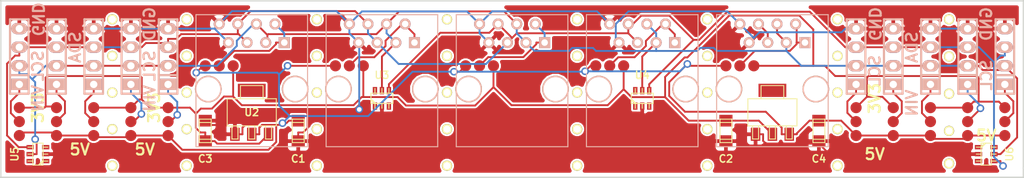
<source format=kicad_pcb>
(kicad_pcb (version 4) (host pcbnew no-vcs-found-product)

  (general
    (links 130)
    (no_connects 0)
    (area 34.189999 91.023 179.658434 119.073)
    (thickness 1.6)
    (drawings 26)
    (tracks 441)
    (zones 0)
    (modules 110)
    (nets 22)
  )

  (page A4)
  (layers
    (0 F.Cu signal)
    (31 B.Cu signal)
    (32 B.Adhes user hide)
    (33 F.Adhes user hide)
    (34 B.Paste user hide)
    (35 F.Paste user hide)
    (36 B.SilkS user)
    (37 F.SilkS user)
    (38 B.Mask user hide)
    (39 F.Mask user hide)
    (40 Dwgs.User user hide)
    (41 Cmts.User user hide)
    (42 Eco1.User user hide)
    (43 Eco2.User user hide)
    (44 Edge.Cuts user)
    (45 Margin user hide)
    (46 B.CrtYd user hide)
    (47 F.CrtYd user hide)
    (48 B.Fab user hide)
    (49 F.Fab user hide)
  )

  (setup
    (last_trace_width 0.254)
    (trace_clearance 0.254)
    (zone_clearance 0.254)
    (zone_45_only no)
    (trace_min 0.254)
    (segment_width 0.16)
    (edge_width 0.2)
    (via_size 1.035)
    (via_drill 0.635)
    (via_min_size 0.889)
    (via_min_drill 0.508)
    (uvia_size 0.6)
    (uvia_drill 0.254)
    (uvias_allowed no)
    (uvia_min_size 0.508)
    (uvia_min_drill 0.127)
    (pcb_text_width 0.3)
    (pcb_text_size 1.5 1.5)
    (mod_edge_width 0.16)
    (mod_text_size 1 1)
    (mod_text_width 0.16)
    (pad_size 1.3 1.3)
    (pad_drill 1)
    (pad_to_mask_clearance 0)
    (aux_axis_origin 0 0)
    (visible_elements 7FFEFE7D)
    (pcbplotparams
      (layerselection 0x010f0_80000001)
      (usegerberextensions false)
      (excludeedgelayer true)
      (linewidth 0.100000)
      (plotframeref false)
      (viasonmask false)
      (mode 1)
      (useauxorigin false)
      (hpglpennumber 1)
      (hpglpenspeed 20)
      (hpglpendiameter 15)
      (hpglpenoverlay 2)
      (psnegative false)
      (psa4output false)
      (plotreference true)
      (plotvalue true)
      (plotinvisibletext false)
      (padsonsilk false)
      (subtractmaskfromsilk false)
      (outputformat 1)
      (mirror false)
      (drillshape 0)
      (scaleselection 1)
      (outputdirectory ""))
  )

  (net 0 "")
  (net 1 GND)
  (net 2 "Net-(J1-Pad1)")
  (net 3 "Net-(J2-Pad1)")
  (net 4 "Net-(J3-Pad1)")
  (net 5 "Net-(J4-Pad1)")
  (net 6 "Net-(J5-Pad1)")
  (net 7 "Net-(P2-Pad1)")
  (net 8 "Net-(P10-Pad1)")
  (net 9 "Net-(P12-Pad1)")
  (net 10 "Net-(P16-Pad1)")
  (net 11 "Net-(P20-Pad1)")
  (net 12 "Net-(P43-Pad1)")
  (net 13 "Net-(P47-Pad1)")
  (net 14 "Net-(P51-Pad1)")
  (net 15 "Net-(P56-Pad1)")
  (net 16 "Net-(P61-Pad1)")
  (net 17 "Net-(J5-Pad5)")
  (net 18 /+5V)
  (net 19 /+3.3V)
  (net 20 /SCL)
  (net 21 /SDA)

  (net_class Default "Questo è il gruppo di collegamenti predefinito"
    (clearance 0.254)
    (trace_width 0.254)
    (via_dia 1.035)
    (via_drill 0.635)
    (uvia_dia 0.6)
    (uvia_drill 0.254)
    (add_net /+3.3V)
    (add_net /+5V)
    (add_net /SCL)
    (add_net /SDA)
    (add_net GND)
    (add_net "Net-(J1-Pad1)")
    (add_net "Net-(J2-Pad1)")
    (add_net "Net-(J3-Pad1)")
    (add_net "Net-(J4-Pad1)")
    (add_net "Net-(J5-Pad1)")
    (add_net "Net-(J5-Pad5)")
    (add_net "Net-(P10-Pad1)")
    (add_net "Net-(P12-Pad1)")
    (add_net "Net-(P16-Pad1)")
    (add_net "Net-(P2-Pad1)")
    (add_net "Net-(P20-Pad1)")
    (add_net "Net-(P43-Pad1)")
    (add_net "Net-(P47-Pad1)")
    (add_net "Net-(P51-Pad1)")
    (add_net "Net-(P56-Pad1)")
    (add_net "Net-(P61-Pad1)")
  )

  (module Connect:1pin (layer F.Cu) (tedit 554F30BE) (tstamp 555052FB)
    (at 49.53 115.25)
    (descr "module 1 pin (ou trou mecanique de percage)")
    (tags DEV)
    (fp_text reference REF**40 (at 0 -3.048) (layer F.SilkS) hide
      (effects (font (size 1 1) (thickness 0.15)))
    )
    (fp_text value 1pin (at 0 2.794) (layer F.Fab) hide
      (effects (font (size 1 1) (thickness 0.15)))
    )
    (pad 1 thru_hole circle (at 0 0) (size 1.4 1.4) (drill 1) (layers *.Cu *.Mask F.SilkS))
  )

  (module Connect:1pin (layer F.Cu) (tedit 554F30BE) (tstamp 555052F7)
    (at 163.83 114.935)
    (descr "module 1 pin (ou trou mecanique de percage)")
    (tags DEV)
    (fp_text reference REF**39 (at 0 -3.048) (layer F.SilkS) hide
      (effects (font (size 1 1) (thickness 0.15)))
    )
    (fp_text value 1pin (at 0 2.794) (layer F.Fab) hide
      (effects (font (size 1 1) (thickness 0.15)))
    )
    (pad 1 thru_hole circle (at 0 0) (size 1.4 1.4) (drill 1) (layers *.Cu *.Mask F.SilkS))
  )

  (module Connect:1pin (layer F.Cu) (tedit 554F30BE) (tstamp 555052F3)
    (at 148.59 115.25)
    (descr "module 1 pin (ou trou mecanique de percage)")
    (tags DEV)
    (fp_text reference REF**38 (at 0 -3.048) (layer F.SilkS) hide
      (effects (font (size 1 1) (thickness 0.15)))
    )
    (fp_text value 1pin (at 0 2.794) (layer F.Fab) hide
      (effects (font (size 1 1) (thickness 0.15)))
    )
    (pad 1 thru_hole circle (at 0 0) (size 1.4 1.4) (drill 1) (layers *.Cu *.Mask F.SilkS))
  )

  (module Connect:1pin (layer F.Cu) (tedit 554F30BE) (tstamp 555052EF)
    (at 130.81 115.25)
    (descr "module 1 pin (ou trou mecanique de percage)")
    (tags DEV)
    (fp_text reference REF**37 (at 0 -3.048) (layer F.SilkS) hide
      (effects (font (size 1 1) (thickness 0.15)))
    )
    (fp_text value 1pin (at 0 2.794) (layer F.Fab) hide
      (effects (font (size 1 1) (thickness 0.15)))
    )
    (pad 1 thru_hole circle (at 0 0) (size 1.4 1.4) (drill 1) (layers *.Cu *.Mask F.SilkS))
  )

  (module Connect:1pin (layer F.Cu) (tedit 554F30BE) (tstamp 555052EB)
    (at 113.03 115.25)
    (descr "module 1 pin (ou trou mecanique de percage)")
    (tags DEV)
    (fp_text reference REF**36 (at 0 -3.048) (layer F.SilkS) hide
      (effects (font (size 1 1) (thickness 0.15)))
    )
    (fp_text value 1pin (at 0 2.794) (layer F.Fab) hide
      (effects (font (size 1 1) (thickness 0.15)))
    )
    (pad 1 thru_hole circle (at 0 0) (size 1.4 1.4) (drill 1) (layers *.Cu *.Mask F.SilkS))
  )

  (module Connect:1pin (layer F.Cu) (tedit 554F30BE) (tstamp 555052E7)
    (at 95.25 115.25)
    (descr "module 1 pin (ou trou mecanique de percage)")
    (tags DEV)
    (fp_text reference REF**35 (at 0 -3.048) (layer F.SilkS) hide
      (effects (font (size 1 1) (thickness 0.15)))
    )
    (fp_text value 1pin (at 0 2.794) (layer F.Fab) hide
      (effects (font (size 1 1) (thickness 0.15)))
    )
    (pad 1 thru_hole circle (at 0 0) (size 1.4 1.4) (drill 1) (layers *.Cu *.Mask F.SilkS))
  )

  (module Connect:1pin (layer F.Cu) (tedit 554F30BE) (tstamp 555052E3)
    (at 77.47 115.25)
    (descr "module 1 pin (ou trou mecanique de percage)")
    (tags DEV)
    (fp_text reference REF**34 (at 0 -3.048) (layer F.SilkS) hide
      (effects (font (size 1 1) (thickness 0.15)))
    )
    (fp_text value 1pin (at 0 2.794) (layer F.Fab) hide
      (effects (font (size 1 1) (thickness 0.15)))
    )
    (pad 1 thru_hole circle (at 0 0) (size 1.4 1.4) (drill 1) (layers *.Cu *.Mask F.SilkS))
  )

  (module Connect:1pin (layer F.Cu) (tedit 554F30BE) (tstamp 555052DF)
    (at 59.69 115.25)
    (descr "module 1 pin (ou trou mecanique de percage)")
    (tags DEV)
    (fp_text reference REF**33 (at 0 -3.048) (layer F.SilkS) hide
      (effects (font (size 1 1) (thickness 0.15)))
    )
    (fp_text value 1pin (at 0 2.794) (layer F.Fab) hide
      (effects (font (size 1 1) (thickness 0.15)))
    )
    (pad 1 thru_hole circle (at 0 0) (size 1.4 1.4) (drill 1) (layers *.Cu *.Mask F.SilkS))
  )

  (module Connect:1pin (layer F.Cu) (tedit 554F30BE) (tstamp 555052DB)
    (at 49.53 110.25)
    (descr "module 1 pin (ou trou mecanique de percage)")
    (tags DEV)
    (fp_text reference REF**32 (at 0 -3.048) (layer F.SilkS) hide
      (effects (font (size 1 1) (thickness 0.15)))
    )
    (fp_text value 1pin (at 0 2.794) (layer F.Fab) hide
      (effects (font (size 1 1) (thickness 0.15)))
    )
    (pad 1 thru_hole circle (at 0 0) (size 1.4 1.4) (drill 1) (layers *.Cu *.Mask F.SilkS))
  )

  (module Connect:1pin (layer F.Cu) (tedit 554F30BE) (tstamp 555052D7)
    (at 163.83 110.49)
    (descr "module 1 pin (ou trou mecanique de percage)")
    (tags DEV)
    (fp_text reference REF**31 (at 0 -3.048) (layer F.SilkS) hide
      (effects (font (size 1 1) (thickness 0.15)))
    )
    (fp_text value 1pin (at 0 2.794) (layer F.Fab) hide
      (effects (font (size 1 1) (thickness 0.15)))
    )
    (pad 1 thru_hole circle (at 0 0) (size 1.4 1.4) (drill 1) (layers *.Cu *.Mask F.SilkS))
  )

  (module Connect:1pin (layer F.Cu) (tedit 554F30BE) (tstamp 555052D3)
    (at 148.59 110.25)
    (descr "module 1 pin (ou trou mecanique de percage)")
    (tags DEV)
    (fp_text reference REF**30 (at 0 -3.048) (layer F.SilkS) hide
      (effects (font (size 1 1) (thickness 0.15)))
    )
    (fp_text value 1pin (at 0 2.794) (layer F.Fab) hide
      (effects (font (size 1 1) (thickness 0.15)))
    )
    (pad 1 thru_hole circle (at 0 0) (size 1.4 1.4) (drill 1) (layers *.Cu *.Mask F.SilkS))
  )

  (module Connect:1pin (layer F.Cu) (tedit 554F30BE) (tstamp 555052CF)
    (at 130.81 110.25)
    (descr "module 1 pin (ou trou mecanique de percage)")
    (tags DEV)
    (fp_text reference REF**29 (at 0 -3.048) (layer F.SilkS) hide
      (effects (font (size 1 1) (thickness 0.15)))
    )
    (fp_text value 1pin (at 0 2.794) (layer F.Fab) hide
      (effects (font (size 1 1) (thickness 0.15)))
    )
    (pad 1 thru_hole circle (at 0 0) (size 1.4 1.4) (drill 1) (layers *.Cu *.Mask F.SilkS))
  )

  (module Connect:1pin (layer F.Cu) (tedit 554F30BE) (tstamp 555052CB)
    (at 113.03 110.25)
    (descr "module 1 pin (ou trou mecanique de percage)")
    (tags DEV)
    (fp_text reference REF**28 (at 0 -3.048) (layer F.SilkS) hide
      (effects (font (size 1 1) (thickness 0.15)))
    )
    (fp_text value 1pin (at 0 2.794) (layer F.Fab) hide
      (effects (font (size 1 1) (thickness 0.15)))
    )
    (pad 1 thru_hole circle (at 0 0) (size 1.4 1.4) (drill 1) (layers *.Cu *.Mask F.SilkS))
  )

  (module Connect:1pin (layer F.Cu) (tedit 554F30BE) (tstamp 555052C7)
    (at 95.25 110.25)
    (descr "module 1 pin (ou trou mecanique de percage)")
    (tags DEV)
    (fp_text reference REF**27 (at 0 -3.048) (layer F.SilkS) hide
      (effects (font (size 1 1) (thickness 0.15)))
    )
    (fp_text value 1pin (at 0 2.794) (layer F.Fab) hide
      (effects (font (size 1 1) (thickness 0.15)))
    )
    (pad 1 thru_hole circle (at 0 0) (size 1.4 1.4) (drill 1) (layers *.Cu *.Mask F.SilkS))
  )

  (module Connect:1pin (layer F.Cu) (tedit 554F30BE) (tstamp 555052C3)
    (at 77.47 110.25)
    (descr "module 1 pin (ou trou mecanique de percage)")
    (tags DEV)
    (fp_text reference REF**26 (at 0 -3.048) (layer F.SilkS) hide
      (effects (font (size 1 1) (thickness 0.15)))
    )
    (fp_text value 1pin (at 0 2.794) (layer F.Fab) hide
      (effects (font (size 1 1) (thickness 0.15)))
    )
    (pad 1 thru_hole circle (at 0 0) (size 1.4 1.4) (drill 1) (layers *.Cu *.Mask F.SilkS))
  )

  (module Connect:1pin (layer F.Cu) (tedit 554F30BE) (tstamp 555052BF)
    (at 59.69 110.25)
    (descr "module 1 pin (ou trou mecanique de percage)")
    (tags DEV)
    (fp_text reference REF**25 (at 0 -3.048) (layer F.SilkS) hide
      (effects (font (size 1 1) (thickness 0.15)))
    )
    (fp_text value 1pin (at 0 2.794) (layer F.Fab) hide
      (effects (font (size 1 1) (thickness 0.15)))
    )
    (pad 1 thru_hole circle (at 0 0) (size 1.4 1.4) (drill 1) (layers *.Cu *.Mask F.SilkS))
  )

  (module Connect:1pin (layer F.Cu) (tedit 554F30BE) (tstamp 555052BB)
    (at 49.53 105.25)
    (descr "module 1 pin (ou trou mecanique de percage)")
    (tags DEV)
    (fp_text reference REF**24 (at 0 -3.048) (layer F.SilkS) hide
      (effects (font (size 1 1) (thickness 0.15)))
    )
    (fp_text value 1pin (at 0 2.794) (layer F.Fab) hide
      (effects (font (size 1 1) (thickness 0.15)))
    )
    (pad 1 thru_hole circle (at 0 0) (size 1.4 1.4) (drill 1) (layers *.Cu *.Mask F.SilkS))
  )

  (module Connect:1pin (layer F.Cu) (tedit 554F30BE) (tstamp 555052B7)
    (at 163.83 105.41)
    (descr "module 1 pin (ou trou mecanique de percage)")
    (tags DEV)
    (fp_text reference REF**23 (at 0 -3.048) (layer F.SilkS) hide
      (effects (font (size 1 1) (thickness 0.15)))
    )
    (fp_text value 1pin (at 0 2.794) (layer F.Fab) hide
      (effects (font (size 1 1) (thickness 0.15)))
    )
    (pad 1 thru_hole circle (at 0 0) (size 1.4 1.4) (drill 1) (layers *.Cu *.Mask F.SilkS))
  )

  (module Connect:1pin (layer F.Cu) (tedit 554F30BE) (tstamp 555052B3)
    (at 148.59 105.25)
    (descr "module 1 pin (ou trou mecanique de percage)")
    (tags DEV)
    (fp_text reference REF**22 (at 0 -3.048) (layer F.SilkS) hide
      (effects (font (size 1 1) (thickness 0.15)))
    )
    (fp_text value 1pin (at 0 2.794) (layer F.Fab) hide
      (effects (font (size 1 1) (thickness 0.15)))
    )
    (pad 1 thru_hole circle (at 0 0) (size 1.4 1.4) (drill 1) (layers *.Cu *.Mask F.SilkS))
  )

  (module Connect:1pin (layer F.Cu) (tedit 554F30BE) (tstamp 555052AF)
    (at 130.81 105.25)
    (descr "module 1 pin (ou trou mecanique de percage)")
    (tags DEV)
    (fp_text reference REF**21 (at 0 -3.048) (layer F.SilkS) hide
      (effects (font (size 1 1) (thickness 0.15)))
    )
    (fp_text value 1pin (at 0 2.794) (layer F.Fab) hide
      (effects (font (size 1 1) (thickness 0.15)))
    )
    (pad 1 thru_hole circle (at 0 0) (size 1.4 1.4) (drill 1) (layers *.Cu *.Mask F.SilkS))
  )

  (module Connect:1pin (layer F.Cu) (tedit 554F30BE) (tstamp 555052AB)
    (at 113.03 105.25)
    (descr "module 1 pin (ou trou mecanique de percage)")
    (tags DEV)
    (fp_text reference REF**20 (at 0 -3.048) (layer F.SilkS) hide
      (effects (font (size 1 1) (thickness 0.15)))
    )
    (fp_text value 1pin (at 0 2.794) (layer F.Fab) hide
      (effects (font (size 1 1) (thickness 0.15)))
    )
    (pad 1 thru_hole circle (at 0 0) (size 1.4 1.4) (drill 1) (layers *.Cu *.Mask F.SilkS))
  )

  (module Connect:1pin (layer F.Cu) (tedit 554F30BE) (tstamp 555052A7)
    (at 95.25 105.25)
    (descr "module 1 pin (ou trou mecanique de percage)")
    (tags DEV)
    (fp_text reference REF**19 (at 0 -3.048) (layer F.SilkS) hide
      (effects (font (size 1 1) (thickness 0.15)))
    )
    (fp_text value 1pin (at 0 2.794) (layer F.Fab) hide
      (effects (font (size 1 1) (thickness 0.15)))
    )
    (pad 1 thru_hole circle (at 0 0) (size 1.4 1.4) (drill 1) (layers *.Cu *.Mask F.SilkS))
  )

  (module Connect:1pin (layer F.Cu) (tedit 554F30BE) (tstamp 555052A3)
    (at 77.47 105.25)
    (descr "module 1 pin (ou trou mecanique de percage)")
    (tags DEV)
    (fp_text reference REF**18 (at 0 -3.048) (layer F.SilkS) hide
      (effects (font (size 1 1) (thickness 0.15)))
    )
    (fp_text value 1pin (at 0 2.794) (layer F.Fab) hide
      (effects (font (size 1 1) (thickness 0.15)))
    )
    (pad 1 thru_hole circle (at 0 0) (size 1.4 1.4) (drill 1) (layers *.Cu *.Mask F.SilkS))
  )

  (module Connect:1pin (layer F.Cu) (tedit 554F30BE) (tstamp 5550529F)
    (at 59.69 105.25)
    (descr "module 1 pin (ou trou mecanique de percage)")
    (tags DEV)
    (fp_text reference REF**17 (at 0 -3.048) (layer F.SilkS) hide
      (effects (font (size 1 1) (thickness 0.15)))
    )
    (fp_text value 1pin (at 0 2.794) (layer F.Fab) hide
      (effects (font (size 1 1) (thickness 0.15)))
    )
    (pad 1 thru_hole circle (at 0 0) (size 1.4 1.4) (drill 1) (layers *.Cu *.Mask F.SilkS))
  )

  (module Connect:1pin (layer F.Cu) (tedit 554F30BE) (tstamp 5550529B)
    (at 49.53 100.25)
    (descr "module 1 pin (ou trou mecanique de percage)")
    (tags DEV)
    (fp_text reference REF**16 (at 0 -3.048) (layer F.SilkS) hide
      (effects (font (size 1 1) (thickness 0.15)))
    )
    (fp_text value 1pin (at 0 2.794) (layer F.Fab) hide
      (effects (font (size 1 1) (thickness 0.15)))
    )
    (pad 1 thru_hole circle (at 0 0) (size 1.4 1.4) (drill 1) (layers *.Cu *.Mask F.SilkS))
  )

  (module Connect:1pin (layer F.Cu) (tedit 554F30BE) (tstamp 55505297)
    (at 163.83 100.33)
    (descr "module 1 pin (ou trou mecanique de percage)")
    (tags DEV)
    (fp_text reference REF**15 (at 0 -3.048) (layer F.SilkS) hide
      (effects (font (size 1 1) (thickness 0.15)))
    )
    (fp_text value 1pin (at 0 2.794) (layer F.Fab) hide
      (effects (font (size 1 1) (thickness 0.15)))
    )
    (pad 1 thru_hole circle (at 0 0) (size 1.4 1.4) (drill 1) (layers *.Cu *.Mask F.SilkS))
  )

  (module Connect:1pin (layer F.Cu) (tedit 554F30BE) (tstamp 55505293)
    (at 148.59 100.25)
    (descr "module 1 pin (ou trou mecanique de percage)")
    (tags DEV)
    (fp_text reference REF**14 (at 0 -3.048) (layer F.SilkS) hide
      (effects (font (size 1 1) (thickness 0.15)))
    )
    (fp_text value 1pin (at 0 2.794) (layer F.Fab) hide
      (effects (font (size 1 1) (thickness 0.15)))
    )
    (pad 1 thru_hole circle (at 0 0) (size 1.4 1.4) (drill 1) (layers *.Cu *.Mask F.SilkS))
  )

  (module Connect:1pin (layer F.Cu) (tedit 554F30BE) (tstamp 5550528F)
    (at 130.81 100.25)
    (descr "module 1 pin (ou trou mecanique de percage)")
    (tags DEV)
    (fp_text reference REF**13 (at 0 -3.048) (layer F.SilkS) hide
      (effects (font (size 1 1) (thickness 0.15)))
    )
    (fp_text value 1pin (at 0 2.794) (layer F.Fab) hide
      (effects (font (size 1 1) (thickness 0.15)))
    )
    (pad 1 thru_hole circle (at 0 0) (size 1.4 1.4) (drill 1) (layers *.Cu *.Mask F.SilkS))
  )

  (module Connect:1pin (layer F.Cu) (tedit 554F30BE) (tstamp 5550528B)
    (at 113.03 100.25)
    (descr "module 1 pin (ou trou mecanique de percage)")
    (tags DEV)
    (fp_text reference REF**12 (at 0 -3.048) (layer F.SilkS) hide
      (effects (font (size 1 1) (thickness 0.15)))
    )
    (fp_text value 1pin (at 0 2.794) (layer F.Fab) hide
      (effects (font (size 1 1) (thickness 0.15)))
    )
    (pad 1 thru_hole circle (at 0 0) (size 1.4 1.4) (drill 1) (layers *.Cu *.Mask F.SilkS))
  )

  (module Connect:1pin (layer F.Cu) (tedit 554F30BE) (tstamp 55505287)
    (at 95.25 100.25)
    (descr "module 1 pin (ou trou mecanique de percage)")
    (tags DEV)
    (fp_text reference REF**11 (at 0 -3.048) (layer F.SilkS) hide
      (effects (font (size 1 1) (thickness 0.15)))
    )
    (fp_text value 1pin (at 0 2.794) (layer F.Fab) hide
      (effects (font (size 1 1) (thickness 0.15)))
    )
    (pad 1 thru_hole circle (at 0 0) (size 1.4 1.4) (drill 1) (layers *.Cu *.Mask F.SilkS))
  )

  (module Connect:1pin (layer F.Cu) (tedit 554F30BE) (tstamp 55505283)
    (at 77.47 100.25)
    (descr "module 1 pin (ou trou mecanique de percage)")
    (tags DEV)
    (fp_text reference REF**10 (at 0 -3.048) (layer F.SilkS) hide
      (effects (font (size 1 1) (thickness 0.15)))
    )
    (fp_text value 1pin (at 0 2.794) (layer F.Fab) hide
      (effects (font (size 1 1) (thickness 0.15)))
    )
    (pad 1 thru_hole circle (at 0 0) (size 1.4 1.4) (drill 1) (layers *.Cu *.Mask F.SilkS))
  )

  (module Connect:1pin (layer F.Cu) (tedit 554F30BE) (tstamp 5550527F)
    (at 59.69 100.25)
    (descr "module 1 pin (ou trou mecanique de percage)")
    (tags DEV)
    (fp_text reference REF**9 (at 0 -3.048) (layer F.SilkS) hide
      (effects (font (size 1 1) (thickness 0.15)))
    )
    (fp_text value 1pin (at 0 2.794) (layer F.Fab) hide
      (effects (font (size 1 1) (thickness 0.15)))
    )
    (pad 1 thru_hole circle (at 0 0) (size 1.4 1.4) (drill 1) (layers *.Cu *.Mask F.SilkS))
  )

  (module Connect:1pin (layer F.Cu) (tedit 554F30BE) (tstamp 5550527B)
    (at 49.53 95.25)
    (descr "module 1 pin (ou trou mecanique de percage)")
    (tags DEV)
    (fp_text reference REF**8 (at 0 -3.048) (layer F.SilkS) hide
      (effects (font (size 1 1) (thickness 0.15)))
    )
    (fp_text value 1pin (at 0 2.794) (layer F.Fab) hide
      (effects (font (size 1 1) (thickness 0.15)))
    )
    (pad 1 thru_hole circle (at 0 0) (size 1.4 1.4) (drill 1) (layers *.Cu *.Mask F.SilkS))
  )

  (module Connect:1pin (layer F.Cu) (tedit 554F30BE) (tstamp 55505277)
    (at 163.83 95.25)
    (descr "module 1 pin (ou trou mecanique de percage)")
    (tags DEV)
    (fp_text reference REF**7 (at 0 -3.048) (layer F.SilkS) hide
      (effects (font (size 1 1) (thickness 0.15)))
    )
    (fp_text value 1pin (at 0 2.794) (layer F.Fab) hide
      (effects (font (size 1 1) (thickness 0.15)))
    )
    (pad 1 thru_hole circle (at 0 0) (size 1.4 1.4) (drill 1) (layers *.Cu *.Mask F.SilkS))
  )

  (module Connect:1pin (layer F.Cu) (tedit 554F30BE) (tstamp 55505273)
    (at 148.59 95.25)
    (descr "module 1 pin (ou trou mecanique de percage)")
    (tags DEV)
    (fp_text reference REF**6 (at 0 -3.048) (layer F.SilkS) hide
      (effects (font (size 1 1) (thickness 0.15)))
    )
    (fp_text value 1pin (at 0 2.794) (layer F.Fab) hide
      (effects (font (size 1 1) (thickness 0.15)))
    )
    (pad 1 thru_hole circle (at 0 0) (size 1.4 1.4) (drill 1) (layers *.Cu *.Mask F.SilkS))
  )

  (module Connect:1pin (layer F.Cu) (tedit 554F30BE) (tstamp 5550526F)
    (at 130.81 95.25)
    (descr "module 1 pin (ou trou mecanique de percage)")
    (tags DEV)
    (fp_text reference REF**5 (at 0 -3.048) (layer F.SilkS) hide
      (effects (font (size 1 1) (thickness 0.15)))
    )
    (fp_text value 1pin (at 0 2.794) (layer F.Fab) hide
      (effects (font (size 1 1) (thickness 0.15)))
    )
    (pad 1 thru_hole circle (at 0 0) (size 1.4 1.4) (drill 1) (layers *.Cu *.Mask F.SilkS))
  )

  (module Connect:1pin (layer F.Cu) (tedit 554F30BE) (tstamp 5550526B)
    (at 113.03 95.25)
    (descr "module 1 pin (ou trou mecanique de percage)")
    (tags DEV)
    (fp_text reference REF**4 (at 0 -3.048) (layer F.SilkS) hide
      (effects (font (size 1 1) (thickness 0.15)))
    )
    (fp_text value 1pin (at 0 2.794) (layer F.Fab) hide
      (effects (font (size 1 1) (thickness 0.15)))
    )
    (pad 1 thru_hole circle (at 0 0) (size 1.4 1.4) (drill 1) (layers *.Cu *.Mask F.SilkS))
  )

  (module Connect:1pin (layer F.Cu) (tedit 554F30BE) (tstamp 55505267)
    (at 95.25 95.25)
    (descr "module 1 pin (ou trou mecanique de percage)")
    (tags DEV)
    (fp_text reference REF**3 (at 0 -3.048) (layer F.SilkS) hide
      (effects (font (size 1 1) (thickness 0.15)))
    )
    (fp_text value 1pin (at 0 2.794) (layer F.Fab) hide
      (effects (font (size 1 1) (thickness 0.15)))
    )
    (pad 1 thru_hole circle (at 0 0) (size 1.4 1.4) (drill 1) (layers *.Cu *.Mask F.SilkS))
  )

  (module Connect:1pin (layer F.Cu) (tedit 554F30BE) (tstamp 55505263)
    (at 77.47 95.25)
    (descr "module 1 pin (ou trou mecanique de percage)")
    (tags DEV)
    (fp_text reference REF**2 (at 0 -3.048) (layer F.SilkS) hide
      (effects (font (size 1 1) (thickness 0.15)))
    )
    (fp_text value 1pin (at 0 2.794) (layer F.Fab) hide
      (effects (font (size 1 1) (thickness 0.15)))
    )
    (pad 1 thru_hole circle (at 0 0) (size 1.4 1.4) (drill 1) (layers *.Cu *.Mask F.SilkS))
  )

  (module Connect:1pin (layer F.Cu) (tedit 554F30BE) (tstamp 5550514E)
    (at 59.69 95.25)
    (descr "module 1 pin (ou trou mecanique de percage)")
    (tags DEV)
    (fp_text reference REF**1 (at 0 -3.048) (layer F.SilkS) hide
      (effects (font (size 1 1) (thickness 0.15)))
    )
    (fp_text value 1pin (at 0 2.794) (layer F.Fab) hide
      (effects (font (size 1 1) (thickness 0.15)))
    )
    (pad 1 thru_hole circle (at 0 0) (size 1.4 1.4) (drill 1) (layers *.Cu *.Mask F.SilkS))
  )

  (module Connect:RJ45_8 (layer B.Cu) (tedit 554E7B91) (tstamp 55544012)
    (at 86.36 104.775 180)
    (tags RJ45)
    (path /548AFE7D)
    (fp_text reference J2 (at 0.254 -4.826 180) (layer B.SilkS) hide
      (effects (font (size 1 1) (thickness 0.15)) (justify mirror))
    )
    (fp_text value RJ45 (at -3.175 -5.715 180) (layer B.Fab) hide
      (effects (font (size 1 1) (thickness 0.15)) (justify mirror))
    )
    (fp_line (start -7.62 -7.874) (end 7.62 -7.874) (layer B.SilkS) (width 0.15))
    (fp_line (start 7.62 -7.874) (end 7.62 10.16) (layer B.SilkS) (width 0.15))
    (fp_line (start 7.62 10.16) (end -7.62 10.16) (layer B.SilkS) (width 0.15))
    (fp_line (start -7.62 10.16) (end -7.62 -7.874) (layer B.SilkS) (width 0.15))
    (pad Hole np_thru_hole circle (at 5.93852 0 180) (size 3.64998 3.64998) (drill 3.2512) (layers *.Cu *.SilkS *.Mask))
    (pad Hole np_thru_hole circle (at -5.9309 0 180) (size 3.64998 3.64998) (drill 3.2512) (layers *.Cu *.SilkS *.Mask))
    (pad 1 thru_hole rect (at -4.445 6.35 180) (size 1.50114 1.50114) (drill 0.89916) (layers *.Cu *.Mask B.SilkS)
      (net 3 "Net-(J2-Pad1)"))
    (pad 2 thru_hole circle (at -3.175 8.89 180) (size 1.50114 1.50114) (drill 0.89916) (layers *.Cu *.Mask B.SilkS)
      (net 3 "Net-(J2-Pad1)"))
    (pad 3 thru_hole circle (at -1.905 6.35 180) (size 1.50114 1.50114) (drill 0.89916) (layers *.Cu *.Mask B.SilkS)
      (net 20 /SCL))
    (pad 4 thru_hole circle (at -0.635 8.89 180) (size 1.50114 1.50114) (drill 0.89916) (layers *.Cu *.Mask B.SilkS)
      (net 20 /SCL))
    (pad 5 thru_hole circle (at 0.635 6.35 180) (size 1.50114 1.50114) (drill 0.89916) (layers *.Cu *.Mask B.SilkS)
      (net 21 /SDA))
    (pad 6 thru_hole circle (at 1.905 8.89 180) (size 1.50114 1.50114) (drill 0.89916) (layers *.Cu *.Mask B.SilkS)
      (net 21 /SDA))
    (pad 7 thru_hole circle (at 3.175 6.35 180) (size 1.50114 1.50114) (drill 0.89916) (layers *.Cu *.Mask B.SilkS)
      (net 1 GND))
    (pad 8 thru_hole circle (at 4.445 8.89 180) (size 1.50114 1.50114) (drill 0.89916) (layers *.Cu *.Mask B.SilkS)
      (net 1 GND))
    (model Connect.3dshapes/RJ45_8.wrl
      (at (xyz 0 0 0))
      (scale (xyz 0.4 0.4 0.4))
      (rotate (xyz 0 0 0))
    )
  )

  (module Measurement_Points:Measurement_Point_Round-SMD-Pad_Small (layer F.Cu) (tedit 554E7239) (tstamp 548B0F0E)
    (at 151.13 111.125)
    (descr "Mesurement Point, Round, SMD Pad, DM 1.5mm,")
    (tags "Mesurement Point, Round, SMD Pad, DM 1.5mm,")
    (path /548B070A)
    (fp_text reference P1 (at 0 -2.54) (layer F.SilkS) hide
      (effects (font (size 1 1) (thickness 0.2)))
    )
    (fp_text value 5V (at 1.27 2.54) (layer F.SilkS) hide
      (effects (font (size 1 1) (thickness 0.15)))
    )
    (pad 1 smd circle (at 0 0) (size 1.524 1.524) (layers F.Cu F.Paste F.Mask)
      (net 18 /+5V))
  )

  (module Measurement_Points:Measurement_Point_Round-SMD-Pad_Small (layer F.Cu) (tedit 554E7232) (tstamp 548B0F13)
    (at 151.13 109.22)
    (descr "Mesurement Point, Round, SMD Pad, DM 1.5mm,")
    (tags "Mesurement Point, Round, SMD Pad, DM 1.5mm,")
    (path /548B0710)
    (fp_text reference P2 (at 0 -2.54) (layer F.SilkS) hide
      (effects (font (size 1 1) (thickness 0.2)))
    )
    (fp_text value SEL (at 1.27 2.54) (layer F.SilkS) hide
      (effects (font (size 1 1) (thickness 0.15)))
    )
    (pad 1 smd circle (at 0 0) (size 1.524 1.524) (layers F.Cu F.Paste F.Mask)
      (net 7 "Net-(P2-Pad1)"))
  )

  (module Measurement_Points:Measurement_Point_Round-SMD-Pad_Small (layer F.Cu) (tedit 554E723D) (tstamp 548B0F18)
    (at 156.21 107.315)
    (descr "Mesurement Point, Round, SMD Pad, DM 1.5mm,")
    (tags "Mesurement Point, Round, SMD Pad, DM 1.5mm,")
    (path /548B0716)
    (fp_text reference P3 (at 0 -2.54) (layer F.SilkS) hide
      (effects (font (size 1 1) (thickness 0.2)))
    )
    (fp_text value 3V3 (at 1.27 2.54) (layer F.SilkS) hide
      (effects (font (size 1 1) (thickness 0.15)))
    )
    (pad 1 smd circle (at 0 0) (size 1.524 1.524) (layers F.Cu F.Paste F.Mask)
      (net 19 /+3.3V))
  )

  (module Measurement_Points:Measurement_Point_Round-SMD-Pad_Small (layer F.Cu) (tedit 554E71C1) (tstamp 548B0F2A)
    (at 133.35 101.6)
    (descr "Mesurement Point, Round, SMD Pad, DM 1.5mm,")
    (tags "Mesurement Point, Round, SMD Pad, DM 1.5mm,")
    (path /548B06F7)
    (fp_text reference P6 (at 0 -2.54) (layer F.SilkS) hide
      (effects (font (size 1 1) (thickness 0.15)))
    )
    (fp_text value 5V (at 1.27 2.54) (layer F.SilkS) hide
      (effects (font (size 1 1) (thickness 0.15)))
    )
    (pad 1 smd circle (at 0 0) (size 1.524 1.524) (layers F.Cu F.Paste F.Mask)
      (net 18 /+5V))
  )

  (module Measurement_Points:Measurement_Point_Round-SMD-Pad_Small (layer F.Cu) (tedit 554E7241) (tstamp 548B0F2F)
    (at 156.21 109.22)
    (descr "Mesurement Point, Round, SMD Pad, DM 1.5mm,")
    (tags "Mesurement Point, Round, SMD Pad, DM 1.5mm,")
    (path /548B06FD)
    (fp_text reference P7 (at 0 -2.54) (layer F.SilkS) hide
      (effects (font (size 1 1) (thickness 0.2)))
    )
    (fp_text value SEL (at 1.27 2.54) (layer F.SilkS) hide
      (effects (font (size 1 1) (thickness 0.15)))
    )
    (pad 1 smd circle (at 0 0) (size 1.524 1.524) (layers F.Cu F.Paste F.Mask)
      (net 8 "Net-(P10-Pad1)"))
  )

  (module Measurement_Points:Measurement_Point_Round-SMD-Pad_Small (layer F.Cu) (tedit 554E724A) (tstamp 548B0F34)
    (at 161.29 107.315)
    (descr "Mesurement Point, Round, SMD Pad, DM 1.5mm,")
    (tags "Mesurement Point, Round, SMD Pad, DM 1.5mm,")
    (path /548B0703)
    (fp_text reference P8 (at 0 -2.54) (layer F.SilkS) hide
      (effects (font (size 1 1) (thickness 0.15)))
    )
    (fp_text value 3V3 (at 1.27 2.54) (layer F.SilkS) hide
      (effects (font (size 1 1) (thickness 0.15)))
    )
    (pad 1 smd circle (at 0 0) (size 1.524 1.524) (layers F.Cu F.Paste F.Mask)
      (net 19 /+3.3V))
  )

  (module Measurement_Points:Measurement_Point_Round-SMD-Pad_Small (layer F.Cu) (tedit 554E7296) (tstamp 548B0F46)
    (at 115.57 101.6)
    (descr "Mesurement Point, Round, SMD Pad, DM 1.5mm,")
    (tags "Mesurement Point, Round, SMD Pad, DM 1.5mm,")
    (path /548B06E4)
    (fp_text reference P11 (at 0 -2.54) (layer F.SilkS) hide
      (effects (font (size 1 1) (thickness 0.15)))
    )
    (fp_text value 5V (at 1.27 2.54) (layer F.SilkS) hide
      (effects (font (size 1 1) (thickness 0.15)))
    )
    (pad 1 smd circle (at 0 0) (size 1.524 1.524) (layers F.Cu F.Paste F.Mask)
      (net 18 /+5V))
  )

  (module Measurement_Points:Measurement_Point_Round-SMD-Pad_Small (layer F.Cu) (tedit 554E724E) (tstamp 548B0F4B)
    (at 161.29 109.22)
    (descr "Mesurement Point, Round, SMD Pad, DM 1.5mm,")
    (tags "Mesurement Point, Round, SMD Pad, DM 1.5mm,")
    (path /548B06EA)
    (fp_text reference P12 (at 0 -2.54) (layer F.SilkS) hide
      (effects (font (size 1 1) (thickness 0.15)))
    )
    (fp_text value SEL (at 1.27 2.54) (layer F.SilkS) hide
      (effects (font (size 1 1) (thickness 0.15)))
    )
    (pad 1 smd circle (at 0 0) (size 1.524 1.524) (layers F.Cu F.Paste F.Mask)
      (net 9 "Net-(P12-Pad1)"))
  )

  (module Measurement_Points:Measurement_Point_Round-SMD-Pad_Small (layer F.Cu) (tedit 554E1B78) (tstamp 548B0F50)
    (at 166.37 107.315)
    (descr "Mesurement Point, Round, SMD Pad, DM 1.5mm,")
    (tags "Mesurement Point, Round, SMD Pad, DM 1.5mm,")
    (path /548B06F0)
    (fp_text reference P13 (at 0 -2.54) (layer F.SilkS) hide
      (effects (font (size 1 1) (thickness 0.15)))
    )
    (fp_text value 3V3 (at 1.27 2.54) (layer F.SilkS) hide
      (effects (font (size 1 1) (thickness 0.15)))
    )
    (pad 1 smd circle (at 0 0) (size 1.524 1.524) (layers F.Cu F.Paste F.Mask)
      (net 19 /+3.3V))
  )

  (module Measurement_Points:Measurement_Point_Round-SMD-Pad_Small (layer F.Cu) (tedit 554E72A5) (tstamp 548B0F5D)
    (at 97.79 101.6)
    (descr "Mesurement Point, Round, SMD Pad, DM 1.5mm,")
    (tags "Mesurement Point, Round, SMD Pad, DM 1.5mm,")
    (path /548B06D1)
    (fp_text reference P15 (at 0 -2.54) (layer F.SilkS) hide
      (effects (font (size 1 1) (thickness 0.15)))
    )
    (fp_text value 5V (at 1.27 2.54) (layer F.SilkS) hide
      (effects (font (size 1 1) (thickness 0.15)))
    )
    (pad 1 smd circle (at 0 0) (size 1.524 1.524) (layers F.Cu F.Paste F.Mask)
      (net 18 /+5V))
  )

  (module Measurement_Points:Measurement_Point_Round-SMD-Pad_Small (layer F.Cu) (tedit 554E1B7B) (tstamp 548B0F62)
    (at 166.37 109.22)
    (descr "Mesurement Point, Round, SMD Pad, DM 1.5mm,")
    (tags "Mesurement Point, Round, SMD Pad, DM 1.5mm,")
    (path /548B06D7)
    (fp_text reference P16 (at 0 -2.54) (layer F.SilkS) hide
      (effects (font (size 1 1) (thickness 0.15)))
    )
    (fp_text value SEL (at 1.27 2.54) (layer F.SilkS) hide
      (effects (font (size 1 1) (thickness 0.15)))
    )
    (pad 1 smd circle (at 0 0) (size 1.524 1.524) (layers F.Cu F.Paste F.Mask)
      (net 10 "Net-(P16-Pad1)"))
  )

  (module Measurement_Points:Measurement_Point_Round-SMD-Pad_Small (layer F.Cu) (tedit 554E1B6D) (tstamp 548B0F67)
    (at 171.45 107.315)
    (descr "Mesurement Point, Round, SMD Pad, DM 1.5mm,")
    (tags "Mesurement Point, Round, SMD Pad, DM 1.5mm,")
    (path /548B06DD)
    (fp_text reference P17 (at 0 -2.54) (layer F.SilkS) hide
      (effects (font (size 1 1) (thickness 0.15)))
    )
    (fp_text value 3V3 (at 1.27 2.54) (layer F.SilkS) hide
      (effects (font (size 1 1) (thickness 0.15)))
    )
    (pad 1 smd circle (at 0 0) (size 1.524 1.524) (layers F.Cu F.Paste F.Mask)
      (net 19 /+3.3V))
  )

  (module Measurement_Points:Measurement_Point_Round-SMD-Pad_Small (layer F.Cu) (tedit 554E6DD8) (tstamp 548B0F74)
    (at 80.01 101.6)
    (descr "Mesurement Point, Round, SMD Pad, DM 1.5mm,")
    (tags "Mesurement Point, Round, SMD Pad, DM 1.5mm,")
    (path /548B06BE)
    (fp_text reference P19 (at 0 -2.54) (layer F.SilkS) hide
      (effects (font (size 1 1) (thickness 0.15)))
    )
    (fp_text value 5V (at 1.27 2.54) (layer F.SilkS) hide
      (effects (font (size 1 1) (thickness 0.15)))
    )
    (pad 1 smd circle (at 0 0) (size 1.524 1.524) (layers F.Cu F.Paste F.Mask)
      (net 18 /+5V))
  )

  (module Measurement_Points:Measurement_Point_Round-SMD-Pad_Small (layer F.Cu) (tedit 554E1B71) (tstamp 548B0F79)
    (at 171.45 109.22)
    (descr "Mesurement Point, Round, SMD Pad, DM 1.5mm,")
    (tags "Mesurement Point, Round, SMD Pad, DM 1.5mm,")
    (path /548B06C4)
    (fp_text reference P20 (at 0 -2.54) (layer F.SilkS) hide
      (effects (font (size 1 1) (thickness 0.15)))
    )
    (fp_text value SEL (at 1.27 2.54) (layer F.SilkS) hide
      (effects (font (size 1 1) (thickness 0.15)))
    )
    (pad 1 smd circle (at 0 0) (size 1.524 1.524) (layers F.Cu F.Paste F.Mask)
      (net 11 "Net-(P20-Pad1)"))
  )

  (module Measurement_Points:Measurement_Point_Round-SMD-Pad_Small (layer F.Cu) (tedit 554E7527) (tstamp 548B0F7E)
    (at 52.07 107.315)
    (descr "Mesurement Point, Round, SMD Pad, DM 1.5mm,")
    (tags "Mesurement Point, Round, SMD Pad, DM 1.5mm,")
    (path /548B06CA)
    (fp_text reference P21 (at 0 -2.54) (layer F.SilkS) hide
      (effects (font (size 1 1) (thickness 0.15)))
    )
    (fp_text value 3V3 (at 1.27 2.54) (layer F.SilkS) hide
      (effects (font (size 1 1) (thickness 0.15)))
    )
    (pad 1 smd circle (at 0 0) (size 1.524 1.524) (layers F.Cu F.Paste F.Mask)
      (net 19 /+3.3V))
  )

  (module Measurement_Points:Measurement_Point_Round-SMD-Pad_Small (layer F.Cu) (tedit 554E6D38) (tstamp 548B0F90)
    (at 62.23 101.6)
    (descr "Mesurement Point, Round, SMD Pad, DM 1.5mm,")
    (tags "Mesurement Point, Round, SMD Pad, DM 1.5mm,")
    (path /548B0D38)
    (fp_text reference P24 (at 0 -2.54) (layer F.SilkS) hide
      (effects (font (size 1 1) (thickness 0.15)))
    )
    (fp_text value 5V (at 1.27 2.54) (layer F.SilkS) hide
      (effects (font (size 1 1) (thickness 0.15)))
    )
    (pad 1 smd circle (at 0 0) (size 1.524 1.524) (layers F.Cu F.Paste F.Mask)
      (net 18 /+5V))
  )

  (module Measurement_Points:Measurement_Point_Round-SMD-Pad_Small (layer F.Cu) (tedit 554E6D33) (tstamp 548B0F95)
    (at 64.135 101.6)
    (descr "Mesurement Point, Round, SMD Pad, DM 1.5mm,")
    (tags "Mesurement Point, Round, SMD Pad, DM 1.5mm,")
    (path /548B0D3E)
    (fp_text reference P25 (at 0 -2.54) (layer F.SilkS) hide
      (effects (font (size 1 1) (thickness 0.15)))
    )
    (fp_text value SEL (at 1.27 2.54) (layer F.SilkS) hide
      (effects (font (size 1 1) (thickness 0.15)))
    )
    (pad 1 smd circle (at 0 0) (size 1.524 1.524) (layers F.Cu F.Paste F.Mask)
      (net 2 "Net-(J1-Pad1)"))
  )

  (module Measurement_Points:Measurement_Point_Round-SMD-Pad_Small (layer F.Cu) (tedit 554E71CA) (tstamp 548B0F9F)
    (at 137.16 101.6)
    (descr "Mesurement Point, Round, SMD Pad, DM 1.5mm,")
    (tags "Mesurement Point, Round, SMD Pad, DM 1.5mm,")
    (path /548B0D44)
    (fp_text reference P27 (at 0 -2.54) (layer F.SilkS) hide
      (effects (font (size 1 1) (thickness 0.15)))
    )
    (fp_text value 3V3 (at 1.27 2.54) (layer F.SilkS) hide
      (effects (font (size 1 1) (thickness 0.15)))
    )
    (pad 1 smd circle (at 0 0) (size 1.524 1.524) (layers F.Cu F.Paste F.Mask)
      (net 19 /+3.3V))
  )

  (module Measurement_Points:Measurement_Point_Round-SMD-Pad_Small (layer F.Cu) (tedit 554E1B69) (tstamp 548B0FA4)
    (at 171.45 111.125)
    (descr "Mesurement Point, Round, SMD Pad, DM 1.5mm,")
    (tags "Mesurement Point, Round, SMD Pad, DM 1.5mm,")
    (path /548B63B8)
    (fp_text reference P28 (at 0 -2.54) (layer F.SilkS) hide
      (effects (font (size 1 1) (thickness 0.15)))
    )
    (fp_text value 5V (at 1.27 2.54) (layer F.SilkS) hide
      (effects (font (size 1 1) (thickness 0.15)))
    )
    (pad 1 smd circle (at 0 0) (size 1.524 1.524) (layers F.Cu F.Paste F.Mask)
      (net 18 /+5V))
  )

  (module Measurement_Points:Measurement_Point_Round-SMD-Pad_Small (layer F.Cu) (tedit 554E6DD4) (tstamp 548B0FA9)
    (at 81.915 101.6)
    (descr "Mesurement Point, Round, SMD Pad, DM 1.5mm,")
    (tags "Mesurement Point, Round, SMD Pad, DM 1.5mm,")
    (path /548B63BE)
    (fp_text reference P29 (at 0 -2.54) (layer F.SilkS) hide
      (effects (font (size 1 1) (thickness 0.15)))
    )
    (fp_text value SEL (at 1.27 2.54) (layer F.SilkS) hide
      (effects (font (size 1 1) (thickness 0.15)))
    )
    (pad 1 smd circle (at 0 0) (size 1.524 1.524) (layers F.Cu F.Paste F.Mask)
      (net 3 "Net-(J2-Pad1)"))
  )

  (module Measurement_Points:Measurement_Point_Round-SMD-Pad_Small (layer F.Cu) (tedit 554E729A) (tstamp 548B0FAE)
    (at 119.38 101.6)
    (descr "Mesurement Point, Round, SMD Pad, DM 1.5mm,")
    (tags "Mesurement Point, Round, SMD Pad, DM 1.5mm,")
    (path /548B63C4)
    (fp_text reference P30 (at 0 -2.54) (layer F.SilkS) hide
      (effects (font (size 1 1) (thickness 0.15)))
    )
    (fp_text value 3V3 (at 1.27 2.54) (layer F.SilkS) hide
      (effects (font (size 1 1) (thickness 0.15)))
    )
    (pad 1 smd circle (at 0 0) (size 1.524 1.524) (layers F.Cu F.Paste F.Mask)
      (net 19 /+3.3V))
  )

  (module Measurement_Points:Measurement_Point_Round-SMD-Pad_Small (layer F.Cu) (tedit 554E1B7E) (tstamp 548B0FB3)
    (at 166.37 111.125)
    (descr "Mesurement Point, Round, SMD Pad, DM 1.5mm,")
    (tags "Mesurement Point, Round, SMD Pad, DM 1.5mm,")
    (path /548B65AD)
    (fp_text reference P31 (at 0 -2.54) (layer F.SilkS) hide
      (effects (font (size 1 1) (thickness 0.15)))
    )
    (fp_text value 5V (at 1.27 2.54) (layer F.SilkS) hide
      (effects (font (size 1 1) (thickness 0.15)))
    )
    (pad 1 smd circle (at 0 0) (size 1.524 1.524) (layers F.Cu F.Paste F.Mask)
      (net 18 /+5V))
  )

  (module Measurement_Points:Measurement_Point_Round-SMD-Pad_Small (layer F.Cu) (tedit 554E729D) (tstamp 548B0FB8)
    (at 99.695 101.6)
    (descr "Mesurement Point, Round, SMD Pad, DM 1.5mm,")
    (tags "Mesurement Point, Round, SMD Pad, DM 1.5mm,")
    (path /548B65B3)
    (fp_text reference P32 (at 0 -2.54) (layer F.SilkS) hide
      (effects (font (size 1 1) (thickness 0.15)))
    )
    (fp_text value SEL (at 1.27 2.54) (layer F.SilkS) hide
      (effects (font (size 1 1) (thickness 0.15)))
    )
    (pad 1 smd circle (at 0 0) (size 1.524 1.524) (layers F.Cu F.Paste F.Mask)
      (net 4 "Net-(J3-Pad1)"))
  )

  (module Measurement_Points:Measurement_Point_Round-SMD-Pad_Small (layer F.Cu) (tedit 554E6DDB) (tstamp 548B0FBD)
    (at 83.82 101.6)
    (descr "Mesurement Point, Round, SMD Pad, DM 1.5mm,")
    (tags "Mesurement Point, Round, SMD Pad, DM 1.5mm,")
    (path /548B65B9)
    (fp_text reference P33 (at 0 -2.54) (layer F.SilkS) hide
      (effects (font (size 1 1) (thickness 0.15)))
    )
    (fp_text value 3V3 (at 1.27 2.54) (layer F.SilkS) hide
      (effects (font (size 1 1) (thickness 0.15)))
    )
    (pad 1 smd circle (at 0 0) (size 1.524 1.524) (layers F.Cu F.Paste F.Mask)
      (net 19 /+3.3V))
  )

  (module Measurement_Points:Measurement_Point_Round-SMD-Pad_Small (layer F.Cu) (tedit 554E7244) (tstamp 548B0FC2)
    (at 156.21 111.125)
    (descr "Mesurement Point, Round, SMD Pad, DM 1.5mm,")
    (tags "Mesurement Point, Round, SMD Pad, DM 1.5mm,")
    (path /548B65C0)
    (fp_text reference P34 (at 0 -2.54) (layer F.SilkS) hide
      (effects (font (size 1 1) (thickness 0.15)))
    )
    (fp_text value 5V (at 1.27 2.54) (layer F.SilkS) hide
      (effects (font (size 1 1) (thickness 0.15)))
    )
    (pad 1 smd circle (at 0 0) (size 1.524 1.524) (layers F.Cu F.Paste F.Mask)
      (net 18 /+5V))
  )

  (module Measurement_Points:Measurement_Point_Round-SMD-Pad_Small (layer F.Cu) (tedit 554E7292) (tstamp 548B0FC7)
    (at 117.475 101.6)
    (descr "Mesurement Point, Round, SMD Pad, DM 1.5mm,")
    (tags "Mesurement Point, Round, SMD Pad, DM 1.5mm,")
    (path /548B65C6)
    (fp_text reference P35 (at 0 -2.54) (layer F.SilkS) hide
      (effects (font (size 1 1) (thickness 0.15)))
    )
    (fp_text value SEL (at 1.27 2.54) (layer F.SilkS) hide
      (effects (font (size 1 1) (thickness 0.15)))
    )
    (pad 1 smd circle (at 0 0) (size 1.524 1.524) (layers F.Cu F.Paste F.Mask)
      (net 5 "Net-(J4-Pad1)"))
  )

  (module Measurement_Points:Measurement_Point_Round-SMD-Pad_Small (layer F.Cu) (tedit 554E751E) (tstamp 548B0FCC)
    (at 57.15 107.315)
    (descr "Mesurement Point, Round, SMD Pad, DM 1.5mm,")
    (tags "Mesurement Point, Round, SMD Pad, DM 1.5mm,")
    (path /548B65CC)
    (fp_text reference P36 (at 0 -2.54) (layer F.SilkS) hide
      (effects (font (size 1 1) (thickness 0.15)))
    )
    (fp_text value 3V3 (at 1.27 2.54) (layer F.SilkS) hide
      (effects (font (size 1 1) (thickness 0.15)))
    )
    (pad 1 smd circle (at 0 0) (size 1.524 1.524) (layers F.Cu F.Paste F.Mask)
      (net 19 /+3.3V))
  )

  (module Measurement_Points:Measurement_Point_Round-SMD-Pad_Small (layer F.Cu) (tedit 554E7255) (tstamp 548B0FD1)
    (at 161.29 111.125)
    (descr "Mesurement Point, Round, SMD Pad, DM 1.5mm,")
    (tags "Mesurement Point, Round, SMD Pad, DM 1.5mm,")
    (path /548B6713)
    (fp_text reference P37 (at 0 -2.54) (layer F.SilkS) hide
      (effects (font (size 1 1) (thickness 0.15)))
    )
    (fp_text value 5V (at 1.27 2.54) (layer F.SilkS) hide
      (effects (font (size 1 1) (thickness 0.15)))
    )
    (pad 1 smd circle (at 0 0) (size 1.524 1.524) (layers F.Cu F.Paste F.Mask)
      (net 18 /+5V))
  )

  (module Measurement_Points:Measurement_Point_Round-SMD-Pad_Small (layer F.Cu) (tedit 554E71C4) (tstamp 548B0FD6)
    (at 135.255 101.6)
    (descr "Mesurement Point, Round, SMD Pad, DM 1.5mm,")
    (tags "Mesurement Point, Round, SMD Pad, DM 1.5mm,")
    (path /548B6719)
    (fp_text reference P38 (at 0 -2.54) (layer F.SilkS) hide
      (effects (font (size 1 1) (thickness 0.15)))
    )
    (fp_text value SEL (at 1.27 2.54) (layer F.SilkS) hide
      (effects (font (size 1 1) (thickness 0.15)))
    )
    (pad 1 smd circle (at 0 0) (size 1.524 1.524) (layers F.Cu F.Paste F.Mask)
      (net 6 "Net-(J5-Pad1)"))
  )

  (module Measurement_Points:Measurement_Point_Round-SMD-Pad_Small (layer F.Cu) (tedit 554E72A8) (tstamp 548B0FDB)
    (at 101.6 101.6)
    (descr "Mesurement Point, Round, SMD Pad, DM 1.5mm,")
    (tags "Mesurement Point, Round, SMD Pad, DM 1.5mm,")
    (path /548B671F)
    (fp_text reference P39 (at 0 -2.54) (layer F.SilkS) hide
      (effects (font (size 1 1) (thickness 0.15)))
    )
    (fp_text value 3V3 (at 1.27 2.54) (layer F.SilkS) hide
      (effects (font (size 1 1) (thickness 0.15)))
    )
    (pad 1 smd circle (at 0 0) (size 1.524 1.524) (layers F.Cu F.Paste F.Mask)
      (net 19 /+3.3V))
  )

  (module Measurement_Points:Measurement_Point_Round-SMD-Pad_Small (layer F.Cu) (tedit 554E7637) (tstamp 548B0FEA)
    (at 52.07 111.125)
    (descr "Mesurement Point, Round, SMD Pad, DM 1.5mm,")
    (tags "Mesurement Point, Round, SMD Pad, DM 1.5mm,")
    (path /548AF8AA)
    (fp_text reference P42 (at 0 -2.54) (layer F.SilkS) hide
      (effects (font (size 1 1) (thickness 0.15)))
    )
    (fp_text value 5V (at 1.27 2.54) (layer F.SilkS) hide
      (effects (font (size 1 1) (thickness 0.15)))
    )
    (pad 1 smd circle (at 0 0) (size 1.524 1.524) (layers F.Cu F.Paste F.Mask)
      (net 18 /+5V))
  )

  (module Measurement_Points:Measurement_Point_Round-SMD-Pad_Small (layer F.Cu) (tedit 554E7520) (tstamp 548B0FEF)
    (at 57.15 109.22)
    (descr "Mesurement Point, Round, SMD Pad, DM 1.5mm,")
    (tags "Mesurement Point, Round, SMD Pad, DM 1.5mm,")
    (path /548AF8B0)
    (fp_text reference P43 (at 0 -2.54) (layer F.SilkS) hide
      (effects (font (size 1 1) (thickness 0.15)))
    )
    (fp_text value SEL (at 1.27 2.54) (layer F.SilkS) hide
      (effects (font (size 1 1) (thickness 0.15)))
    )
    (pad 1 smd circle (at 0 0) (size 1.524 1.524) (layers F.Cu F.Paste F.Mask)
      (net 12 "Net-(P43-Pad1)"))
  )

  (module Measurement_Points:Measurement_Point_Round-SMD-Pad_Small (layer F.Cu) (tedit 554E6D3C) (tstamp 548B0FF4)
    (at 66.04 101.6)
    (descr "Mesurement Point, Round, SMD Pad, DM 1.5mm,")
    (tags "Mesurement Point, Round, SMD Pad, DM 1.5mm,")
    (path /548AF8B6)
    (fp_text reference P44 (at 0 -2.54) (layer F.SilkS) hide
      (effects (font (size 1 1) (thickness 0.15)))
    )
    (fp_text value 3V3 (at 1.27 2.54) (layer F.SilkS) hide
      (effects (font (size 1 1) (thickness 0.15)))
    )
    (pad 1 smd circle (at 0 0) (size 1.524 1.524) (layers F.Cu F.Paste F.Mask)
      (net 19 /+3.3V))
  )

  (module Measurement_Points:Measurement_Point_Round-SMD-Pad_Small (layer F.Cu) (tedit 554E7623) (tstamp 548B1001)
    (at 41.91 111.125)
    (descr "Mesurement Point, Round, SMD Pad, DM 1.5mm,")
    (tags "Mesurement Point, Round, SMD Pad, DM 1.5mm,")
    (path /548AF7D1)
    (fp_text reference P46 (at 0 -2.54) (layer F.SilkS) hide
      (effects (font (size 1 1) (thickness 0.15)))
    )
    (fp_text value 5V (at 1.27 2.54) (layer F.SilkS) hide
      (effects (font (size 1 1) (thickness 0.15)))
    )
    (pad 1 smd circle (at 0 0) (size 1.524 1.524) (layers F.Cu F.Paste F.Mask)
      (net 18 /+5V))
  )

  (module Measurement_Points:Measurement_Point_Round-SMD-Pad_Small (layer F.Cu) (tedit 554E752C) (tstamp 548B1006)
    (at 52.07 109.22)
    (descr "Mesurement Point, Round, SMD Pad, DM 1.5mm,")
    (tags "Mesurement Point, Round, SMD Pad, DM 1.5mm,")
    (path /548AF7D7)
    (fp_text reference P47 (at 0 -2.54) (layer F.SilkS) hide
      (effects (font (size 1 1) (thickness 0.15)))
    )
    (fp_text value SEL (at 1.27 2.54) (layer F.SilkS) hide
      (effects (font (size 1 1) (thickness 0.15)))
    )
    (pad 1 smd circle (at 0 0) (size 1.524 1.524) (layers F.Cu F.Paste F.Mask)
      (net 13 "Net-(P47-Pad1)"))
  )

  (module Measurement_Points:Measurement_Point_Round-SMD-Pad_Small (layer F.Cu) (tedit 554E722E) (tstamp 548B100B)
    (at 151.13 107.315)
    (descr "Mesurement Point, Round, SMD Pad, DM 1.5mm,")
    (tags "Mesurement Point, Round, SMD Pad, DM 1.5mm,")
    (path /548AF7DD)
    (fp_text reference P48 (at 0 -2.54) (layer F.SilkS) hide
      (effects (font (size 1 1) (thickness 0.2)))
    )
    (fp_text value 3V3 (at 1.27 2.54) (layer F.SilkS) hide
      (effects (font (size 1 1) (thickness 0.15)))
    )
    (pad 1 smd circle (at 0 0) (size 1.524 1.524) (layers F.Cu F.Paste F.Mask)
      (net 19 /+3.3V))
  )

  (module Measurement_Points:Measurement_Point_Round-SMD-Pad_Small (layer F.Cu) (tedit 554E7524) (tstamp 548B1018)
    (at 57.15 111.125)
    (descr "Mesurement Point, Round, SMD Pad, DM 1.5mm,")
    (tags "Mesurement Point, Round, SMD Pad, DM 1.5mm,")
    (path /548AF7BE)
    (fp_text reference P50 (at 0 -2.54) (layer F.SilkS) hide
      (effects (font (size 1 1) (thickness 0.15)))
    )
    (fp_text value 5V (at 1.27 2.54) (layer F.SilkS) hide
      (effects (font (size 1 1) (thickness 0.15)))
    )
    (pad 1 smd circle (at 0 0) (size 1.524 1.524) (layers F.Cu F.Paste F.Mask)
      (net 18 /+5V))
  )

  (module Measurement_Points:Measurement_Point_Round-SMD-Pad_Small (layer F.Cu) (tedit 554E762E) (tstamp 548B101D)
    (at 46.99 109.22)
    (descr "Mesurement Point, Round, SMD Pad, DM 1.5mm,")
    (tags "Mesurement Point, Round, SMD Pad, DM 1.5mm,")
    (path /548AF7C4)
    (fp_text reference P51 (at 0 -2.54) (layer F.SilkS) hide
      (effects (font (size 1 1) (thickness 0.15)))
    )
    (fp_text value SEL (at 1.27 2.54) (layer F.SilkS) hide
      (effects (font (size 1 1) (thickness 0.15)))
    )
    (pad 1 smd circle (at 0 0) (size 1.524 1.524) (layers F.Cu F.Paste F.Mask)
      (net 14 "Net-(P51-Pad1)"))
  )

  (module Measurement_Points:Measurement_Point_Round-SMD-Pad_Small (layer F.Cu) (tedit 554E762A) (tstamp 548B1022)
    (at 46.99 107.315)
    (descr "Mesurement Point, Round, SMD Pad, DM 1.5mm,")
    (tags "Mesurement Point, Round, SMD Pad, DM 1.5mm,")
    (path /548AF7CA)
    (fp_text reference P52 (at 0 -2.54) (layer F.SilkS) hide
      (effects (font (size 1 1) (thickness 0.15)))
    )
    (fp_text value 3V3 (at 1.27 2.54) (layer F.SilkS) hide
      (effects (font (size 1 1) (thickness 0.15)))
    )
    (pad 1 smd circle (at 0 0) (size 1.524 1.524) (layers F.Cu F.Paste F.Mask)
      (net 19 /+3.3V))
  )

  (module Measurement_Points:Measurement_Point_Round-SMD-Pad_Small (layer F.Cu) (tedit 554E7632) (tstamp 548B1034)
    (at 46.99 111.125)
    (descr "Mesurement Point, Round, SMD Pad, DM 1.5mm,")
    (tags "Mesurement Point, Round, SMD Pad, DM 1.5mm,")
    (path /548AF601)
    (fp_text reference P55 (at 0 -2.54) (layer F.SilkS) hide
      (effects (font (size 1 1) (thickness 0.15)))
    )
    (fp_text value 5V (at 1.27 2.54) (layer F.SilkS) hide
      (effects (font (size 1 1) (thickness 0.15)))
    )
    (pad 1 smd circle (at 0 0) (size 1.524 1.524) (layers F.Cu F.Paste F.Mask)
      (net 18 /+5V))
  )

  (module Measurement_Points:Measurement_Point_Round-SMD-Pad_Small (layer F.Cu) (tedit 554E7620) (tstamp 548B1039)
    (at 41.91 109.22)
    (descr "Mesurement Point, Round, SMD Pad, DM 1.5mm,")
    (tags "Mesurement Point, Round, SMD Pad, DM 1.5mm,")
    (path /548AF607)
    (fp_text reference P56 (at 0 -2.54) (layer F.SilkS) hide
      (effects (font (size 1 1) (thickness 0.15)))
    )
    (fp_text value SEL (at 1.27 2.54) (layer F.SilkS) hide
      (effects (font (size 1 1) (thickness 0.15)))
    )
    (pad 1 smd circle (at 0 0) (size 1.524 1.524) (layers F.Cu F.Paste F.Mask)
      (net 15 "Net-(P56-Pad1)"))
  )

  (module Measurement_Points:Measurement_Point_Round-SMD-Pad_Small (layer F.Cu) (tedit 554E7616) (tstamp 548B103E)
    (at 41.91 107.315)
    (descr "Mesurement Point, Round, SMD Pad, DM 1.5mm,")
    (tags "Mesurement Point, Round, SMD Pad, DM 1.5mm,")
    (path /548AF60D)
    (fp_text reference P57 (at 0 -2.54) (layer F.SilkS) hide
      (effects (font (size 1 1) (thickness 0.15)))
    )
    (fp_text value 3V3 (at 1.27 2.54) (layer F.SilkS) hide
      (effects (font (size 1 1) (thickness 0.15)))
    )
    (pad 1 smd circle (at 0 0) (size 1.524 1.524) (layers F.Cu F.Paste F.Mask)
      (net 19 /+3.3V))
  )

  (module Measurement_Points:Measurement_Point_Round-SMD-Pad_Small (layer F.Cu) (tedit 554E760E) (tstamp 548B1050)
    (at 36.83 111.125)
    (descr "Mesurement Point, Round, SMD Pad, DM 1.5mm,")
    (tags "Mesurement Point, Round, SMD Pad, DM 1.5mm,")
    (path /548B1CEF)
    (fp_text reference P60 (at 0 -2.54) (layer F.SilkS) hide
      (effects (font (size 1 1) (thickness 0.15)))
    )
    (fp_text value 5V (at 1.27 2.54) (layer F.SilkS) hide
      (effects (font (size 1 1) (thickness 0.15)))
    )
    (pad 1 smd circle (at 0 0) (size 1.524 1.524) (layers F.Cu F.Paste F.Mask)
      (net 18 /+5V))
  )

  (module Measurement_Points:Measurement_Point_Round-SMD-Pad_Small (layer F.Cu) (tedit 554E760A) (tstamp 548B1055)
    (at 36.83 109.22)
    (descr "Mesurement Point, Round, SMD Pad, DM 1.5mm,")
    (tags "Mesurement Point, Round, SMD Pad, DM 1.5mm,")
    (path /548B1DE8)
    (fp_text reference P61 (at 0 -2.54) (layer F.SilkS) hide
      (effects (font (size 1 1) (thickness 0.15)))
    )
    (fp_text value SEL (at 1.27 2.54) (layer F.SilkS) hide
      (effects (font (size 1 1) (thickness 0.15)))
    )
    (pad 1 smd circle (at 0 0) (size 1.524 1.524) (layers F.Cu F.Paste F.Mask)
      (net 16 "Net-(P61-Pad1)"))
  )

  (module Measurement_Points:Measurement_Point_Round-SMD-Pad_Small (layer F.Cu) (tedit 554E7605) (tstamp 548B1304)
    (at 36.83 107.315)
    (descr "Mesurement Point, Round, SMD Pad, DM 1.5mm,")
    (tags "Mesurement Point, Round, SMD Pad, DM 1.5mm,")
    (path /548B1E7D)
    (fp_text reference P62 (at 0 -2.54) (layer F.SilkS) hide
      (effects (font (size 1 1) (thickness 0.15)))
    )
    (fp_text value 3V3 (at 1.27 2.54) (layer F.SilkS) hide
      (effects (font (size 1 1) (thickness 0.15)))
    )
    (pad 1 smd circle (at 0 0) (size 1.524 1.524) (layers F.Cu F.Paste F.Mask)
      (net 19 /+3.3V))
  )

  (module w_smd_cap:c_1206 (layer F.Cu) (tedit 554E7A16) (tstamp 5553066E)
    (at 74.93 110.49 90)
    (descr "SMT capacitor, 1206")
    (path /548B2F93)
    (fp_text reference C1 (at -3.81 0 180) (layer F.SilkS)
      (effects (font (size 1 1) (thickness 0.2)))
    )
    (fp_text value 10uF (at 0 1.27 90) (layer F.SilkS) hide
      (effects (font (size 0.50038 0.50038) (thickness 0.11938)))
    )
    (fp_line (start 1.143 0.8128) (end 1.143 -0.8128) (layer F.SilkS) (width 0.127))
    (fp_line (start -1.143 -0.8128) (end -1.143 0.8128) (layer F.SilkS) (width 0.127))
    (fp_line (start -1.6002 -0.8128) (end -1.6002 0.8128) (layer F.SilkS) (width 0.127))
    (fp_line (start -1.6002 0.8128) (end 1.6002 0.8128) (layer F.SilkS) (width 0.127))
    (fp_line (start 1.6002 0.8128) (end 1.6002 -0.8128) (layer F.SilkS) (width 0.127))
    (fp_line (start 1.6002 -0.8128) (end -1.6002 -0.8128) (layer F.SilkS) (width 0.127))
    (pad 1 smd rect (at 1.397 0 90) (size 1.6002 1.8034) (layers F.Cu F.Paste F.Mask)
      (net 18 /+5V))
    (pad 2 smd rect (at -1.397 0 90) (size 1.6002 1.8034) (layers F.Cu F.Paste F.Mask)
      (net 1 GND))
    (model walter/smd_cap/c_1206.wrl
      (at (xyz 0 0 0))
      (scale (xyz 1 1 1))
      (rotate (xyz 0 0 0))
    )
  )

  (module w_smd_cap:c_1206 (layer F.Cu) (tedit 554E7A99) (tstamp 55530679)
    (at 133.35 110.49 90)
    (descr "SMT capacitor, 1206")
    (path /548B300E)
    (fp_text reference C2 (at -3.81 0 180) (layer F.SilkS)
      (effects (font (size 1 1) (thickness 0.2)))
    )
    (fp_text value 10uF (at 0 1.27 90) (layer F.SilkS) hide
      (effects (font (size 0.50038 0.50038) (thickness 0.11938)))
    )
    (fp_line (start 1.143 0.8128) (end 1.143 -0.8128) (layer F.SilkS) (width 0.127))
    (fp_line (start -1.143 -0.8128) (end -1.143 0.8128) (layer F.SilkS) (width 0.127))
    (fp_line (start -1.6002 -0.8128) (end -1.6002 0.8128) (layer F.SilkS) (width 0.127))
    (fp_line (start -1.6002 0.8128) (end 1.6002 0.8128) (layer F.SilkS) (width 0.127))
    (fp_line (start 1.6002 0.8128) (end 1.6002 -0.8128) (layer F.SilkS) (width 0.127))
    (fp_line (start 1.6002 -0.8128) (end -1.6002 -0.8128) (layer F.SilkS) (width 0.127))
    (pad 1 smd rect (at 1.397 0 90) (size 1.6002 1.8034) (layers F.Cu F.Paste F.Mask)
      (net 19 /+3.3V))
    (pad 2 smd rect (at -1.397 0 90) (size 1.6002 1.8034) (layers F.Cu F.Paste F.Mask)
      (net 1 GND))
    (model walter/smd_cap/c_1206.wrl
      (at (xyz 0 0 0))
      (scale (xyz 1 1 1))
      (rotate (xyz 0 0 0))
    )
  )

  (module w_smd_cap:c_1206 (layer F.Cu) (tedit 554E7A03) (tstamp 55530684)
    (at 62.23 110.49 270)
    (descr "SMT capacitor, 1206")
    (path /548B54D7)
    (fp_text reference C3 (at 3.81 0 360) (layer F.SilkS)
      (effects (font (size 1 1) (thickness 0.2)))
    )
    (fp_text value 10uF (at 0 1.27 270) (layer F.SilkS) hide
      (effects (font (size 0.50038 0.50038) (thickness 0.11938)))
    )
    (fp_line (start 1.143 0.8128) (end 1.143 -0.8128) (layer F.SilkS) (width 0.127))
    (fp_line (start -1.143 -0.8128) (end -1.143 0.8128) (layer F.SilkS) (width 0.127))
    (fp_line (start -1.6002 -0.8128) (end -1.6002 0.8128) (layer F.SilkS) (width 0.127))
    (fp_line (start -1.6002 0.8128) (end 1.6002 0.8128) (layer F.SilkS) (width 0.127))
    (fp_line (start 1.6002 0.8128) (end 1.6002 -0.8128) (layer F.SilkS) (width 0.127))
    (fp_line (start 1.6002 -0.8128) (end -1.6002 -0.8128) (layer F.SilkS) (width 0.127))
    (pad 1 smd rect (at 1.397 0 270) (size 1.6002 1.8034) (layers F.Cu F.Paste F.Mask)
      (net 19 /+3.3V))
    (pad 2 smd rect (at -1.397 0 270) (size 1.6002 1.8034) (layers F.Cu F.Paste F.Mask)
      (net 1 GND))
    (model walter/smd_cap/c_1206.wrl
      (at (xyz 0 0 0))
      (scale (xyz 1 1 1))
      (rotate (xyz 0 0 0))
    )
  )

  (module w_smd_cap:c_1206 (layer F.Cu) (tedit 554E7A9D) (tstamp 5553068F)
    (at 146.05 110.49 90)
    (descr "SMT capacitor, 1206")
    (path /548B54D1)
    (fp_text reference C4 (at -3.81 0 180) (layer F.SilkS)
      (effects (font (size 1 1) (thickness 0.2)))
    )
    (fp_text value 10uF (at 0 1.27 90) (layer F.SilkS) hide
      (effects (font (size 0.50038 0.50038) (thickness 0.11938)))
    )
    (fp_line (start 1.143 0.8128) (end 1.143 -0.8128) (layer F.SilkS) (width 0.127))
    (fp_line (start -1.143 -0.8128) (end -1.143 0.8128) (layer F.SilkS) (width 0.127))
    (fp_line (start -1.6002 -0.8128) (end -1.6002 0.8128) (layer F.SilkS) (width 0.127))
    (fp_line (start -1.6002 0.8128) (end 1.6002 0.8128) (layer F.SilkS) (width 0.127))
    (fp_line (start 1.6002 0.8128) (end 1.6002 -0.8128) (layer F.SilkS) (width 0.127))
    (fp_line (start 1.6002 -0.8128) (end -1.6002 -0.8128) (layer F.SilkS) (width 0.127))
    (pad 1 smd rect (at 1.397 0 90) (size 1.6002 1.8034) (layers F.Cu F.Paste F.Mask)
      (net 18 /+5V))
    (pad 2 smd rect (at -1.397 0 90) (size 1.6002 1.8034) (layers F.Cu F.Paste F.Mask)
      (net 1 GND))
    (model walter/smd_cap/c_1206.wrl
      (at (xyz 0 0 0))
      (scale (xyz 1 1 1))
      (rotate (xyz 0 0 0))
    )
  )

  (module w_pin_strip:pin_strip_4 (layer B.Cu) (tedit 554E726D) (tstamp 55530717)
    (at 151.13 100.33 90)
    (descr "Pin strip 4pin")
    (tags "CONN DEV")
    (path /548AED2D)
    (fp_text reference P4 (at 0 2.159 90) (layer B.SilkS) hide
      (effects (font (size 1.016 1.016) (thickness 0.2032)) (justify mirror))
    )
    (fp_text value CONN_01X04 (at 0.254 3.556 90) (layer B.SilkS) hide
      (effects (font (size 1.016 0.889) (thickness 0.2032)) (justify mirror))
    )
    (fp_line (start -2.54 1.27) (end -2.54 -1.27) (layer B.SilkS) (width 0.3048))
    (fp_line (start 5.08 -1.27) (end -5.08 -1.27) (layer B.SilkS) (width 0.3048))
    (fp_line (start -5.08 1.27) (end 5.08 1.27) (layer B.SilkS) (width 0.3048))
    (fp_line (start -5.08 -1.27) (end -5.08 1.27) (layer B.SilkS) (width 0.3048))
    (fp_line (start 5.08 1.27) (end 5.08 -1.27) (layer B.SilkS) (width 0.3048))
    (pad 1 thru_hole rect (at -3.81 0 90) (size 1.524 2.19964) (drill 1.00076) (layers *.Cu *.Mask B.SilkS)
      (net 7 "Net-(P2-Pad1)"))
    (pad 2 thru_hole oval (at -1.27 0 90) (size 1.524 2.19964) (drill 1.00076) (layers *.Cu *.Mask B.SilkS)
      (net 20 /SCL))
    (pad 3 thru_hole oval (at 1.27 0 90) (size 1.524 2.19964) (drill 1.00076) (layers *.Cu *.Mask B.SilkS)
      (net 21 /SDA))
    (pad 4 thru_hole oval (at 3.81 0 90) (size 1.524 2.19964) (drill 1.00076) (layers *.Cu *.Mask B.SilkS)
      (net 1 GND))
    (model walter/pin_strip/pin_strip_4.wrl
      (at (xyz 0 0 0))
      (scale (xyz 1 1 1))
      (rotate (xyz 0 0 0))
    )
  )

  (module w_pin_strip:pin_strip_4 (layer B.Cu) (tedit 554E726A) (tstamp 55530723)
    (at 156.21 100.33 90)
    (descr "Pin strip 4pin")
    (tags "CONN DEV")
    (path /548AEDD1)
    (fp_text reference P10 (at 0 2.159 90) (layer B.SilkS) hide
      (effects (font (size 1.016 1.016) (thickness 0.2032)) (justify mirror))
    )
    (fp_text value CONN_01X04 (at 0.254 3.556 90) (layer B.SilkS) hide
      (effects (font (size 1.016 0.889) (thickness 0.2032)) (justify mirror))
    )
    (fp_line (start -2.54 1.27) (end -2.54 -1.27) (layer B.SilkS) (width 0.3048))
    (fp_line (start 5.08 -1.27) (end -5.08 -1.27) (layer B.SilkS) (width 0.3048))
    (fp_line (start -5.08 1.27) (end 5.08 1.27) (layer B.SilkS) (width 0.3048))
    (fp_line (start -5.08 -1.27) (end -5.08 1.27) (layer B.SilkS) (width 0.3048))
    (fp_line (start 5.08 1.27) (end 5.08 -1.27) (layer B.SilkS) (width 0.3048))
    (pad 1 thru_hole rect (at -3.81 0 90) (size 1.524 2.19964) (drill 1.00076) (layers *.Cu *.Mask B.SilkS)
      (net 8 "Net-(P10-Pad1)"))
    (pad 2 thru_hole oval (at -1.27 0 90) (size 1.524 2.19964) (drill 1.00076) (layers *.Cu *.Mask B.SilkS)
      (net 20 /SCL))
    (pad 3 thru_hole oval (at 1.27 0 90) (size 1.524 2.19964) (drill 1.00076) (layers *.Cu *.Mask B.SilkS)
      (net 21 /SDA))
    (pad 4 thru_hole oval (at 3.81 0 90) (size 1.524 2.19964) (drill 1.00076) (layers *.Cu *.Mask B.SilkS)
      (net 1 GND))
    (model walter/pin_strip/pin_strip_4.wrl
      (at (xyz 0 0 0))
      (scale (xyz 1 1 1))
      (rotate (xyz 0 0 0))
    )
  )

  (module w_pin_strip:pin_strip_4 (layer B.Cu) (tedit 554E7267) (tstamp 5553072F)
    (at 161.29 100.33 90)
    (descr "Pin strip 4pin")
    (tags "CONN DEV")
    (path /548AEE6F)
    (fp_text reference P14 (at 0 2.159 90) (layer B.SilkS) hide
      (effects (font (size 1.016 1.016) (thickness 0.2032)) (justify mirror))
    )
    (fp_text value CONN_01X04 (at 0.254 3.556 90) (layer B.SilkS) hide
      (effects (font (size 1.016 0.889) (thickness 0.2032)) (justify mirror))
    )
    (fp_line (start -2.54 1.27) (end -2.54 -1.27) (layer B.SilkS) (width 0.3048))
    (fp_line (start 5.08 -1.27) (end -5.08 -1.27) (layer B.SilkS) (width 0.3048))
    (fp_line (start -5.08 1.27) (end 5.08 1.27) (layer B.SilkS) (width 0.3048))
    (fp_line (start -5.08 -1.27) (end -5.08 1.27) (layer B.SilkS) (width 0.3048))
    (fp_line (start 5.08 1.27) (end 5.08 -1.27) (layer B.SilkS) (width 0.3048))
    (pad 1 thru_hole rect (at -3.81 0 90) (size 1.524 2.19964) (drill 1.00076) (layers *.Cu *.Mask B.SilkS)
      (net 9 "Net-(P12-Pad1)"))
    (pad 2 thru_hole oval (at -1.27 0 90) (size 1.524 2.19964) (drill 1.00076) (layers *.Cu *.Mask B.SilkS)
      (net 20 /SCL))
    (pad 3 thru_hole oval (at 1.27 0 90) (size 1.524 2.19964) (drill 1.00076) (layers *.Cu *.Mask B.SilkS)
      (net 21 /SDA))
    (pad 4 thru_hole oval (at 3.81 0 90) (size 1.524 2.19964) (drill 1.00076) (layers *.Cu *.Mask B.SilkS)
      (net 1 GND))
    (model walter/pin_strip/pin_strip_4.wrl
      (at (xyz 0 0 0))
      (scale (xyz 1 1 1))
      (rotate (xyz 0 0 0))
    )
  )

  (module w_pin_strip:pin_strip_4 (layer B.Cu) (tedit 554E7264) (tstamp 5553073B)
    (at 166.37 100.33 90)
    (descr "Pin strip 4pin")
    (tags "CONN DEV")
    (path /548AEEC6)
    (fp_text reference P18 (at 0 2.159 90) (layer B.SilkS) hide
      (effects (font (size 1.016 1.016) (thickness 0.2032)) (justify mirror))
    )
    (fp_text value CONN_01X04 (at 0.254 3.556 90) (layer B.SilkS) hide
      (effects (font (size 1.016 0.889) (thickness 0.2032)) (justify mirror))
    )
    (fp_line (start -2.54 1.27) (end -2.54 -1.27) (layer B.SilkS) (width 0.3048))
    (fp_line (start 5.08 -1.27) (end -5.08 -1.27) (layer B.SilkS) (width 0.3048))
    (fp_line (start -5.08 1.27) (end 5.08 1.27) (layer B.SilkS) (width 0.3048))
    (fp_line (start -5.08 -1.27) (end -5.08 1.27) (layer B.SilkS) (width 0.3048))
    (fp_line (start 5.08 1.27) (end 5.08 -1.27) (layer B.SilkS) (width 0.3048))
    (pad 1 thru_hole rect (at -3.81 0 90) (size 1.524 2.19964) (drill 1.00076) (layers *.Cu *.Mask B.SilkS)
      (net 10 "Net-(P16-Pad1)"))
    (pad 2 thru_hole oval (at -1.27 0 90) (size 1.524 2.19964) (drill 1.00076) (layers *.Cu *.Mask B.SilkS)
      (net 20 /SCL))
    (pad 3 thru_hole oval (at 1.27 0 90) (size 1.524 2.19964) (drill 1.00076) (layers *.Cu *.Mask B.SilkS)
      (net 21 /SDA))
    (pad 4 thru_hole oval (at 3.81 0 90) (size 1.524 2.19964) (drill 1.00076) (layers *.Cu *.Mask B.SilkS)
      (net 1 GND))
    (model walter/pin_strip/pin_strip_4.wrl
      (at (xyz 0 0 0))
      (scale (xyz 1 1 1))
      (rotate (xyz 0 0 0))
    )
  )

  (module w_pin_strip:pin_strip_4 (layer B.Cu) (tedit 554E7261) (tstamp 55530747)
    (at 171.45 100.33 90)
    (descr "Pin strip 4pin")
    (tags "CONN DEV")
    (path /548AEEFB)
    (fp_text reference P23 (at 0 2.159 90) (layer B.SilkS) hide
      (effects (font (size 1.016 1.016) (thickness 0.2032)) (justify mirror))
    )
    (fp_text value CONN_01X04 (at 0.254 3.556 90) (layer B.SilkS) hide
      (effects (font (size 1.016 0.889) (thickness 0.2032)) (justify mirror))
    )
    (fp_line (start -2.54 1.27) (end -2.54 -1.27) (layer B.SilkS) (width 0.3048))
    (fp_line (start 5.08 -1.27) (end -5.08 -1.27) (layer B.SilkS) (width 0.3048))
    (fp_line (start -5.08 1.27) (end 5.08 1.27) (layer B.SilkS) (width 0.3048))
    (fp_line (start -5.08 -1.27) (end -5.08 1.27) (layer B.SilkS) (width 0.3048))
    (fp_line (start 5.08 1.27) (end 5.08 -1.27) (layer B.SilkS) (width 0.3048))
    (pad 1 thru_hole rect (at -3.81 0 90) (size 1.524 2.19964) (drill 1.00076) (layers *.Cu *.Mask B.SilkS)
      (net 11 "Net-(P20-Pad1)"))
    (pad 2 thru_hole oval (at -1.27 0 90) (size 1.524 2.19964) (drill 1.00076) (layers *.Cu *.Mask B.SilkS)
      (net 20 /SCL))
    (pad 3 thru_hole oval (at 1.27 0 90) (size 1.524 2.19964) (drill 1.00076) (layers *.Cu *.Mask B.SilkS)
      (net 21 /SDA))
    (pad 4 thru_hole oval (at 3.81 0 90) (size 1.524 2.19964) (drill 1.00076) (layers *.Cu *.Mask B.SilkS)
      (net 1 GND))
    (model walter/pin_strip/pin_strip_4.wrl
      (at (xyz 0 0 0))
      (scale (xyz 1 1 1))
      (rotate (xyz 0 0 0))
    )
  )

  (module w_pin_strip:pin_strip_4 (layer B.Cu) (tedit 554E75F2) (tstamp 55530753)
    (at 57.15 100.33 90)
    (descr "Pin strip 4pin")
    (tags "CONN DEV")
    (path /548AF866)
    (fp_text reference P45 (at 0 2.159 90) (layer B.SilkS) hide
      (effects (font (size 1.016 1.016) (thickness 0.2032)) (justify mirror))
    )
    (fp_text value CONN_01X04 (at 0.254 3.556 90) (layer B.SilkS) hide
      (effects (font (size 1.016 0.889) (thickness 0.2032)) (justify mirror))
    )
    (fp_line (start -2.54 1.27) (end -2.54 -1.27) (layer B.SilkS) (width 0.3048))
    (fp_line (start 5.08 -1.27) (end -5.08 -1.27) (layer B.SilkS) (width 0.3048))
    (fp_line (start -5.08 1.27) (end 5.08 1.27) (layer B.SilkS) (width 0.3048))
    (fp_line (start -5.08 -1.27) (end -5.08 1.27) (layer B.SilkS) (width 0.3048))
    (fp_line (start 5.08 1.27) (end 5.08 -1.27) (layer B.SilkS) (width 0.3048))
    (pad 1 thru_hole rect (at -3.81 0 90) (size 1.524 2.19964) (drill 1.00076) (layers *.Cu *.Mask B.SilkS)
      (net 12 "Net-(P43-Pad1)"))
    (pad 2 thru_hole oval (at -1.27 0 90) (size 1.524 2.19964) (drill 1.00076) (layers *.Cu *.Mask B.SilkS)
      (net 20 /SCL))
    (pad 3 thru_hole oval (at 1.27 0 90) (size 1.524 2.19964) (drill 1.00076) (layers *.Cu *.Mask B.SilkS)
      (net 21 /SDA))
    (pad 4 thru_hole oval (at 3.81 0 90) (size 1.524 2.19964) (drill 1.00076) (layers *.Cu *.Mask B.SilkS)
      (net 1 GND))
    (model walter/pin_strip/pin_strip_4.wrl
      (at (xyz 0 0 0))
      (scale (xyz 1 1 1))
      (rotate (xyz 0 0 0))
    )
  )

  (module w_pin_strip:pin_strip_4 (layer B.Cu) (tedit 554E75F0) (tstamp 5553075F)
    (at 52.07 100.33 90)
    (descr "Pin strip 4pin")
    (tags "CONN DEV")
    (path /548AF86C)
    (fp_text reference P49 (at 0 2.159 90) (layer B.SilkS) hide
      (effects (font (size 1.016 1.016) (thickness 0.2032)) (justify mirror))
    )
    (fp_text value CONN_01X04 (at 0.254 3.556 90) (layer B.SilkS) hide
      (effects (font (size 1.016 0.889) (thickness 0.2032)) (justify mirror))
    )
    (fp_line (start -2.54 1.27) (end -2.54 -1.27) (layer B.SilkS) (width 0.3048))
    (fp_line (start 5.08 -1.27) (end -5.08 -1.27) (layer B.SilkS) (width 0.3048))
    (fp_line (start -5.08 1.27) (end 5.08 1.27) (layer B.SilkS) (width 0.3048))
    (fp_line (start -5.08 -1.27) (end -5.08 1.27) (layer B.SilkS) (width 0.3048))
    (fp_line (start 5.08 1.27) (end 5.08 -1.27) (layer B.SilkS) (width 0.3048))
    (pad 1 thru_hole rect (at -3.81 0 90) (size 1.524 2.19964) (drill 1.00076) (layers *.Cu *.Mask B.SilkS)
      (net 13 "Net-(P47-Pad1)"))
    (pad 2 thru_hole oval (at -1.27 0 90) (size 1.524 2.19964) (drill 1.00076) (layers *.Cu *.Mask B.SilkS)
      (net 20 /SCL))
    (pad 3 thru_hole oval (at 1.27 0 90) (size 1.524 2.19964) (drill 1.00076) (layers *.Cu *.Mask B.SilkS)
      (net 21 /SDA))
    (pad 4 thru_hole oval (at 3.81 0 90) (size 1.524 2.19964) (drill 1.00076) (layers *.Cu *.Mask B.SilkS)
      (net 1 GND))
    (model walter/pin_strip/pin_strip_4.wrl
      (at (xyz 0 0 0))
      (scale (xyz 1 1 1))
      (rotate (xyz 0 0 0))
    )
  )

  (module w_pin_strip:pin_strip_4 (layer B.Cu) (tedit 554E75F6) (tstamp 5553076B)
    (at 46.99 100.33 90)
    (descr "Pin strip 4pin")
    (tags "CONN DEV")
    (path /548AF872)
    (fp_text reference P53 (at 0 2.159 90) (layer B.SilkS) hide
      (effects (font (size 1.016 1.016) (thickness 0.2032)) (justify mirror))
    )
    (fp_text value CONN_01X04 (at 0.254 3.556 90) (layer B.SilkS) hide
      (effects (font (size 1.016 0.889) (thickness 0.2032)) (justify mirror))
    )
    (fp_line (start -2.54 1.27) (end -2.54 -1.27) (layer B.SilkS) (width 0.3048))
    (fp_line (start 5.08 -1.27) (end -5.08 -1.27) (layer B.SilkS) (width 0.3048))
    (fp_line (start -5.08 1.27) (end 5.08 1.27) (layer B.SilkS) (width 0.3048))
    (fp_line (start -5.08 -1.27) (end -5.08 1.27) (layer B.SilkS) (width 0.3048))
    (fp_line (start 5.08 1.27) (end 5.08 -1.27) (layer B.SilkS) (width 0.3048))
    (pad 1 thru_hole rect (at -3.81 0 90) (size 1.524 2.19964) (drill 1.00076) (layers *.Cu *.Mask B.SilkS)
      (net 14 "Net-(P51-Pad1)"))
    (pad 2 thru_hole oval (at -1.27 0 90) (size 1.524 2.19964) (drill 1.00076) (layers *.Cu *.Mask B.SilkS)
      (net 20 /SCL))
    (pad 3 thru_hole oval (at 1.27 0 90) (size 1.524 2.19964) (drill 1.00076) (layers *.Cu *.Mask B.SilkS)
      (net 21 /SDA))
    (pad 4 thru_hole oval (at 3.81 0 90) (size 1.524 2.19964) (drill 1.00076) (layers *.Cu *.Mask B.SilkS)
      (net 1 GND))
    (model walter/pin_strip/pin_strip_4.wrl
      (at (xyz 0 0 0))
      (scale (xyz 1 1 1))
      (rotate (xyz 0 0 0))
    )
  )

  (module w_pin_strip:pin_strip_4 (layer B.Cu) (tedit 554E75ED) (tstamp 55530777)
    (at 41.91 100.33 90)
    (descr "Pin strip 4pin")
    (tags "CONN DEV")
    (path /548AF878)
    (fp_text reference P59 (at 0 2.159 90) (layer B.SilkS) hide
      (effects (font (size 1.016 1.016) (thickness 0.2032)) (justify mirror))
    )
    (fp_text value CONN_01X04 (at 0.254 3.556 90) (layer B.SilkS) hide
      (effects (font (size 1.016 0.889) (thickness 0.2032)) (justify mirror))
    )
    (fp_line (start -2.54 1.27) (end -2.54 -1.27) (layer B.SilkS) (width 0.3048))
    (fp_line (start 5.08 -1.27) (end -5.08 -1.27) (layer B.SilkS) (width 0.3048))
    (fp_line (start -5.08 1.27) (end 5.08 1.27) (layer B.SilkS) (width 0.3048))
    (fp_line (start -5.08 -1.27) (end -5.08 1.27) (layer B.SilkS) (width 0.3048))
    (fp_line (start 5.08 1.27) (end 5.08 -1.27) (layer B.SilkS) (width 0.3048))
    (pad 1 thru_hole rect (at -3.81 0 90) (size 1.524 2.19964) (drill 1.00076) (layers *.Cu *.Mask B.SilkS)
      (net 15 "Net-(P56-Pad1)"))
    (pad 2 thru_hole oval (at -1.27 0 90) (size 1.524 2.19964) (drill 1.00076) (layers *.Cu *.Mask B.SilkS)
      (net 20 /SCL))
    (pad 3 thru_hole oval (at 1.27 0 90) (size 1.524 2.19964) (drill 1.00076) (layers *.Cu *.Mask B.SilkS)
      (net 21 /SDA))
    (pad 4 thru_hole oval (at 3.81 0 90) (size 1.524 2.19964) (drill 1.00076) (layers *.Cu *.Mask B.SilkS)
      (net 1 GND))
    (model walter/pin_strip/pin_strip_4.wrl
      (at (xyz 0 0 0))
      (scale (xyz 1 1 1))
      (rotate (xyz 0 0 0))
    )
  )

  (module w_pin_strip:pin_strip_4 (layer B.Cu) (tedit 554E75FA) (tstamp 55530783)
    (at 36.83 100.33 90)
    (descr "Pin strip 4pin")
    (tags "CONN DEV")
    (path /548AF87E)
    (fp_text reference P63 (at 0 2.159 90) (layer B.SilkS) hide
      (effects (font (size 1.016 1.016) (thickness 0.2032)) (justify mirror))
    )
    (fp_text value CONN_01X04 (at 0.254 3.556 90) (layer B.SilkS) hide
      (effects (font (size 1.016 0.889) (thickness 0.2032)) (justify mirror))
    )
    (fp_line (start -2.54 1.27) (end -2.54 -1.27) (layer B.SilkS) (width 0.3048))
    (fp_line (start 5.08 -1.27) (end -5.08 -1.27) (layer B.SilkS) (width 0.3048))
    (fp_line (start -5.08 1.27) (end 5.08 1.27) (layer B.SilkS) (width 0.3048))
    (fp_line (start -5.08 -1.27) (end -5.08 1.27) (layer B.SilkS) (width 0.3048))
    (fp_line (start 5.08 1.27) (end 5.08 -1.27) (layer B.SilkS) (width 0.3048))
    (pad 1 thru_hole rect (at -3.81 0 90) (size 1.524 2.19964) (drill 1.00076) (layers *.Cu *.Mask B.SilkS)
      (net 16 "Net-(P61-Pad1)"))
    (pad 2 thru_hole oval (at -1.27 0 90) (size 1.524 2.19964) (drill 1.00076) (layers *.Cu *.Mask B.SilkS)
      (net 20 /SCL))
    (pad 3 thru_hole oval (at 1.27 0 90) (size 1.524 2.19964) (drill 1.00076) (layers *.Cu *.Mask B.SilkS)
      (net 21 /SDA))
    (pad 4 thru_hole oval (at 3.81 0 90) (size 1.524 2.19964) (drill 1.00076) (layers *.Cu *.Mask B.SilkS)
      (net 1 GND))
    (model walter/pin_strip/pin_strip_4.wrl
      (at (xyz 0 0 0))
      (scale (xyz 1 1 1))
      (rotate (xyz 0 0 0))
    )
  )

  (module w_smd_trans:sot223 (layer F.Cu) (tedit 554E72CB) (tstamp 5553078F)
    (at 139.7 107.95)
    (descr SOT223)
    (path /554E4B7C)
    (fp_text reference U1 (at 0.0508 -0.8382) (layer F.SilkS) hide
      (effects (font (size 1.00076 1.00076) (thickness 0.20066)))
    )
    (fp_text value LM317_SOT223 (at 0 1.0414) (layer F.SilkS) hide
      (effects (font (size 1.00076 1.00076) (thickness 0.20066)))
    )
    (fp_line (start -1.5494 -3.6449) (end 1.5494 -3.6449) (layer F.SilkS) (width 0.127))
    (fp_line (start 1.5494 -3.6449) (end 1.5494 -1.8542) (layer F.SilkS) (width 0.127))
    (fp_line (start -1.5494 -3.6449) (end -1.5494 -1.8542) (layer F.SilkS) (width 0.127))
    (fp_line (start 1.8923 3.6449) (end 2.7051 3.6449) (layer F.SilkS) (width 0.127))
    (fp_line (start 2.7051 3.6449) (end 2.7051 1.8542) (layer F.SilkS) (width 0.127))
    (fp_line (start 1.8923 3.6449) (end 1.8923 1.8542) (layer F.SilkS) (width 0.127))
    (fp_line (start -0.4064 3.6449) (end -0.4064 1.8542) (layer F.SilkS) (width 0.127))
    (fp_line (start 0.4064 3.6449) (end 0.4064 1.8542) (layer F.SilkS) (width 0.127))
    (fp_line (start -0.4064 3.6449) (end 0.4064 3.6449) (layer F.SilkS) (width 0.127))
    (fp_line (start -2.7051 3.6449) (end -1.8923 3.6449) (layer F.SilkS) (width 0.127))
    (fp_line (start -1.8923 3.6449) (end -1.8923 1.8542) (layer F.SilkS) (width 0.127))
    (fp_line (start -2.7051 3.6449) (end -2.7051 1.8542) (layer F.SilkS) (width 0.127))
    (fp_line (start 3.3528 1.8542) (end -3.3528 1.8542) (layer F.SilkS) (width 0.127))
    (fp_line (start -3.3528 1.8542) (end -3.3528 -1.8542) (layer F.SilkS) (width 0.127))
    (fp_line (start -3.3528 -1.8542) (end 3.3528 -1.8542) (layer F.SilkS) (width 0.127))
    (fp_line (start 3.3528 -1.8542) (end 3.3528 1.8542) (layer F.SilkS) (width 0.127))
    (pad 1 smd rect (at -2.30124 2.99974) (size 1.30048 1.80086) (layers F.Cu F.Paste F.Mask)
      (net 1 GND))
    (pad 2 smd rect (at 0 2.99974) (size 1.30048 1.80086) (layers F.Cu F.Paste F.Mask)
      (net 19 /+3.3V))
    (pad 3 smd rect (at 2.30124 2.99974) (size 1.30048 1.80086) (layers F.Cu F.Paste F.Mask)
      (net 18 /+5V))
    (pad 4 smd rect (at 0 -2.99974) (size 3.79984 1.80086) (layers F.Cu F.Paste F.Mask))
    (model walter/smd_trans/sot223.wrl
      (at (xyz 0 0 0))
      (scale (xyz 1 1 1))
      (rotate (xyz 0 0 0))
    )
  )

  (module w_smd_trans:sot223 (layer F.Cu) (tedit 554E7A0C) (tstamp 555307A6)
    (at 68.58 107.95)
    (descr SOT223)
    (path /554E5584)
    (fp_text reference U2 (at 0 0) (layer F.SilkS)
      (effects (font (size 1.00076 1.00076) (thickness 0.20066)))
    )
    (fp_text value LM317_SOT223 (at 0 1.0414) (layer F.SilkS) hide
      (effects (font (size 1.00076 1.00076) (thickness 0.20066)))
    )
    (fp_line (start -1.5494 -3.6449) (end 1.5494 -3.6449) (layer F.SilkS) (width 0.127))
    (fp_line (start 1.5494 -3.6449) (end 1.5494 -1.8542) (layer F.SilkS) (width 0.127))
    (fp_line (start -1.5494 -3.6449) (end -1.5494 -1.8542) (layer F.SilkS) (width 0.127))
    (fp_line (start 1.8923 3.6449) (end 2.7051 3.6449) (layer F.SilkS) (width 0.127))
    (fp_line (start 2.7051 3.6449) (end 2.7051 1.8542) (layer F.SilkS) (width 0.127))
    (fp_line (start 1.8923 3.6449) (end 1.8923 1.8542) (layer F.SilkS) (width 0.127))
    (fp_line (start -0.4064 3.6449) (end -0.4064 1.8542) (layer F.SilkS) (width 0.127))
    (fp_line (start 0.4064 3.6449) (end 0.4064 1.8542) (layer F.SilkS) (width 0.127))
    (fp_line (start -0.4064 3.6449) (end 0.4064 3.6449) (layer F.SilkS) (width 0.127))
    (fp_line (start -2.7051 3.6449) (end -1.8923 3.6449) (layer F.SilkS) (width 0.127))
    (fp_line (start -1.8923 3.6449) (end -1.8923 1.8542) (layer F.SilkS) (width 0.127))
    (fp_line (start -2.7051 3.6449) (end -2.7051 1.8542) (layer F.SilkS) (width 0.127))
    (fp_line (start 3.3528 1.8542) (end -3.3528 1.8542) (layer F.SilkS) (width 0.127))
    (fp_line (start -3.3528 1.8542) (end -3.3528 -1.8542) (layer F.SilkS) (width 0.127))
    (fp_line (start -3.3528 -1.8542) (end 3.3528 -1.8542) (layer F.SilkS) (width 0.127))
    (fp_line (start 3.3528 -1.8542) (end 3.3528 1.8542) (layer F.SilkS) (width 0.127))
    (pad 1 smd rect (at -2.30124 2.99974) (size 1.30048 1.80086) (layers F.Cu F.Paste F.Mask)
      (net 1 GND))
    (pad 2 smd rect (at 0 2.99974) (size 1.30048 1.80086) (layers F.Cu F.Paste F.Mask)
      (net 18 /+5V))
    (pad 3 smd rect (at 2.30124 2.99974) (size 1.30048 1.80086) (layers F.Cu F.Paste F.Mask)
      (net 19 /+3.3V))
    (pad 4 smd rect (at 0 -2.99974) (size 3.79984 1.80086) (layers F.Cu F.Paste F.Mask))
    (model walter/smd_trans/sot223.wrl
      (at (xyz 0 0 0))
      (scale (xyz 1 1 1))
      (rotate (xyz 0 0 0))
    )
  )

  (module w_smd_trans:sot23-6 (layer F.Cu) (tedit 554E7BB7) (tstamp 555307BD)
    (at 86.36 106.045)
    (descr SOT23-6)
    (path /548D1C15)
    (fp_text reference U3 (at 0 -3.175) (layer F.SilkS)
      (effects (font (size 1 1) (thickness 0.16)))
    )
    (fp_text value ESDA6V1-5SC6 (at 0 0) (layer F.SilkS) hide
      (effects (font (size 0.50038 0.50038) (thickness 0.09906)))
    )
    (fp_line (start -0.8509 0.6985) (end -1.4986 0.0508) (layer F.SilkS) (width 0.127))
    (fp_line (start -1.0033 0.6985) (end -1.4986 0.2032) (layer F.SilkS) (width 0.127))
    (fp_line (start 0 -0.6985) (end 0 -1.3589) (layer F.SilkS) (width 0.127))
    (fp_line (start 0.9525 -0.6985) (end 0.9525 -1.3589) (layer F.SilkS) (width 0.127))
    (fp_line (start -0.9525 -0.6985) (end -0.9525 -1.3589) (layer F.SilkS) (width 0.127))
    (fp_line (start 0 0.6985) (end 0 1.3589) (layer F.SilkS) (width 0.127))
    (fp_line (start 0.9525 0.6985) (end 0.9525 1.3589) (layer F.SilkS) (width 0.127))
    (fp_line (start -0.9525 0.6985) (end -0.9525 1.3589) (layer F.SilkS) (width 0.127))
    (fp_line (start -1.4986 -0.6985) (end 1.4986 -0.6985) (layer F.SilkS) (width 0.127))
    (fp_line (start 1.4986 -0.6985) (end 1.4986 0.6985) (layer F.SilkS) (width 0.127))
    (fp_line (start 1.4986 0.6985) (end -1.4986 0.6985) (layer F.SilkS) (width 0.127))
    (fp_line (start -1.4986 0.6985) (end -1.4986 -0.6985) (layer F.SilkS) (width 0.127))
    (pad 1 smd rect (at -0.9525 1.05664) (size 0.59944 1.00076) (layers F.Cu F.Paste F.Mask))
    (pad 3 smd rect (at 0.9525 1.05664) (size 0.59944 1.00076) (layers F.Cu F.Paste F.Mask))
    (pad 2 smd rect (at 0 1.05664) (size 0.59944 1.00076) (layers F.Cu F.Paste F.Mask)
      (net 1 GND))
    (pad 4 smd rect (at 0.9525 -1.05664) (size 0.59944 1.00076) (layers F.Cu F.Paste F.Mask)
      (net 21 /SDA))
    (pad 6 smd rect (at -0.9525 -1.05664) (size 0.59944 1.00076) (layers F.Cu F.Paste F.Mask))
    (pad 5 smd rect (at 0 -1.05664) (size 0.59944 1.00076) (layers F.Cu F.Paste F.Mask)
      (net 20 /SCL))
    (model walter/smd_trans/sot23-6.wrl
      (at (xyz 0 0 0))
      (scale (xyz 1 1 1))
      (rotate (xyz 0 0 0))
    )
  )

  (module w_smd_trans:sot23-6 (layer F.Cu) (tedit 554E7BEE) (tstamp 555307D2)
    (at 121.92 106.045)
    (descr SOT23-6)
    (path /548D263C)
    (fp_text reference U4 (at 0 -3.175) (layer F.SilkS)
      (effects (font (size 1 1) (thickness 0.2)))
    )
    (fp_text value ESDA6V1-5SC6 (at 0 0) (layer F.SilkS) hide
      (effects (font (size 0.50038 0.50038) (thickness 0.09906)))
    )
    (fp_line (start -0.8509 0.6985) (end -1.4986 0.0508) (layer F.SilkS) (width 0.127))
    (fp_line (start -1.0033 0.6985) (end -1.4986 0.2032) (layer F.SilkS) (width 0.127))
    (fp_line (start 0 -0.6985) (end 0 -1.3589) (layer F.SilkS) (width 0.127))
    (fp_line (start 0.9525 -0.6985) (end 0.9525 -1.3589) (layer F.SilkS) (width 0.127))
    (fp_line (start -0.9525 -0.6985) (end -0.9525 -1.3589) (layer F.SilkS) (width 0.127))
    (fp_line (start 0 0.6985) (end 0 1.3589) (layer F.SilkS) (width 0.127))
    (fp_line (start 0.9525 0.6985) (end 0.9525 1.3589) (layer F.SilkS) (width 0.127))
    (fp_line (start -0.9525 0.6985) (end -0.9525 1.3589) (layer F.SilkS) (width 0.127))
    (fp_line (start -1.4986 -0.6985) (end 1.4986 -0.6985) (layer F.SilkS) (width 0.127))
    (fp_line (start 1.4986 -0.6985) (end 1.4986 0.6985) (layer F.SilkS) (width 0.127))
    (fp_line (start 1.4986 0.6985) (end -1.4986 0.6985) (layer F.SilkS) (width 0.127))
    (fp_line (start -1.4986 0.6985) (end -1.4986 -0.6985) (layer F.SilkS) (width 0.127))
    (pad 1 smd rect (at -0.9525 1.05664) (size 0.59944 1.00076) (layers F.Cu F.Paste F.Mask))
    (pad 3 smd rect (at 0.9525 1.05664) (size 0.59944 1.00076) (layers F.Cu F.Paste F.Mask))
    (pad 2 smd rect (at 0 1.05664) (size 0.59944 1.00076) (layers F.Cu F.Paste F.Mask)
      (net 1 GND))
    (pad 4 smd rect (at 0.9525 -1.05664) (size 0.59944 1.00076) (layers F.Cu F.Paste F.Mask)
      (net 21 /SDA))
    (pad 6 smd rect (at -0.9525 -1.05664) (size 0.59944 1.00076) (layers F.Cu F.Paste F.Mask))
    (pad 5 smd rect (at 0 -1.05664) (size 0.59944 1.00076) (layers F.Cu F.Paste F.Mask)
      (net 20 /SCL))
    (model walter/smd_trans/sot23-6.wrl
      (at (xyz 0 0 0))
      (scale (xyz 1 1 1))
      (rotate (xyz 0 0 0))
    )
  )

  (module w_smd_trans:sot23-6 (layer F.Cu) (tedit 554E7B4D) (tstamp 555307E7)
    (at 39.37 113.665 90)
    (descr SOT23-6)
    (path /548D2D02)
    (fp_text reference U5 (at 0 -3.175 90) (layer F.SilkS)
      (effects (font (size 1 1) (thickness 0.2)))
    )
    (fp_text value ESDA6V1-5SC6 (at 0 0 90) (layer F.SilkS) hide
      (effects (font (size 0.50038 0.50038) (thickness 0.09906)))
    )
    (fp_line (start -0.8509 0.6985) (end -1.4986 0.0508) (layer F.SilkS) (width 0.127))
    (fp_line (start -1.0033 0.6985) (end -1.4986 0.2032) (layer F.SilkS) (width 0.127))
    (fp_line (start 0 -0.6985) (end 0 -1.3589) (layer F.SilkS) (width 0.127))
    (fp_line (start 0.9525 -0.6985) (end 0.9525 -1.3589) (layer F.SilkS) (width 0.127))
    (fp_line (start -0.9525 -0.6985) (end -0.9525 -1.3589) (layer F.SilkS) (width 0.127))
    (fp_line (start 0 0.6985) (end 0 1.3589) (layer F.SilkS) (width 0.127))
    (fp_line (start 0.9525 0.6985) (end 0.9525 1.3589) (layer F.SilkS) (width 0.127))
    (fp_line (start -0.9525 0.6985) (end -0.9525 1.3589) (layer F.SilkS) (width 0.127))
    (fp_line (start -1.4986 -0.6985) (end 1.4986 -0.6985) (layer F.SilkS) (width 0.127))
    (fp_line (start 1.4986 -0.6985) (end 1.4986 0.6985) (layer F.SilkS) (width 0.127))
    (fp_line (start 1.4986 0.6985) (end -1.4986 0.6985) (layer F.SilkS) (width 0.127))
    (fp_line (start -1.4986 0.6985) (end -1.4986 -0.6985) (layer F.SilkS) (width 0.127))
    (pad 1 smd rect (at -0.9525 1.05664 90) (size 0.59944 1.00076) (layers F.Cu F.Paste F.Mask))
    (pad 3 smd rect (at 0.9525 1.05664 90) (size 0.59944 1.00076) (layers F.Cu F.Paste F.Mask))
    (pad 2 smd rect (at 0 1.05664 90) (size 0.59944 1.00076) (layers F.Cu F.Paste F.Mask)
      (net 1 GND))
    (pad 4 smd rect (at 0.9525 -1.05664 90) (size 0.59944 1.00076) (layers F.Cu F.Paste F.Mask)
      (net 21 /SDA))
    (pad 6 smd rect (at -0.9525 -1.05664 90) (size 0.59944 1.00076) (layers F.Cu F.Paste F.Mask))
    (pad 5 smd rect (at 0 -1.05664 90) (size 0.59944 1.00076) (layers F.Cu F.Paste F.Mask)
      (net 20 /SCL))
    (model walter/smd_trans/sot23-6.wrl
      (at (xyz 0 0 0))
      (scale (xyz 1 1 1))
      (rotate (xyz 0 0 0))
    )
  )

  (module w_smd_trans:sot23-6 (layer F.Cu) (tedit 554E7AFF) (tstamp 555307FC)
    (at 168.91 113.665 270)
    (descr SOT23-6)
    (path /548D3878)
    (fp_text reference U6 (at 0 -3.175 270) (layer F.SilkS)
      (effects (font (size 1 1) (thickness 0.16)))
    )
    (fp_text value ESDA6V1-5SC6 (at 0 0 270) (layer F.SilkS) hide
      (effects (font (size 0.50038 0.50038) (thickness 0.09906)))
    )
    (fp_line (start -0.8509 0.6985) (end -1.4986 0.0508) (layer F.SilkS) (width 0.127))
    (fp_line (start -1.0033 0.6985) (end -1.4986 0.2032) (layer F.SilkS) (width 0.127))
    (fp_line (start 0 -0.6985) (end 0 -1.3589) (layer F.SilkS) (width 0.127))
    (fp_line (start 0.9525 -0.6985) (end 0.9525 -1.3589) (layer F.SilkS) (width 0.127))
    (fp_line (start -0.9525 -0.6985) (end -0.9525 -1.3589) (layer F.SilkS) (width 0.127))
    (fp_line (start 0 0.6985) (end 0 1.3589) (layer F.SilkS) (width 0.127))
    (fp_line (start 0.9525 0.6985) (end 0.9525 1.3589) (layer F.SilkS) (width 0.127))
    (fp_line (start -0.9525 0.6985) (end -0.9525 1.3589) (layer F.SilkS) (width 0.127))
    (fp_line (start -1.4986 -0.6985) (end 1.4986 -0.6985) (layer F.SilkS) (width 0.127))
    (fp_line (start 1.4986 -0.6985) (end 1.4986 0.6985) (layer F.SilkS) (width 0.127))
    (fp_line (start 1.4986 0.6985) (end -1.4986 0.6985) (layer F.SilkS) (width 0.127))
    (fp_line (start -1.4986 0.6985) (end -1.4986 -0.6985) (layer F.SilkS) (width 0.127))
    (pad 1 smd rect (at -0.9525 1.05664 270) (size 0.59944 1.00076) (layers F.Cu F.Paste F.Mask))
    (pad 3 smd rect (at 0.9525 1.05664 270) (size 0.59944 1.00076) (layers F.Cu F.Paste F.Mask))
    (pad 2 smd rect (at 0 1.05664 270) (size 0.59944 1.00076) (layers F.Cu F.Paste F.Mask)
      (net 1 GND))
    (pad 4 smd rect (at 0.9525 -1.05664 270) (size 0.59944 1.00076) (layers F.Cu F.Paste F.Mask)
      (net 21 /SDA))
    (pad 6 smd rect (at -0.9525 -1.05664 270) (size 0.59944 1.00076) (layers F.Cu F.Paste F.Mask))
    (pad 5 smd rect (at 0 -1.05664 270) (size 0.59944 1.00076) (layers F.Cu F.Paste F.Mask)
      (net 20 /SCL))
    (model walter/smd_trans/sot23-6.wrl
      (at (xyz 0 0 0))
      (scale (xyz 1 1 1))
      (rotate (xyz 0 0 0))
    )
  )

  (module Connect:RJ45_8 (layer B.Cu) (tedit 554E7C29) (tstamp 55544001)
    (at 68.58 104.775 180)
    (tags RJ45)
    (path /548AEF69)
    (fp_text reference J1 (at 0.254 -4.826 180) (layer B.SilkS) hide
      (effects (font (size 1 1) (thickness 0.15)) (justify mirror))
    )
    (fp_text value RJ45 (at 0.14224 0.1016 180) (layer B.Fab) hide
      (effects (font (size 1 1) (thickness 0.15)) (justify mirror))
    )
    (fp_line (start -7.62 -7.874) (end 7.62 -7.874) (layer B.SilkS) (width 0.15))
    (fp_line (start 7.62 -7.874) (end 7.62 10.16) (layer B.SilkS) (width 0.15))
    (fp_line (start 7.62 10.16) (end -7.62 10.16) (layer B.SilkS) (width 0.15))
    (fp_line (start -7.62 10.16) (end -7.62 -7.874) (layer B.SilkS) (width 0.15))
    (pad Hole np_thru_hole circle (at 5.93852 0 180) (size 3.64998 3.64998) (drill 3.2512) (layers *.Cu *.SilkS *.Mask))
    (pad Hole np_thru_hole circle (at -5.9309 0 180) (size 3.64998 3.64998) (drill 3.2512) (layers *.Cu *.SilkS *.Mask))
    (pad 1 thru_hole rect (at -4.445 6.35 180) (size 1.50114 1.50114) (drill 0.89916) (layers *.Cu *.Mask B.SilkS)
      (net 2 "Net-(J1-Pad1)"))
    (pad 2 thru_hole circle (at -3.175 8.89 180) (size 1.50114 1.50114) (drill 0.89916) (layers *.Cu *.Mask B.SilkS)
      (net 2 "Net-(J1-Pad1)"))
    (pad 3 thru_hole circle (at -1.905 6.35 180) (size 1.50114 1.50114) (drill 0.89916) (layers *.Cu *.Mask B.SilkS)
      (net 20 /SCL))
    (pad 4 thru_hole circle (at -0.635 8.89 180) (size 1.50114 1.50114) (drill 0.89916) (layers *.Cu *.Mask B.SilkS)
      (net 20 /SCL))
    (pad 5 thru_hole circle (at 0.635 6.35 180) (size 1.50114 1.50114) (drill 0.89916) (layers *.Cu *.Mask B.SilkS)
      (net 21 /SDA))
    (pad 6 thru_hole circle (at 1.905 8.89 180) (size 1.50114 1.50114) (drill 0.89916) (layers *.Cu *.Mask B.SilkS)
      (net 21 /SDA))
    (pad 7 thru_hole circle (at 3.175 6.35 180) (size 1.50114 1.50114) (drill 0.89916) (layers *.Cu *.Mask B.SilkS)
      (net 1 GND))
    (pad 8 thru_hole circle (at 4.445 8.89 180) (size 1.50114 1.50114) (drill 0.89916) (layers *.Cu *.Mask B.SilkS)
      (net 1 GND))
    (model Connect.3dshapes/RJ45_8.wrl
      (at (xyz 0 0 0))
      (scale (xyz 0.4 0.4 0.4))
      (rotate (xyz 0 0 0))
    )
  )

  (module Connect:RJ45_8 (layer B.Cu) (tedit 554E7BAD) (tstamp 55544023)
    (at 104.14 104.775 180)
    (tags RJ45)
    (path /548AFF3B)
    (fp_text reference J3 (at 0.254 -4.826 180) (layer B.SilkS) hide
      (effects (font (size 1 1) (thickness 0.15)) (justify mirror))
    )
    (fp_text value RJ45 (at 0.14224 0.1016 180) (layer B.Fab) hide
      (effects (font (size 1 1) (thickness 0.15)) (justify mirror))
    )
    (fp_line (start -7.62 -7.874) (end 7.62 -7.874) (layer B.SilkS) (width 0.15))
    (fp_line (start 7.62 -7.874) (end 7.62 10.16) (layer B.SilkS) (width 0.15))
    (fp_line (start 7.62 10.16) (end -7.62 10.16) (layer B.SilkS) (width 0.15))
    (fp_line (start -7.62 10.16) (end -7.62 -7.874) (layer B.SilkS) (width 0.15))
    (pad Hole np_thru_hole circle (at 5.93852 0 180) (size 3.64998 3.64998) (drill 3.2512) (layers *.Cu *.SilkS *.Mask))
    (pad Hole np_thru_hole circle (at -5.9309 0 180) (size 3.64998 3.64998) (drill 3.2512) (layers *.Cu *.SilkS *.Mask))
    (pad 1 thru_hole rect (at -4.445 6.35 180) (size 1.50114 1.50114) (drill 0.89916) (layers *.Cu *.Mask B.SilkS)
      (net 4 "Net-(J3-Pad1)"))
    (pad 2 thru_hole circle (at -3.175 8.89 180) (size 1.50114 1.50114) (drill 0.89916) (layers *.Cu *.Mask B.SilkS)
      (net 4 "Net-(J3-Pad1)"))
    (pad 3 thru_hole circle (at -1.905 6.35 180) (size 1.50114 1.50114) (drill 0.89916) (layers *.Cu *.Mask B.SilkS)
      (net 20 /SCL))
    (pad 4 thru_hole circle (at -0.635 8.89 180) (size 1.50114 1.50114) (drill 0.89916) (layers *.Cu *.Mask B.SilkS)
      (net 20 /SCL))
    (pad 5 thru_hole circle (at 0.635 6.35 180) (size 1.50114 1.50114) (drill 0.89916) (layers *.Cu *.Mask B.SilkS)
      (net 21 /SDA))
    (pad 6 thru_hole circle (at 1.905 8.89 180) (size 1.50114 1.50114) (drill 0.89916) (layers *.Cu *.Mask B.SilkS)
      (net 21 /SDA))
    (pad 7 thru_hole circle (at 3.175 6.35 180) (size 1.50114 1.50114) (drill 0.89916) (layers *.Cu *.Mask B.SilkS)
      (net 1 GND))
    (pad 8 thru_hole circle (at 4.445 8.89 180) (size 1.50114 1.50114) (drill 0.89916) (layers *.Cu *.Mask B.SilkS)
      (net 1 GND))
    (model Connect.3dshapes/RJ45_8.wrl
      (at (xyz 0 0 0))
      (scale (xyz 0.4 0.4 0.4))
      (rotate (xyz 0 0 0))
    )
  )

  (module Connect:RJ45_8 (layer B.Cu) (tedit 554E7A87) (tstamp 55544034)
    (at 121.92 104.775 180)
    (tags RJ45)
    (path /548AFF4D)
    (fp_text reference J4 (at 0.254 -4.826 180) (layer B.SilkS) hide
      (effects (font (size 1 1) (thickness 0.15)) (justify mirror))
    )
    (fp_text value RJ45 (at -2.54 1.905 180) (layer B.Fab) hide
      (effects (font (size 1 1) (thickness 0.15)) (justify mirror))
    )
    (fp_line (start -7.62 -7.874) (end 7.62 -7.874) (layer B.SilkS) (width 0.15))
    (fp_line (start 7.62 -7.874) (end 7.62 10.16) (layer B.SilkS) (width 0.15))
    (fp_line (start 7.62 10.16) (end -7.62 10.16) (layer B.SilkS) (width 0.15))
    (fp_line (start -7.62 10.16) (end -7.62 -7.874) (layer B.SilkS) (width 0.15))
    (pad Hole np_thru_hole circle (at 5.93852 0 180) (size 3.64998 3.64998) (drill 3.2512) (layers *.Cu *.SilkS *.Mask))
    (pad Hole np_thru_hole circle (at -5.9309 0 180) (size 3.64998 3.64998) (drill 3.2512) (layers *.Cu *.SilkS *.Mask))
    (pad 1 thru_hole rect (at -4.445 6.35 180) (size 1.50114 1.50114) (drill 0.89916) (layers *.Cu *.Mask B.SilkS)
      (net 5 "Net-(J4-Pad1)"))
    (pad 2 thru_hole circle (at -3.175 8.89 180) (size 1.50114 1.50114) (drill 0.89916) (layers *.Cu *.Mask B.SilkS)
      (net 5 "Net-(J4-Pad1)"))
    (pad 3 thru_hole circle (at -1.905 6.35 180) (size 1.50114 1.50114) (drill 0.89916) (layers *.Cu *.Mask B.SilkS)
      (net 20 /SCL))
    (pad 4 thru_hole circle (at -0.635 8.89 180) (size 1.50114 1.50114) (drill 0.89916) (layers *.Cu *.Mask B.SilkS)
      (net 20 /SCL))
    (pad 5 thru_hole circle (at 0.635 6.35 180) (size 1.50114 1.50114) (drill 0.89916) (layers *.Cu *.Mask B.SilkS)
      (net 21 /SDA))
    (pad 6 thru_hole circle (at 1.905 8.89 180) (size 1.50114 1.50114) (drill 0.89916) (layers *.Cu *.Mask B.SilkS)
      (net 21 /SDA))
    (pad 7 thru_hole circle (at 3.175 6.35 180) (size 1.50114 1.50114) (drill 0.89916) (layers *.Cu *.Mask B.SilkS)
      (net 1 GND))
    (pad 8 thru_hole circle (at 4.445 8.89 180) (size 1.50114 1.50114) (drill 0.89916) (layers *.Cu *.Mask B.SilkS)
      (net 1 GND))
    (model Connect.3dshapes/RJ45_8.wrl
      (at (xyz 0 0 0))
      (scale (xyz 0.4 0.4 0.4))
      (rotate (xyz 0 0 0))
    )
  )

  (module Connect:RJ45_8 (layer B.Cu) (tedit 554E7C18) (tstamp 55544045)
    (at 139.7 104.775 180)
    (tags RJ45)
    (path /548AFFA9)
    (fp_text reference J5 (at 0.254 -4.826 180) (layer B.SilkS) hide
      (effects (font (size 1 1) (thickness 0.2)) (justify mirror))
    )
    (fp_text value RJ45 (at 0.14224 0.1016 180) (layer B.Fab) hide
      (effects (font (size 1 1) (thickness 0.15)) (justify mirror))
    )
    (fp_line (start -7.62 -7.874) (end 7.62 -7.874) (layer B.SilkS) (width 0.15))
    (fp_line (start 7.62 -7.874) (end 7.62 10.16) (layer B.SilkS) (width 0.15))
    (fp_line (start 7.62 10.16) (end -7.62 10.16) (layer B.SilkS) (width 0.15))
    (fp_line (start -7.62 10.16) (end -7.62 -7.874) (layer B.SilkS) (width 0.15))
    (pad Hole np_thru_hole circle (at 5.93852 0 180) (size 3.64998 3.64998) (drill 3.2512) (layers *.Cu *.SilkS *.Mask))
    (pad Hole np_thru_hole circle (at -5.9309 0 180) (size 3.64998 3.64998) (drill 3.2512) (layers *.Cu *.SilkS *.Mask))
    (pad 1 thru_hole rect (at -4.445 6.35 180) (size 1.50114 1.50114) (drill 0.89916) (layers *.Cu *.Mask B.SilkS)
      (net 6 "Net-(J5-Pad1)"))
    (pad 2 thru_hole circle (at -3.175 8.89 180) (size 1.50114 1.50114) (drill 0.89916) (layers *.Cu *.Mask B.SilkS)
      (net 6 "Net-(J5-Pad1)"))
    (pad 3 thru_hole circle (at -1.905 6.35 180) (size 1.50114 1.50114) (drill 0.89916) (layers *.Cu *.Mask B.SilkS)
      (net 20 /SCL))
    (pad 4 thru_hole circle (at -0.635 8.89 180) (size 1.50114 1.50114) (drill 0.89916) (layers *.Cu *.Mask B.SilkS)
      (net 20 /SCL))
    (pad 5 thru_hole circle (at 0.635 6.35 180) (size 1.50114 1.50114) (drill 0.89916) (layers *.Cu *.Mask B.SilkS)
      (net 17 "Net-(J5-Pad5)"))
    (pad 6 thru_hole circle (at 1.905 8.89 180) (size 1.50114 1.50114) (drill 0.89916) (layers *.Cu *.Mask B.SilkS)
      (net 17 "Net-(J5-Pad5)"))
    (pad 7 thru_hole circle (at 3.175 6.35 180) (size 1.50114 1.50114) (drill 0.89916) (layers *.Cu *.Mask B.SilkS)
      (net 1 GND))
    (pad 8 thru_hole circle (at 4.445 8.89 180) (size 1.50114 1.50114) (drill 0.89916) (layers *.Cu *.Mask B.SilkS)
      (net 1 GND))
    (model Connect.3dshapes/RJ45_8.wrl
      (at (xyz 0 0 0))
      (scale (xyz 0.4 0.4 0.4))
      (rotate (xyz 0 0 0))
    )
  )

  (gr_text 3V3 (at 153.67 106.045 90) (layer F.SilkS)
    (effects (font (size 1.5 1.5) (thickness 0.3)))
  )
  (gr_text 5V (at 168.91 111.125) (layer F.SilkS)
    (effects (font (size 1.5 1.5) (thickness 0.3)))
  )
  (gr_text 5V (at 153.67 113.665) (layer F.SilkS)
    (effects (font (size 1.5 1.5) (thickness 0.3)))
  )
  (gr_text 3V3 (at 55.245 107.315 90) (layer F.SilkS)
    (effects (font (size 1.5 1.5) (thickness 0.3)))
  )
  (gr_text 5V (at 53.975 113.03) (layer F.SilkS)
    (effects (font (size 1.5 1.5) (thickness 0.3)))
  )
  (gr_text VIN (at 54.61 106.045 90) (layer B.SilkS)
    (effects (font (size 1.5 1.5) (thickness 0.3)) (justify mirror))
  )
  (gr_text VIN (at 39.37 106.045 90) (layer B.SilkS)
    (effects (font (size 1.5 1.5) (thickness 0.3)) (justify mirror))
  )
  (gr_text VIN (at 158.75 106.68 90) (layer B.SilkS)
    (effects (font (size 1.5 1.5) (thickness 0.3)) (justify mirror))
  )
  (gr_line (start 34.29 115.57) (end 34.29 116.84) (angle 90) (layer Edge.Cuts) (width 0.2))
  (gr_line (start 173.99 115.57) (end 173.99 116.84) (angle 90) (layer Edge.Cuts) (width 0.2))
  (gr_text 5V (at 45.085 113.03) (layer F.SilkS)
    (effects (font (size 1.5 1.5) (thickness 0.3)))
  )
  (gr_text SCL (at 54.61 101.6 90) (layer B.SilkS)
    (effects (font (size 1.5 1.5) (thickness 0.3)) (justify mirror))
  )
  (gr_line (start 34.29 92.71) (end 34.29 115.57) (angle 90) (layer Edge.Cuts) (width 0.2))
  (gr_line (start 173.99 92.71) (end 173.99 115.57) (angle 90) (layer Edge.Cuts) (width 0.2))
  (gr_line (start 34.29 92.71) (end 173.99 92.71) (angle 90) (layer Edge.Cuts) (width 0.2))
  (gr_line (start 173.99 116.84) (end 34.29 116.84) (angle 90) (layer Edge.Cuts) (width 0.2))
  (gr_text SCL (at 39.37 101.6 90) (layer B.SilkS)
    (effects (font (size 1.5 1.5) (thickness 0.3)) (justify mirror))
  )
  (gr_text SCL (at 153.67 102.235 90) (layer B.SilkS)
    (effects (font (size 1.5 1.5) (thickness 0.3)) (justify mirror))
  )
  (gr_text SCL (at 168.91 102.87 90) (layer B.SilkS)
    (effects (font (size 1.5 1.5) (thickness 0.3)) (justify mirror))
  )
  (gr_text SDA (at 158.75 99.06 90) (layer B.SilkS)
    (effects (font (size 1.5 1.5) (thickness 0.3)) (justify mirror))
  )
  (gr_text SDA (at 44.45 99.06 90) (layer B.SilkS)
    (effects (font (size 1.5 1.5) (thickness 0.3)) (justify mirror))
  )
  (gr_text GND (at 168.91 95.885 90) (layer B.SilkS)
    (effects (font (size 1.5 1.5) (thickness 0.3)) (justify mirror))
  )
  (gr_text GND (at 153.67 95.885 270) (layer B.SilkS)
    (effects (font (size 1.5 1.5) (thickness 0.3)) (justify mirror))
  )
  (gr_text GND (at 54.61 95.885 90) (layer B.SilkS)
    (effects (font (size 1.5 1.5) (thickness 0.3)) (justify mirror))
  )
  (gr_text GND (at 39.37 95.25 270) (layer B.SilkS)
    (effects (font (size 1.5 1.5) (thickness 0.3)) (justify mirror))
  )
  (gr_text 3V3 (at 39.37 107.315 90) (layer F.SilkS)
    (effects (font (size 1.5 1.5) (thickness 0.3)))
  )

  (via (at 83.2611 107.5599) (size 1.035) (layers F.Cu B.Cu) (net 1))
  (segment (start 36.83 96.52) (end 41.91 96.52) (width 0.254) (layer F.Cu) (net 1))
  (segment (start 41.91 96.52) (end 46.99 96.52) (width 0.254) (layer F.Cu) (net 1))
  (segment (start 166.37 96.52) (end 161.29 96.52) (width 0.254) (layer B.Cu) (net 1))
  (segment (start 161.29 96.52) (end 156.21 96.52) (width 0.254) (layer F.Cu) (net 1))
  (segment (start 156.21 96.52) (end 151.13 96.52) (width 0.254) (layer F.Cu) (net 1))
  (segment (start 151.13 96.52) (end 149.6488 96.52) (width 0.254) (layer B.Cu) (net 1))
  (segment (start 46.99 96.52) (end 52.07 96.52) (width 0.254) (layer B.Cu) (net 1))
  (segment (start 52.07 96.52) (end 57.15 96.52) (width 0.254) (layer B.Cu) (net 1))
  (segment (start 66.2788 110.9497) (end 67.3103 110.9497) (width 0.254) (layer F.Cu) (net 1))
  (segment (start 62.23 109.093) (end 62.23 109.6837) (width 0.254) (layer F.Cu) (net 1))
  (segment (start 66.2788 110.9497) (end 65.2473 110.9497) (width 0.254) (layer F.Cu) (net 1))
  (segment (start 63.9813 109.6837) (end 62.23 109.6837) (width 0.254) (layer F.Cu) (net 1))
  (segment (start 65.2473 110.9497) (end 63.9813 109.6837) (width 0.254) (layer F.Cu) (net 1))
  (segment (start 74.93 111.887) (end 74.93 113.0684) (width 0.254) (layer F.Cu) (net 1))
  (segment (start 146.05 111.887) (end 146.05 112.2315) (width 0.254) (layer F.Cu) (net 1))
  (segment (start 135.5703 110.9497) (end 134.633 111.887) (width 0.254) (layer F.Cu) (net 1))
  (segment (start 137.3988 110.9497) (end 135.5703 110.9497) (width 0.254) (layer F.Cu) (net 1))
  (segment (start 138.8095 112.2315) (end 146.05 112.2315) (width 0.254) (layer F.Cu) (net 1))
  (segment (start 138.4303 111.8523) (end 138.8095 112.2315) (width 0.254) (layer F.Cu) (net 1))
  (segment (start 138.4303 110.9497) (end 138.4303 111.8523) (width 0.254) (layer F.Cu) (net 1))
  (segment (start 166.37 96.52) (end 171.45 96.52) (width 0.254) (layer F.Cu) (net 1))
  (segment (start 74.3334 113.665) (end 74.93 113.0684) (width 0.254) (layer F.Cu) (net 1))
  (segment (start 40.4266 113.665) (end 74.3334 113.665) (width 0.254) (layer F.Cu) (net 1))
  (segment (start 74.93 111.887) (end 74.93 110.7056) (width 0.254) (layer F.Cu) (net 1))
  (segment (start 81.915 97.155) (end 83.185 98.425) (width 0.254) (layer B.Cu) (net 1))
  (segment (start 81.915 95.885) (end 81.915 97.155) (width 0.254) (layer B.Cu) (net 1))
  (segment (start 137.3988 110.9497) (end 138.4303 110.9497) (width 0.254) (layer F.Cu) (net 1))
  (segment (start 133.8644 111.887) (end 134.633 111.887) (width 0.254) (layer F.Cu) (net 1))
  (segment (start 76.0624 107.9115) (end 76.2131 108.0622) (width 0.254) (layer F.Cu) (net 1))
  (segment (start 69.4459 107.9115) (end 76.0624 107.9115) (width 0.254) (layer F.Cu) (net 1))
  (segment (start 67.3103 110.0471) (end 69.4459 107.9115) (width 0.254) (layer F.Cu) (net 1))
  (segment (start 67.3103 110.9497) (end 67.3103 110.0471) (width 0.254) (layer F.Cu) (net 1))
  (segment (start 75.5945 110.7056) (end 74.93 110.7056) (width 0.254) (layer F.Cu) (net 1))
  (segment (start 76.2131 110.087) (end 75.5945 110.7056) (width 0.254) (layer F.Cu) (net 1))
  (segment (start 76.2131 108.0622) (end 76.2131 110.087) (width 0.254) (layer F.Cu) (net 1))
  (segment (start 133.8644 111.887) (end 133.35 111.887) (width 0.254) (layer F.Cu) (net 1))
  (segment (start 125.8237 111.887) (end 121.92 107.9833) (width 0.254) (layer F.Cu) (net 1))
  (segment (start 133.35 111.887) (end 125.8237 111.887) (width 0.254) (layer F.Cu) (net 1))
  (segment (start 86.36 107.1016) (end 86.36 107.9833) (width 0.254) (layer F.Cu) (net 1))
  (segment (start 121.92 107.1016) (end 121.92 107.8562) (width 0.254) (layer F.Cu) (net 1))
  (segment (start 121.92 107.8562) (end 121.92 107.9833) (width 0.254) (layer F.Cu) (net 1))
  (segment (start 63.5 96.52) (end 65.405 98.425) (width 0.254) (layer B.Cu) (net 1))
  (segment (start 64.135 95.885) (end 63.5 96.52) (width 0.254) (layer B.Cu) (net 1))
  (segment (start 63.5 96.52) (end 57.15 96.52) (width 0.254) (layer B.Cu) (net 1))
  (segment (start 121.92 107.9833) (end 86.36 107.9833) (width 0.254) (layer F.Cu) (net 1))
  (segment (start 147.4835 113.665) (end 167.8534 113.665) (width 0.254) (layer F.Cu) (net 1))
  (segment (start 146.05 112.2315) (end 147.4835 113.665) (width 0.254) (layer F.Cu) (net 1))
  (segment (start 83.2611 98.5011) (end 83.2611 107.5599) (width 0.254) (layer B.Cu) (net 1))
  (segment (start 83.185 98.425) (end 83.2611 98.5011) (width 0.254) (layer B.Cu) (net 1))
  (segment (start 83.2611 107.9833) (end 83.2611 107.5599) (width 0.254) (layer F.Cu) (net 1))
  (segment (start 76.292 107.9833) (end 83.2611 107.9833) (width 0.254) (layer F.Cu) (net 1))
  (segment (start 76.2131 108.0622) (end 76.292 107.9833) (width 0.254) (layer F.Cu) (net 1))
  (segment (start 83.2611 107.9833) (end 86.36 107.9833) (width 0.254) (layer F.Cu) (net 1))
  (segment (start 99.695 97.155) (end 100.965 98.425) (width 0.254) (layer B.Cu) (net 1))
  (segment (start 99.695 95.885) (end 99.695 97.155) (width 0.254) (layer B.Cu) (net 1))
  (segment (start 101.4278 94.1522) (end 99.695 95.885) (width 0.254) (layer B.Cu) (net 1))
  (segment (start 115.7422 94.1522) (end 101.4278 94.1522) (width 0.254) (layer B.Cu) (net 1))
  (segment (start 117.475 95.885) (end 115.7422 94.1522) (width 0.254) (layer B.Cu) (net 1))
  (segment (start 135.255 95.885) (end 137.16 97.79) (width 0.254) (layer B.Cu) (net 1))
  (segment (start 137.933 97.017) (end 137.16 97.79) (width 0.254) (layer B.Cu) (net 1))
  (segment (start 149.1518 97.017) (end 137.933 97.017) (width 0.254) (layer B.Cu) (net 1))
  (segment (start 149.6488 96.52) (end 149.1518 97.017) (width 0.254) (layer B.Cu) (net 1))
  (segment (start 137.16 97.79) (end 136.525 98.425) (width 0.254) (layer B.Cu) (net 1))
  (segment (start 97.9786 94.1686) (end 99.695 95.885) (width 0.254) (layer B.Cu) (net 1))
  (segment (start 83.6314 94.1686) (end 97.9786 94.1686) (width 0.254) (layer B.Cu) (net 1))
  (segment (start 81.915 95.885) (end 83.6314 94.1686) (width 0.254) (layer B.Cu) (net 1))
  (segment (start 65.8903 94.1297) (end 64.135 95.885) (width 0.254) (layer B.Cu) (net 1))
  (segment (start 80.1597 94.1297) (end 65.8903 94.1297) (width 0.254) (layer B.Cu) (net 1))
  (segment (start 81.915 95.885) (end 80.1597 94.1297) (width 0.254) (layer B.Cu) (net 1))
  (segment (start 118.3062 95.885) (end 117.475 95.885) (width 0.254) (layer B.Cu) (net 1))
  (segment (start 120.0315 94.1597) (end 118.3062 95.885) (width 0.254) (layer B.Cu) (net 1))
  (segment (start 133.5297 94.1597) (end 120.0315 94.1597) (width 0.254) (layer B.Cu) (net 1))
  (segment (start 135.255 95.885) (end 133.5297 94.1597) (width 0.254) (layer B.Cu) (net 1))
  (segment (start 118.3062 97.9862) (end 118.745 98.425) (width 0.254) (layer B.Cu) (net 1))
  (segment (start 118.3062 95.885) (end 118.3062 97.9862) (width 0.254) (layer B.Cu) (net 1))
  (segment (start 73.025 97.155) (end 73.025 98.425) (width 0.254) (layer B.Cu) (net 2))
  (segment (start 71.755 95.885) (end 73.025 97.155) (width 0.254) (layer B.Cu) (net 2))
  (segment (start 71.8931 98.6373) (end 71.8931 98.425) (width 0.254) (layer F.Cu) (net 2))
  (segment (start 70.9735 99.5569) (end 71.8931 98.6373) (width 0.254) (layer F.Cu) (net 2))
  (segment (start 66.1781 99.5569) (end 70.9735 99.5569) (width 0.254) (layer F.Cu) (net 2))
  (segment (start 64.135 101.6) (end 66.1781 99.5569) (width 0.254) (layer F.Cu) (net 2))
  (segment (start 73.025 98.425) (end 71.8931 98.425) (width 0.254) (layer F.Cu) (net 2))
  (segment (start 89.1436 95.885) (end 89.535 95.885) (width 0.254) (layer F.Cu) (net 3))
  (segment (start 86.857 98.1716) (end 89.1436 95.885) (width 0.254) (layer F.Cu) (net 3))
  (segment (start 86.857 98.8938) (end 86.857 98.1716) (width 0.254) (layer F.Cu) (net 3))
  (segment (start 85.3209 100.4299) (end 86.857 98.8938) (width 0.254) (layer F.Cu) (net 3))
  (segment (start 83.0851 100.4299) (end 85.3209 100.4299) (width 0.254) (layer F.Cu) (net 3))
  (segment (start 81.915 101.6) (end 83.0851 100.4299) (width 0.254) (layer F.Cu) (net 3))
  (segment (start 89.535 96.0231) (end 90.805 97.2931) (width 0.254) (layer F.Cu) (net 3))
  (segment (start 89.535 95.885) (end 89.535 96.0231) (width 0.254) (layer F.Cu) (net 3))
  (segment (start 90.805 98.425) (end 90.805 97.2931) (width 0.254) (layer F.Cu) (net 3))
  (segment (start 107.4531 98.6372) (end 107.4531 98.425) (width 0.254) (layer F.Cu) (net 4))
  (segment (start 105.676 100.4143) (end 107.4531 98.6372) (width 0.254) (layer F.Cu) (net 4))
  (segment (start 100.8807 100.4143) (end 105.676 100.4143) (width 0.254) (layer F.Cu) (net 4))
  (segment (start 99.695 101.6) (end 100.8807 100.4143) (width 0.254) (layer F.Cu) (net 4))
  (segment (start 108.585 98.425) (end 107.4531 98.425) (width 0.254) (layer F.Cu) (net 4))
  (segment (start 108.585 97.155) (end 108.585 98.425) (width 0.254) (layer B.Cu) (net 4))
  (segment (start 107.315 95.885) (end 108.585 97.155) (width 0.254) (layer B.Cu) (net 4))
  (segment (start 126.365 98.425) (end 126.365 97.2931) (width 0.254) (layer F.Cu) (net 5))
  (segment (start 125.095 95.885) (end 125.095 96.0231) (width 0.254) (layer F.Cu) (net 5))
  (segment (start 125.095 96.0231) (end 126.365 97.2931) (width 0.254) (layer F.Cu) (net 5))
  (segment (start 124.5995 96.0231) (end 125.095 96.0231) (width 0.254) (layer F.Cu) (net 5))
  (segment (start 122.417 98.2056) (end 124.5995 96.0231) (width 0.254) (layer F.Cu) (net 5))
  (segment (start 122.417 98.8938) (end 122.417 98.2056) (width 0.254) (layer F.Cu) (net 5))
  (segment (start 120.8809 100.4299) (end 122.417 98.8938) (width 0.254) (layer F.Cu) (net 5))
  (segment (start 118.6451 100.4299) (end 120.8809 100.4299) (width 0.254) (layer F.Cu) (net 5))
  (segment (start 117.475 101.6) (end 118.6451 100.4299) (width 0.254) (layer F.Cu) (net 5))
  (segment (start 143.0131 98.6373) (end 143.0131 98.425) (width 0.254) (layer F.Cu) (net 6))
  (segment (start 142.0935 99.5569) (end 143.0131 98.6373) (width 0.254) (layer F.Cu) (net 6))
  (segment (start 137.2981 99.5569) (end 142.0935 99.5569) (width 0.254) (layer F.Cu) (net 6))
  (segment (start 135.255 101.6) (end 137.2981 99.5569) (width 0.254) (layer F.Cu) (net 6))
  (segment (start 144.145 98.425) (end 143.0131 98.425) (width 0.254) (layer F.Cu) (net 6))
  (segment (start 143.0131 96.0231) (end 143.0131 98.425) (width 0.254) (layer F.Cu) (net 6))
  (segment (start 142.875 95.885) (end 143.0131 96.0231) (width 0.254) (layer F.Cu) (net 6))
  (segment (start 149.9393 108.0293) (end 151.13 109.22) (width 0.254) (layer F.Cu) (net 7))
  (segment (start 149.9393 106.474) (end 149.9393 108.0293) (width 0.254) (layer F.Cu) (net 7))
  (segment (start 151.13 105.2833) (end 149.9393 106.474) (width 0.254) (layer F.Cu) (net 7))
  (segment (start 151.13 104.14) (end 151.13 105.2833) (width 0.254) (layer F.Cu) (net 7))
  (segment (start 157.3701 108.0599) (end 156.21 109.22) (width 0.254) (layer F.Cu) (net 8))
  (segment (start 157.3701 106.4434) (end 157.3701 108.0599) (width 0.254) (layer F.Cu) (net 8))
  (segment (start 156.21 105.2833) (end 157.3701 106.4434) (width 0.254) (layer F.Cu) (net 8))
  (segment (start 156.21 104.14) (end 156.21 105.2833) (width 0.254) (layer F.Cu) (net 8))
  (segment (start 160.13 108.06) (end 161.29 109.22) (width 0.254) (layer F.Cu) (net 9))
  (segment (start 160.13 106.4433) (end 160.13 108.06) (width 0.254) (layer F.Cu) (net 9))
  (segment (start 161.29 105.2833) (end 160.13 106.4433) (width 0.254) (layer F.Cu) (net 9))
  (segment (start 161.29 104.14) (end 161.29 105.2833) (width 0.254) (layer F.Cu) (net 9))
  (via (at 168.1138 107.4048) (size 1.035) (layers F.Cu B.Cu) (net 10))
  (segment (start 168.1138 107.0271) (end 168.1138 107.4048) (width 0.254) (layer B.Cu) (net 10))
  (segment (start 166.37 105.2833) (end 168.1138 107.0271) (width 0.254) (layer B.Cu) (net 10))
  (segment (start 168.1138 107.4762) (end 166.37 109.22) (width 0.254) (layer F.Cu) (net 10))
  (segment (start 168.1138 107.4048) (end 168.1138 107.4762) (width 0.254) (layer F.Cu) (net 10))
  (segment (start 166.37 104.14) (end 166.37 105.2833) (width 0.254) (layer B.Cu) (net 10))
  (segment (start 172.6107 108.0593) (end 171.45 109.22) (width 0.254) (layer F.Cu) (net 11))
  (segment (start 172.6107 106.444) (end 172.6107 108.0593) (width 0.254) (layer F.Cu) (net 11))
  (segment (start 171.45 105.2833) (end 172.6107 106.444) (width 0.254) (layer F.Cu) (net 11))
  (segment (start 171.45 104.14) (end 171.45 105.2833) (width 0.254) (layer F.Cu) (net 11))
  (via (at 58.4009 108.2973) (size 1.035) (layers F.Cu B.Cu) (net 12))
  (segment (start 58.4009 106.5342) (end 58.4009 108.2973) (width 0.254) (layer B.Cu) (net 12))
  (segment (start 57.15 105.2833) (end 58.4009 106.5342) (width 0.254) (layer B.Cu) (net 12))
  (segment (start 57.4782 109.22) (end 57.15 109.22) (width 0.254) (layer F.Cu) (net 12))
  (segment (start 58.4009 108.2973) (end 57.4782 109.22) (width 0.254) (layer F.Cu) (net 12))
  (segment (start 57.15 104.14) (end 57.15 105.2833) (width 0.254) (layer B.Cu) (net 12))
  (via (at 53.504 108.1731) (size 1.035) (layers F.Cu B.Cu) (net 13))
  (segment (start 53.504 106.7173) (end 53.504 108.1731) (width 0.254) (layer B.Cu) (net 13))
  (segment (start 52.07 105.2833) (end 53.504 106.7173) (width 0.254) (layer B.Cu) (net 13))
  (segment (start 52.4571 109.22) (end 52.07 109.22) (width 0.254) (layer F.Cu) (net 13))
  (segment (start 53.504 108.1731) (end 52.4571 109.22) (width 0.254) (layer F.Cu) (net 13))
  (segment (start 52.07 104.14) (end 52.07 105.2833) (width 0.254) (layer B.Cu) (net 13))
  (segment (start 45.83 108.06) (end 46.99 109.22) (width 0.254) (layer F.Cu) (net 14))
  (segment (start 45.83 106.4433) (end 45.83 108.06) (width 0.254) (layer F.Cu) (net 14))
  (segment (start 46.99 105.2833) (end 45.83 106.4433) (width 0.254) (layer F.Cu) (net 14))
  (segment (start 46.99 104.14) (end 46.99 105.2833) (width 0.254) (layer F.Cu) (net 14))
  (segment (start 43.0607 108.0693) (end 41.91 109.22) (width 0.254) (layer F.Cu) (net 15))
  (segment (start 43.0607 106.434) (end 43.0607 108.0693) (width 0.254) (layer F.Cu) (net 15))
  (segment (start 41.91 105.2833) (end 43.0607 106.434) (width 0.254) (layer F.Cu) (net 15))
  (segment (start 41.91 104.14) (end 41.91 105.2833) (width 0.254) (layer F.Cu) (net 15))
  (segment (start 35.6693 108.0593) (end 36.83 109.22) (width 0.254) (layer F.Cu) (net 16))
  (segment (start 35.6693 106.444) (end 35.6693 108.0593) (width 0.254) (layer F.Cu) (net 16))
  (segment (start 36.83 105.2833) (end 35.6693 106.444) (width 0.254) (layer F.Cu) (net 16))
  (segment (start 36.83 104.14) (end 36.83 105.2833) (width 0.254) (layer F.Cu) (net 16))
  (segment (start 139.065 97.155) (end 139.065 98.425) (width 0.254) (layer F.Cu) (net 17))
  (segment (start 137.795 95.885) (end 139.065 97.155) (width 0.254) (layer F.Cu) (net 17))
  (via (at 73.4725 101.6) (size 1.035) (layers F.Cu B.Cu) (net 18))
  (via (at 60.9959 102.5394) (size 1.035) (layers F.Cu B.Cu) (net 18))
  (via (at 96.2035 102.4055) (size 1.035) (layers F.Cu B.Cu) (net 18))
  (via (at 114.1111 102.3499) (size 1.035) (layers F.Cu B.Cu) (net 18))
  (via (at 72.7799 109.4306) (size 1.035) (layers F.Cu B.Cu) (net 18))
  (via (at 128.0818 101.3492) (size 1.035) (layers F.Cu B.Cu) (net 18))
  (segment (start 41.4935 110.7085) (end 41.91 111.125) (width 0.254) (layer F.Cu) (net 18))
  (segment (start 37.2465 110.7085) (end 41.4935 110.7085) (width 0.254) (layer F.Cu) (net 18))
  (segment (start 36.83 111.125) (end 37.2465 110.7085) (width 0.254) (layer F.Cu) (net 18))
  (segment (start 46.99 111.125) (end 41.91 111.125) (width 0.254) (layer F.Cu) (net 18))
  (segment (start 51.8463 111.3487) (end 52.07 111.125) (width 0.254) (layer F.Cu) (net 18))
  (segment (start 47.2137 111.3487) (end 51.8463 111.3487) (width 0.254) (layer F.Cu) (net 18))
  (segment (start 46.99 111.125) (end 47.2137 111.3487) (width 0.254) (layer F.Cu) (net 18))
  (segment (start 171.45 111.125) (end 166.37 111.125) (width 0.254) (layer F.Cu) (net 18))
  (segment (start 73.4725 101.6) (end 80.01 101.6) (width 0.254) (layer F.Cu) (net 18))
  (segment (start 165.9168 111.5782) (end 166.37 111.125) (width 0.254) (layer F.Cu) (net 18))
  (segment (start 161.7432 111.5782) (end 165.9168 111.5782) (width 0.254) (layer F.Cu) (net 18))
  (segment (start 161.29 111.125) (end 161.7432 111.5782) (width 0.254) (layer F.Cu) (net 18))
  (segment (start 72.3046 102.7679) (end 73.4725 101.6) (width 0.254) (layer B.Cu) (net 18))
  (segment (start 72.0761 102.5394) (end 60.9959 102.5394) (width 0.254) (layer B.Cu) (net 18))
  (segment (start 72.3046 102.7679) (end 72.0761 102.5394) (width 0.254) (layer B.Cu) (net 18))
  (segment (start 61.9353 101.6) (end 60.9959 102.5394) (width 0.254) (layer F.Cu) (net 18))
  (segment (start 62.23 101.6) (end 61.9353 101.6) (width 0.254) (layer F.Cu) (net 18))
  (segment (start 96.9845 102.4055) (end 97.79 101.6) (width 0.254) (layer F.Cu) (net 18))
  (segment (start 96.2035 102.4055) (end 96.9845 102.4055) (width 0.254) (layer F.Cu) (net 18))
  (segment (start 146.05 109.093) (end 144.767 109.093) (width 0.254) (layer F.Cu) (net 18))
  (segment (start 52.07 111.125) (end 57.15 111.125) (width 0.254) (layer F.Cu) (net 18))
  (segment (start 68.58 110.9497) (end 69.6115 110.9497) (width 0.254) (layer F.Cu) (net 18))
  (segment (start 149.098 109.093) (end 151.13 111.125) (width 0.254) (layer F.Cu) (net 18))
  (segment (start 146.05 109.093) (end 149.098 109.093) (width 0.254) (layer F.Cu) (net 18))
  (segment (start 161.29 111.125) (end 156.21 111.125) (width 0.254) (layer F.Cu) (net 18))
  (segment (start 156.21 111.125) (end 151.13 111.125) (width 0.254) (layer F.Cu) (net 18))
  (segment (start 114.861 101.6) (end 115.57 101.6) (width 0.254) (layer F.Cu) (net 18))
  (segment (start 114.1111 102.3499) (end 114.861 101.6) (width 0.254) (layer F.Cu) (net 18))
  (segment (start 74.93 109.093) (end 73.647 109.093) (width 0.254) (layer F.Cu) (net 18))
  (segment (start 59.0935 113.0685) (end 57.15 111.125) (width 0.254) (layer F.Cu) (net 18))
  (segment (start 70.8559 113.0685) (end 59.0935 113.0685) (width 0.254) (layer F.Cu) (net 18))
  (segment (start 71.9215 112.0029) (end 70.8559 113.0685) (width 0.254) (layer F.Cu) (net 18))
  (segment (start 71.9215 109.6679) (end 71.9215 112.0029) (width 0.254) (layer F.Cu) (net 18))
  (segment (start 69.9907 109.6679) (end 71.9215 109.6679) (width 0.254) (layer F.Cu) (net 18))
  (segment (start 69.6115 110.0471) (end 69.9907 109.6679) (width 0.254) (layer F.Cu) (net 18))
  (segment (start 69.6115 110.9497) (end 69.6115 110.0471) (width 0.254) (layer F.Cu) (net 18))
  (segment (start 72.5426 109.6679) (end 72.7799 109.4306) (width 0.254) (layer F.Cu) (net 18))
  (segment (start 71.9215 109.6679) (end 72.5426 109.6679) (width 0.254) (layer F.Cu) (net 18))
  (segment (start 73.3094 109.4306) (end 73.647 109.093) (width 0.254) (layer F.Cu) (net 18))
  (segment (start 72.7799 109.4306) (end 73.3094 109.4306) (width 0.254) (layer F.Cu) (net 18))
  (segment (start 73.7465 108.464) (end 72.7799 109.4306) (width 0.254) (layer B.Cu) (net 18))
  (segment (start 72.3046 107.0222) (end 73.7465 108.464) (width 0.254) (layer B.Cu) (net 18))
  (segment (start 72.3046 102.7679) (end 72.3046 107.0222) (width 0.254) (layer B.Cu) (net 18))
  (segment (start 90.5405 102.4055) (end 96.2035 102.4055) (width 0.254) (layer B.Cu) (net 18))
  (segment (start 84.4819 108.4641) (end 90.5405 102.4055) (width 0.254) (layer B.Cu) (net 18))
  (segment (start 73.7465 108.4641) (end 84.4819 108.4641) (width 0.254) (layer B.Cu) (net 18))
  (segment (start 73.7465 108.464) (end 73.7465 108.4641) (width 0.254) (layer B.Cu) (net 18))
  (segment (start 128.3326 101.6) (end 133.35 101.6) (width 0.254) (layer F.Cu) (net 18))
  (segment (start 128.0818 101.3492) (end 128.3326 101.6) (width 0.254) (layer F.Cu) (net 18))
  (segment (start 114.0555 102.4055) (end 114.1111 102.3499) (width 0.254) (layer B.Cu) (net 18))
  (segment (start 96.2035 102.4055) (end 114.0555 102.4055) (width 0.254) (layer B.Cu) (net 18))
  (segment (start 127.0811 102.3499) (end 128.0818 101.3492) (width 0.254) (layer B.Cu) (net 18))
  (segment (start 114.1111 102.3499) (end 127.0811 102.3499) (width 0.254) (layer B.Cu) (net 18))
  (segment (start 143.0327 110.8273) (end 144.767 109.093) (width 0.254) (layer F.Cu) (net 18))
  (segment (start 143.0327 110.9497) (end 143.0327 110.8273) (width 0.254) (layer F.Cu) (net 18))
  (segment (start 125.6058 103.8252) (end 128.0818 101.3492) (width 0.254) (layer F.Cu) (net 18))
  (segment (start 125.6058 105.7177) (end 125.6058 103.8252) (width 0.254) (layer F.Cu) (net 18))
  (segment (start 127.7611 107.873) (end 125.6058 105.7177) (width 0.254) (layer F.Cu) (net 18))
  (segment (start 138.7956 107.873) (end 127.7611 107.873) (width 0.254) (layer F.Cu) (net 18))
  (segment (start 140.9697 110.0471) (end 138.7956 107.873) (width 0.254) (layer F.Cu) (net 18))
  (segment (start 140.9697 110.9497) (end 140.9697 110.0471) (width 0.254) (layer F.Cu) (net 18))
  (segment (start 142.0012 110.9497) (end 143.0327 110.9497) (width 0.254) (layer F.Cu) (net 18))
  (segment (start 142.0012 110.9497) (end 140.9697 110.9497) (width 0.254) (layer F.Cu) (net 18))
  (segment (start 40.2701 107.315) (end 40.4288 107.1563) (width 0.254) (layer F.Cu) (net 19))
  (segment (start 36.83 107.315) (end 40.2701 107.315) (width 0.254) (layer F.Cu) (net 19))
  (segment (start 41.7513 107.1563) (end 41.91 107.315) (width 0.254) (layer F.Cu) (net 19))
  (segment (start 40.4288 107.1563) (end 41.7513 107.1563) (width 0.254) (layer F.Cu) (net 19))
  (segment (start 46.99 107.315) (end 52.07 107.315) (width 0.254) (layer F.Cu) (net 19))
  (segment (start 53.5512 103.2083) (end 53.5512 106.2025) (width 0.254) (layer F.Cu) (net 19))
  (segment (start 53.3395 102.9966) (end 53.5512 103.2083) (width 0.254) (layer F.Cu) (net 19))
  (segment (start 40.6388 102.9966) (end 53.3395 102.9966) (width 0.254) (layer F.Cu) (net 19))
  (segment (start 40.4288 103.2066) (end 40.6388 102.9966) (width 0.254) (layer F.Cu) (net 19))
  (segment (start 40.4288 107.1563) (end 40.4288 103.2066) (width 0.254) (layer F.Cu) (net 19))
  (segment (start 53.1825 106.2025) (end 53.5512 106.2025) (width 0.254) (layer F.Cu) (net 19))
  (segment (start 52.07 107.315) (end 53.1825 106.2025) (width 0.254) (layer F.Cu) (net 19))
  (segment (start 62.23 111.887) (end 62.23 110.7056) (width 0.254) (layer F.Cu) (net 19))
  (segment (start 154.7288 105.8338) (end 156.21 107.315) (width 0.254) (layer F.Cu) (net 19))
  (segment (start 152.6112 105.8338) (end 154.7288 105.8338) (width 0.254) (layer F.Cu) (net 19))
  (segment (start 152.6112 105.8338) (end 151.13 107.315) (width 0.254) (layer F.Cu) (net 19))
  (segment (start 166.37 107.315) (end 161.29 107.315) (width 0.254) (layer F.Cu) (net 19))
  (segment (start 152.6112 103.2083) (end 152.6112 105.8338) (width 0.254) (layer F.Cu) (net 19))
  (segment (start 152.8229 102.9966) (end 152.6112 103.2083) (width 0.254) (layer F.Cu) (net 19))
  (segment (start 167.6351 102.9966) (end 152.8229 102.9966) (width 0.254) (layer F.Cu) (net 19))
  (segment (start 167.8741 103.2356) (end 167.6351 102.9966) (width 0.254) (layer F.Cu) (net 19))
  (segment (start 167.8741 106.4964) (end 167.8741 103.2356) (width 0.254) (layer F.Cu) (net 19))
  (segment (start 170.6314 106.4964) (end 167.8741 106.4964) (width 0.254) (layer F.Cu) (net 19))
  (segment (start 171.45 107.315) (end 170.6314 106.4964) (width 0.254) (layer F.Cu) (net 19))
  (segment (start 167.1886 106.4964) (end 166.37 107.315) (width 0.254) (layer F.Cu) (net 19))
  (segment (start 167.8741 106.4964) (end 167.1886 106.4964) (width 0.254) (layer F.Cu) (net 19))
  (segment (start 54.6637 107.315) (end 53.5512 106.2025) (width 0.254) (layer F.Cu) (net 19))
  (segment (start 57.15 107.315) (end 54.6637 107.315) (width 0.254) (layer F.Cu) (net 19))
  (segment (start 133.35 109.093) (end 134.633 109.093) (width 0.254) (layer F.Cu) (net 19))
  (segment (start 137.16 101.6) (end 145.2865 101.6) (width 0.254) (layer F.Cu) (net 19))
  (segment (start 152.3995 102.9966) (end 152.6112 103.2083) (width 0.254) (layer F.Cu) (net 19))
  (segment (start 148.2704 102.9966) (end 152.3995 102.9966) (width 0.254) (layer F.Cu) (net 19))
  (segment (start 146.8738 101.6) (end 148.2704 102.9966) (width 0.254) (layer F.Cu) (net 19))
  (segment (start 145.2865 101.6) (end 146.8738 101.6) (width 0.254) (layer F.Cu) (net 19))
  (segment (start 63.8575 112.2315) (end 63.513 111.887) (width 0.254) (layer F.Cu) (net 19))
  (segment (start 69.5994 112.2315) (end 63.8575 112.2315) (width 0.254) (layer F.Cu) (net 19))
  (segment (start 70.8812 110.9497) (end 69.5994 112.2315) (width 0.254) (layer F.Cu) (net 19))
  (segment (start 62.23 111.887) (end 63.513 111.887) (width 0.254) (layer F.Cu) (net 19))
  (segment (start 60.9469 110.087) (end 60.9469 108.1328) (width 0.254) (layer F.Cu) (net 19))
  (segment (start 61.5655 110.7056) (end 60.9469 110.087) (width 0.254) (layer F.Cu) (net 19))
  (segment (start 62.23 110.7056) (end 61.5655 110.7056) (width 0.254) (layer F.Cu) (net 19))
  (segment (start 60.1291 107.315) (end 57.15 107.315) (width 0.254) (layer F.Cu) (net 19))
  (segment (start 60.9469 108.1328) (end 60.1291 107.315) (width 0.254) (layer F.Cu) (net 19))
  (segment (start 64.7894 105.7973) (end 66.04 105.7973) (width 0.254) (layer F.Cu) (net 19))
  (segment (start 63.1402 107.4465) (end 64.7894 105.7973) (width 0.254) (layer F.Cu) (net 19))
  (segment (start 61.6332 107.4465) (end 63.1402 107.4465) (width 0.254) (layer F.Cu) (net 19))
  (segment (start 60.9469 108.1328) (end 61.6332 107.4465) (width 0.254) (layer F.Cu) (net 19))
  (segment (start 66.04 105.7973) (end 66.04 101.6) (width 0.254) (layer F.Cu) (net 19))
  (segment (start 128.2621 109.093) (end 125.0465 105.8774) (width 0.254) (layer F.Cu) (net 19))
  (segment (start 133.35 109.093) (end 128.2621 109.093) (width 0.254) (layer F.Cu) (net 19))
  (segment (start 125.0465 103.1135) (end 125.0465 105.8774) (width 0.254) (layer F.Cu) (net 19))
  (segment (start 127.7096 100.4504) (end 125.0465 103.1135) (width 0.254) (layer F.Cu) (net 19))
  (segment (start 128.0903 100.4504) (end 127.7096 100.4504) (width 0.254) (layer F.Cu) (net 19))
  (segment (start 133.8178 94.7229) (end 128.0903 100.4504) (width 0.254) (layer F.Cu) (net 19))
  (segment (start 143.3709 94.7229) (end 133.8178 94.7229) (width 0.254) (layer F.Cu) (net 19))
  (segment (start 145.2865 96.6385) (end 143.3709 94.7229) (width 0.254) (layer F.Cu) (net 19))
  (segment (start 145.2865 101.6) (end 145.2865 96.6385) (width 0.254) (layer F.Cu) (net 19))
  (segment (start 137.8433 109.093) (end 139.7 110.9497) (width 0.254) (layer F.Cu) (net 19))
  (segment (start 134.633 109.093) (end 137.8433 109.093) (width 0.254) (layer F.Cu) (net 19))
  (segment (start 83.82 101.6) (end 83.82 105.87) (width 0.254) (layer F.Cu) (net 19))
  (segment (start 67.2241 106.9814) (end 66.04 105.7973) (width 0.254) (layer F.Cu) (net 19))
  (segment (start 82.4877 106.9814) (end 67.2241 106.9814) (width 0.254) (layer F.Cu) (net 19))
  (segment (start 83.5991 105.87) (end 82.4877 106.9814) (width 0.254) (layer F.Cu) (net 19))
  (segment (start 83.82 105.87) (end 83.5991 105.87) (width 0.254) (layer F.Cu) (net 19))
  (segment (start 99.0903 107.0271) (end 101.6 104.5174) (width 0.254) (layer F.Cu) (net 19))
  (segment (start 89.6566 107.0271) (end 99.0903 107.0271) (width 0.254) (layer F.Cu) (net 19))
  (segment (start 88.4997 105.8702) (end 89.6566 107.0271) (width 0.254) (layer F.Cu) (net 19))
  (segment (start 83.8202 105.8702) (end 88.4997 105.8702) (width 0.254) (layer F.Cu) (net 19))
  (segment (start 83.82 105.87) (end 83.8202 105.8702) (width 0.254) (layer F.Cu) (net 19))
  (segment (start 101.6 104.5174) (end 101.6 101.6) (width 0.254) (layer F.Cu) (net 19))
  (segment (start 104.064 106.9814) (end 101.6 104.5174) (width 0.254) (layer F.Cu) (net 19))
  (segment (start 117.2007 106.9814) (end 104.064 106.9814) (width 0.254) (layer F.Cu) (net 19))
  (segment (start 119.38 104.8021) (end 117.2007 106.9814) (width 0.254) (layer F.Cu) (net 19))
  (segment (start 119.38 104.8021) (end 119.38 101.6) (width 0.254) (layer F.Cu) (net 19))
  (segment (start 120.4553 105.8774) (end 119.38 104.8021) (width 0.254) (layer F.Cu) (net 19))
  (segment (start 125.0465 105.8774) (end 120.4553 105.8774) (width 0.254) (layer F.Cu) (net 19))
  (via (at 38.9937 111.6324) (size 1.035) (layers F.Cu B.Cu) (net 20))
  (segment (start 39.1951 111.8338) (end 38.9937 111.6324) (width 0.254) (layer F.Cu) (net 20))
  (segment (start 39.1951 113.665) (end 39.1951 111.8338) (width 0.254) (layer F.Cu) (net 20))
  (segment (start 38.3134 113.665) (end 39.1951 113.665) (width 0.254) (layer F.Cu) (net 20))
  (segment (start 36.83 101.6) (end 36.83 102.7433) (width 0.254) (layer B.Cu) (net 20))
  (segment (start 41.91 101.6) (end 40.4288 101.6) (width 0.254) (layer B.Cu) (net 20))
  (segment (start 38.5937 103.4351) (end 40.4288 101.6) (width 0.254) (layer B.Cu) (net 20))
  (segment (start 37.9018 102.7433) (end 38.5937 103.4351) (width 0.254) (layer B.Cu) (net 20))
  (segment (start 36.83 102.7433) (end 37.9018 102.7433) (width 0.254) (layer B.Cu) (net 20))
  (segment (start 38.9937 103.8352) (end 38.9937 111.6324) (width 0.254) (layer B.Cu) (net 20))
  (segment (start 38.5937 103.4351) (end 38.9937 103.8352) (width 0.254) (layer B.Cu) (net 20))
  (segment (start 41.91 101.6) (end 46.99 101.6) (width 0.254) (layer F.Cu) (net 20))
  (segment (start 161.29 101.6) (end 156.21 101.6) (width 0.254) (layer F.Cu) (net 20))
  (segment (start 140.335 97.155) (end 141.605 98.425) (width 0.254) (layer F.Cu) (net 20))
  (segment (start 140.335 95.885) (end 140.335 97.155) (width 0.254) (layer F.Cu) (net 20))
  (segment (start 104.775 97.155) (end 104.775 95.885) (width 0.254) (layer B.Cu) (net 20))
  (segment (start 106.045 98.425) (end 104.775 97.155) (width 0.254) (layer B.Cu) (net 20))
  (segment (start 70.7176 98.1924) (end 70.7176 97.3876) (width 0.254) (layer F.Cu) (net 20))
  (segment (start 70.485 98.425) (end 70.7176 98.1924) (width 0.254) (layer F.Cu) (net 20))
  (segment (start 70.7176 97.3876) (end 69.215 95.885) (width 0.254) (layer F.Cu) (net 20))
  (segment (start 68.8236 95.885) (end 69.215 95.885) (width 0.254) (layer B.Cu) (net 20))
  (segment (start 66.537 98.1716) (end 68.8236 95.885) (width 0.254) (layer B.Cu) (net 20))
  (segment (start 66.537 98.8939) (end 66.537 98.1716) (width 0.254) (layer B.Cu) (net 20))
  (segment (start 63.8309 101.6) (end 66.537 98.8939) (width 0.254) (layer B.Cu) (net 20))
  (segment (start 58.6312 101.6) (end 63.8309 101.6) (width 0.254) (layer B.Cu) (net 20))
  (segment (start 57.15 101.6) (end 58.6312 101.6) (width 0.254) (layer B.Cu) (net 20))
  (segment (start 86.995 97.155) (end 88.265 98.425) (width 0.254) (layer B.Cu) (net 20))
  (segment (start 86.995 95.885) (end 86.995 97.155) (width 0.254) (layer B.Cu) (net 20))
  (segment (start 85.605 97.275) (end 86.995 95.885) (width 0.254) (layer F.Cu) (net 20))
  (segment (start 70.8302 97.275) (end 85.605 97.275) (width 0.254) (layer F.Cu) (net 20))
  (segment (start 70.7176 97.3876) (end 70.8302 97.275) (width 0.254) (layer F.Cu) (net 20))
  (segment (start 103.0586 94.1686) (end 104.775 95.885) (width 0.254) (layer F.Cu) (net 20))
  (segment (start 88.7114 94.1686) (end 103.0586 94.1686) (width 0.254) (layer F.Cu) (net 20))
  (segment (start 86.995 95.885) (end 88.7114 94.1686) (width 0.254) (layer F.Cu) (net 20))
  (segment (start 166.37 101.6) (end 161.29 101.6) (width 0.254) (layer B.Cu) (net 20))
  (segment (start 46.99 101.6) (end 48.4712 101.6) (width 0.254) (layer F.Cu) (net 20))
  (segment (start 57.15 101.6) (end 52.07 101.6) (width 0.254) (layer F.Cu) (net 20))
  (segment (start 52.07 101.6) (end 48.4712 101.6) (width 0.254) (layer F.Cu) (net 20))
  (segment (start 156.21 101.6) (end 151.13 101.6) (width 0.254) (layer B.Cu) (net 20))
  (segment (start 171.45 101.6) (end 171.45 102.1712) (width 0.254) (layer F.Cu) (net 20))
  (segment (start 168.4224 102.1712) (end 167.8512 101.6) (width 0.254) (layer F.Cu) (net 20))
  (segment (start 171.45 102.1712) (end 168.4224 102.1712) (width 0.254) (layer F.Cu) (net 20))
  (segment (start 166.37 101.6) (end 167.8512 101.6) (width 0.254) (layer F.Cu) (net 20))
  (segment (start 86.36 100.33) (end 86.36 104.9884) (width 0.254) (layer F.Cu) (net 20))
  (segment (start 88.265 98.425) (end 86.36 100.33) (width 0.254) (layer F.Cu) (net 20))
  (segment (start 121.92 100.33) (end 121.92 104.9884) (width 0.254) (layer F.Cu) (net 20))
  (segment (start 123.825 98.425) (end 121.92 100.33) (width 0.254) (layer F.Cu) (net 20))
  (segment (start 171.9833 102.1712) (end 171.45 102.1712) (width 0.254) (layer F.Cu) (net 20))
  (segment (start 173.1287 103.3166) (end 171.9833 102.1712) (width 0.254) (layer F.Cu) (net 20))
  (segment (start 173.1287 111.3846) (end 173.1287 103.3166) (width 0.254) (layer F.Cu) (net 20))
  (segment (start 170.8483 113.665) (end 173.1287 111.3846) (width 0.254) (layer F.Cu) (net 20))
  (segment (start 169.9666 113.665) (end 170.8483 113.665) (width 0.254) (layer F.Cu) (net 20))
  (segment (start 141.605 98.425) (end 141.605 99.5609) (width 0.254) (layer B.Cu) (net 20))
  (segment (start 143.6441 101.6) (end 151.13 101.6) (width 0.254) (layer B.Cu) (net 20))
  (segment (start 141.605 99.5609) (end 143.6441 101.6) (width 0.254) (layer B.Cu) (net 20))
  (segment (start 107.177 99.557) (end 106.045 98.425) (width 0.254) (layer B.Cu) (net 20))
  (segment (start 111.9486 99.557) (end 107.177 99.557) (width 0.254) (layer B.Cu) (net 20))
  (segment (start 112.3473 99.1583) (end 111.9486 99.557) (width 0.254) (layer B.Cu) (net 20))
  (segment (start 115.1943 99.1583) (end 112.3473 99.1583) (width 0.254) (layer B.Cu) (net 20))
  (segment (start 115.6036 99.5676) (end 115.1943 99.1583) (width 0.254) (layer B.Cu) (net 20))
  (segment (start 123.825 99.5676) (end 115.6036 99.5676) (width 0.254) (layer B.Cu) (net 20))
  (segment (start 129.4404 99.5676) (end 123.825 99.5676) (width 0.254) (layer B.Cu) (net 20))
  (segment (start 129.8605 99.1475) (end 129.4404 99.5676) (width 0.254) (layer B.Cu) (net 20))
  (segment (start 131.6923 99.1475) (end 129.8605 99.1475) (width 0.254) (layer B.Cu) (net 20))
  (segment (start 132.1057 99.5609) (end 131.6923 99.1475) (width 0.254) (layer B.Cu) (net 20))
  (segment (start 141.605 99.5609) (end 132.1057 99.5609) (width 0.254) (layer B.Cu) (net 20))
  (segment (start 123.825 99.5676) (end 123.825 98.425) (width 0.254) (layer B.Cu) (net 20))
  (segment (start 123.825 97.155) (end 122.555 95.885) (width 0.254) (layer B.Cu) (net 20))
  (segment (start 123.825 98.425) (end 123.825 97.155) (width 0.254) (layer B.Cu) (net 20))
  (via (at 171.2002 115.2831) (size 1.035) (layers F.Cu B.Cu) (net 21))
  (segment (start 41.91 99.06) (end 46.99 99.06) (width 0.254) (layer F.Cu) (net 21))
  (segment (start 46.99 99.06) (end 52.07 99.06) (width 0.254) (layer B.Cu) (net 21))
  (segment (start 166.37 99.06) (end 161.29 99.06) (width 0.254) (layer B.Cu) (net 21))
  (segment (start 36.83 99.06) (end 41.91 99.06) (width 0.254) (layer F.Cu) (net 21))
  (segment (start 36.7493 112.7125) (end 38.3134 112.7125) (width 0.254) (layer F.Cu) (net 21))
  (segment (start 35.1534 111.1166) (end 36.7493 112.7125) (width 0.254) (layer F.Cu) (net 21))
  (segment (start 35.1534 101.3083) (end 35.1534 111.1166) (width 0.254) (layer F.Cu) (net 21))
  (segment (start 36.2584 100.2033) (end 35.1534 101.3083) (width 0.254) (layer F.Cu) (net 21))
  (segment (start 36.83 100.2033) (end 36.2584 100.2033) (width 0.254) (layer F.Cu) (net 21))
  (segment (start 36.83 99.06) (end 36.83 100.2033) (width 0.254) (layer F.Cu) (net 21))
  (segment (start 84.455 97.155) (end 85.725 98.425) (width 0.254) (layer B.Cu) (net 21))
  (segment (start 84.455 95.885) (end 84.455 97.155) (width 0.254) (layer B.Cu) (net 21))
  (segment (start 100.5809 101.3491) (end 103.505 98.425) (width 0.254) (layer B.Cu) (net 21))
  (segment (start 88.6491 101.3491) (end 100.5809 101.3491) (width 0.254) (layer B.Cu) (net 21))
  (segment (start 85.725 98.425) (end 88.6491 101.3491) (width 0.254) (layer B.Cu) (net 21))
  (segment (start 87.3125 104.9884) (end 87.3125 104.1067) (width 0.254) (layer F.Cu) (net 21))
  (segment (start 94.3332 97.086) (end 87.3125 104.1067) (width 0.254) (layer F.Cu) (net 21))
  (segment (start 101.034 97.086) (end 94.3332 97.086) (width 0.254) (layer F.Cu) (net 21))
  (segment (start 102.235 95.885) (end 101.034 97.086) (width 0.254) (layer F.Cu) (net 21))
  (segment (start 170.8483 114.9312) (end 171.2002 115.2831) (width 0.254) (layer F.Cu) (net 21))
  (segment (start 170.8483 114.6175) (end 170.8483 114.9312) (width 0.254) (layer F.Cu) (net 21))
  (segment (start 169.9666 114.6175) (end 170.8483 114.6175) (width 0.254) (layer F.Cu) (net 21))
  (segment (start 171.45 99.06) (end 171.45 100.2033) (width 0.254) (layer B.Cu) (net 21))
  (segment (start 167.9158 99.06) (end 166.37 99.06) (width 0.254) (layer B.Cu) (net 21))
  (segment (start 169.9687 101.1129) (end 167.9158 99.06) (width 0.254) (layer B.Cu) (net 21))
  (segment (start 170.8783 100.2033) (end 169.9687 101.1129) (width 0.254) (layer B.Cu) (net 21))
  (segment (start 171.45 100.2033) (end 170.8783 100.2033) (width 0.254) (layer B.Cu) (net 21))
  (segment (start 169.9687 114.0516) (end 171.2002 115.2831) (width 0.254) (layer B.Cu) (net 21))
  (segment (start 169.9687 101.1129) (end 169.9687 114.0516) (width 0.254) (layer B.Cu) (net 21))
  (segment (start 68.4303 94.1297) (end 66.675 95.885) (width 0.254) (layer F.Cu) (net 21))
  (segment (start 82.6997 94.1297) (end 68.4303 94.1297) (width 0.254) (layer F.Cu) (net 21))
  (segment (start 84.455 95.885) (end 82.6997 94.1297) (width 0.254) (layer F.Cu) (net 21))
  (segment (start 66.675 97.2744) (end 66.675 95.885) (width 0.254) (layer F.Cu) (net 21))
  (segment (start 58.9356 97.2744) (end 66.675 97.2744) (width 0.254) (layer F.Cu) (net 21))
  (segment (start 58.2933 97.9167) (end 58.9356 97.2744) (width 0.254) (layer F.Cu) (net 21))
  (segment (start 57.15 97.9167) (end 58.2933 97.9167) (width 0.254) (layer F.Cu) (net 21))
  (segment (start 66.7944 97.2744) (end 67.945 98.425) (width 0.254) (layer F.Cu) (net 21))
  (segment (start 66.675 97.2744) (end 66.7944 97.2744) (width 0.254) (layer F.Cu) (net 21))
  (segment (start 104.775 97.155) (end 104.14 97.79) (width 0.254) (layer F.Cu) (net 21))
  (segment (start 120.015 97.155) (end 104.775 97.155) (width 0.254) (layer F.Cu) (net 21))
  (segment (start 104.14 97.79) (end 103.505 98.425) (width 0.254) (layer F.Cu) (net 21))
  (segment (start 104.14 97.79) (end 102.235 95.885) (width 0.254) (layer F.Cu) (net 21))
  (segment (start 120.015 97.155) (end 121.285 98.425) (width 0.254) (layer F.Cu) (net 21))
  (segment (start 151.13 99.06) (end 149.6488 99.06) (width 0.254) (layer F.Cu) (net 21))
  (segment (start 57.15 99.06) (end 57.15 98.4883) (width 0.254) (layer F.Cu) (net 21))
  (segment (start 57.15 98.4883) (end 57.15 97.9167) (width 0.254) (layer F.Cu) (net 21))
  (segment (start 54.1229 98.4883) (end 53.5512 99.06) (width 0.254) (layer F.Cu) (net 21))
  (segment (start 57.15 98.4883) (end 54.1229 98.4883) (width 0.254) (layer F.Cu) (net 21))
  (segment (start 52.07 99.06) (end 53.5512 99.06) (width 0.254) (layer F.Cu) (net 21))
  (segment (start 161.29 99.06) (end 156.21 99.06) (width 0.254) (layer F.Cu) (net 21))
  (segment (start 156.21 99.06) (end 151.13 99.06) (width 0.254) (layer F.Cu) (net 21))
  (segment (start 122.8725 104.9884) (end 122.8725 104.1067) (width 0.254) (layer F.Cu) (net 21))
  (segment (start 120.015 95.885) (end 120.015 97.155) (width 0.254) (layer F.Cu) (net 21))
  (segment (start 128.928 98.0512) (end 122.8725 104.1067) (width 0.254) (layer F.Cu) (net 21))
  (segment (start 125.6244 94.7477) (end 128.928 98.0512) (width 0.254) (layer F.Cu) (net 21))
  (segment (start 121.7873 94.7477) (end 125.6244 94.7477) (width 0.254) (layer F.Cu) (net 21))
  (segment (start 120.65 95.885) (end 121.7873 94.7477) (width 0.254) (layer F.Cu) (net 21))
  (segment (start 120.015 95.885) (end 120.65 95.885) (width 0.254) (layer F.Cu) (net 21))
  (segment (start 144.8033 94.2145) (end 149.6488 99.06) (width 0.254) (layer F.Cu) (net 21))
  (segment (start 133.5371 94.2145) (end 144.8033 94.2145) (width 0.254) (layer F.Cu) (net 21))
  (segment (start 129.7003 98.0513) (end 133.5371 94.2145) (width 0.254) (layer F.Cu) (net 21))
  (segment (start 128.928 98.0513) (end 129.7003 98.0513) (width 0.254) (layer F.Cu) (net 21))
  (segment (start 128.928 98.0512) (end 128.928 98.0513) (width 0.254) (layer F.Cu) (net 21))

  (zone (net 1) (net_name GND) (layer F.Cu) (tstamp 5550532B) (hatch edge 0.508)
    (connect_pads (clearance 0.254))
    (min_thickness 0.508)
    (fill yes (arc_segments 16) (thermal_gap 0.509) (thermal_bridge_width 0.509))
    (polygon
      (pts
        (xy 173.355 116.205) (xy 34.925 116.205) (xy 34.925 93.345) (xy 173.355 93.345)
      )
    )
    (filled_polygon
      (pts
        (xy 103.614987 107.430413) (xy 103.820996 107.568064) (xy 104.064 107.6164) (xy 117.2007 107.6164) (xy 117.443704 107.568064)
        (xy 117.649713 107.430413) (xy 119.38 105.700126) (xy 120.006287 106.326413) (xy 120.181472 106.443468) (xy 120.149828 106.60126)
        (xy 120.149828 107.60202) (xy 120.18741 107.795719) (xy 120.299241 107.965962) (xy 120.468068 108.079921) (xy 120.66778 108.119972)
        (xy 121.059187 108.119972) (xy 121.188075 108.24886) (xy 121.46851 108.36502) (xy 121.72875 108.36502) (xy 121.9195 108.17427)
        (xy 121.9195 107.10214) (xy 121.8995 107.10214) (xy 121.8995 107.10114) (xy 121.9195 107.10114) (xy 121.9195 107.08114)
        (xy 121.9205 107.08114) (xy 121.9205 107.10114) (xy 121.9405 107.10114) (xy 121.9405 107.10214) (xy 121.9205 107.10214)
        (xy 121.9205 108.17427) (xy 122.11125 108.36502) (xy 122.37149 108.36502) (xy 122.651925 108.24886) (xy 122.780813 108.119972)
        (xy 123.17222 108.119972) (xy 123.365919 108.08239) (xy 123.536162 107.970559) (xy 123.650121 107.801732) (xy 123.690172 107.60202)
        (xy 123.690172 106.60126) (xy 123.672931 106.5124) (xy 124.783474 106.5124) (xy 127.813087 109.542013) (xy 128.019096 109.679664)
        (xy 128.2621 109.728) (xy 129.718751 109.728) (xy 129.60221 110.00866) (xy 129.601791 110.489232) (xy 129.78531 110.933383)
        (xy 130.12483 111.273495) (xy 130.56866 111.45779) (xy 131.049232 111.458209) (xy 131.493383 111.27469) (xy 131.6853 111.083107)
        (xy 131.6853 111.69575) (xy 131.87605 111.8865) (xy 133.3495 111.8865) (xy 133.3495 111.8665) (xy 133.3505 111.8665)
        (xy 133.3505 111.8865) (xy 134.82395 111.8865) (xy 135.0147 111.69575) (xy 135.0147 111.14099) (xy 135.98552 111.14099)
        (xy 135.98552 112.00194) (xy 136.10168 112.282375) (xy 136.316315 112.49701) (xy 136.59675 112.61317) (xy 137.20751 112.61317)
        (xy 137.39826 112.42242) (xy 137.39826 110.95024) (xy 136.17627 110.95024) (xy 135.98552 111.14099) (xy 135.0147 111.14099)
        (xy 135.0147 110.93513) (xy 134.89854 110.654695) (xy 134.683905 110.44006) (xy 134.475464 110.353721) (xy 134.615642 110.261639)
        (xy 134.729601 110.092812) (xy 134.769652 109.8931) (xy 134.769652 109.728) (xy 136.055746 109.728) (xy 135.98552 109.89754)
        (xy 135.98552 110.75849) (xy 136.17627 110.94924) (xy 137.39826 110.94924) (xy 137.39826 110.92924) (xy 137.39926 110.92924)
        (xy 137.39926 110.94924) (xy 137.41926 110.94924) (xy 137.41926 110.95024) (xy 137.39926 110.95024) (xy 137.39926 112.42242)
        (xy 137.59001 112.61317) (xy 138.20077 112.61317) (xy 138.481205 112.49701) (xy 138.69584 112.282375) (xy 138.714743 112.236739)
        (xy 138.850048 112.328071) (xy 139.04976 112.368122) (xy 140.35024 112.368122) (xy 140.543939 112.33054) (xy 140.714182 112.218709)
        (xy 140.828141 112.049882) (xy 140.85033 111.93924) (xy 140.87063 112.043869) (xy 140.982461 112.214112) (xy 141.151288 112.328071)
        (xy 141.351 112.368122) (xy 142.65148 112.368122) (xy 142.845179 112.33054) (xy 143.015422 112.218709) (xy 143.110232 112.07825)
        (xy 144.3853 112.07825) (xy 144.3853 112.83887) (xy 144.50146 113.119305) (xy 144.716095 113.33394) (xy 144.99653 113.4501)
        (xy 145.85875 113.4501) (xy 146.0495 113.25935) (xy 146.0495 111.8875) (xy 146.0505 111.8875) (xy 146.0505 113.25935)
        (xy 146.24125 113.4501) (xy 147.10347 113.4501) (xy 147.383905 113.33394) (xy 147.59854 113.119305) (xy 147.7147 112.83887)
        (xy 147.7147 112.07825) (xy 147.52395 111.8875) (xy 146.0505 111.8875) (xy 146.0495 111.8875) (xy 146.0495 111.8875)
        (xy 144.57605 111.8875) (xy 144.3853 112.07825) (xy 143.110232 112.07825) (xy 143.129381 112.049882) (xy 143.169432 111.85017)
        (xy 143.169432 111.557503) (xy 143.275704 111.536364) (xy 143.481713 111.398713) (xy 143.619364 111.192704) (xy 143.632783 111.125243)
        (xy 144.669237 110.088789) (xy 144.779761 110.257042) (xy 144.923577 110.354118) (xy 144.716095 110.44006) (xy 144.50146 110.654695)
        (xy 144.3853 110.93513) (xy 144.3853 111.69575) (xy 144.57605 111.8865) (xy 146.0495 111.8865) (xy 146.0495 111.8665)
        (xy 146.0505 111.8665) (xy 146.0505 111.8865) (xy 147.52395 111.8865) (xy 147.7147 111.69575) (xy 147.7147 111.083033)
        (xy 147.90483 111.273495) (xy 148.34866 111.45779) (xy 148.829232 111.458209) (xy 149.273383 111.27469) (xy 149.613495 110.93517)
        (xy 149.739263 110.632289) (xy 149.89485 110.787876) (xy 149.860221 110.871273) (xy 149.85978 111.37651) (xy 150.052718 111.843458)
        (xy 150.409663 112.201026) (xy 150.876273 112.394779) (xy 151.38151 112.39522) (xy 151.848458 112.202282) (xy 152.206026 111.845337)
        (xy 152.241461 111.76) (xy 155.098234 111.76) (xy 155.132718 111.843458) (xy 155.489663 112.201026) (xy 155.956273 112.394779)
        (xy 156.46151 112.39522) (xy 156.928458 112.202282) (xy 157.286026 111.845337) (xy 157.321461 111.76) (xy 160.178234 111.76)
        (xy 160.212718 111.843458) (xy 160.569663 112.201026) (xy 161.036273 112.394779) (xy 161.54151 112.39522) (xy 161.982034 112.2132)
        (xy 165.678981 112.2132) (xy 166.116273 112.394779) (xy 166.62151 112.39522) (xy 166.858159 112.297439) (xy 166.835028 112.41278)
        (xy 166.835028 112.804187) (xy 166.70614 112.933075) (xy 166.58998 113.21351) (xy 166.58998 113.47375) (xy 166.78073 113.6645)
        (xy 167.85286 113.6645) (xy 167.85286 113.6445) (xy 167.85386 113.6445) (xy 167.85386 113.6645) (xy 167.87386 113.6645)
        (xy 167.87386 113.6655) (xy 167.85386 113.6655) (xy 167.85386 113.6855) (xy 167.85286 113.6855) (xy 167.85286 113.6655)
        (xy 166.78073 113.6655) (xy 166.58998 113.85625) (xy 166.58998 114.11649) (xy 166.70614 114.396925) (xy 166.835028 114.525813)
        (xy 166.835028 114.91722) (xy 166.87261 115.110919) (xy 166.984441 115.281162) (xy 167.153268 115.395121) (xy 167.35298 115.435172)
        (xy 168.35374 115.435172) (xy 168.547439 115.39759) (xy 168.717682 115.285759) (xy 168.831641 115.116932) (xy 168.871692 114.91722)
        (xy 168.871692 114.525813) (xy 168.948308 114.449197) (xy 168.948308 114.91722) (xy 168.98589 115.110919) (xy 169.097721 115.281162)
        (xy 169.266548 115.395121) (xy 169.46626 115.435172) (xy 170.174567 115.435172) (xy 170.174522 115.48619) (xy 170.330316 115.86324)
        (xy 170.417923 115.951) (xy 164.522088 115.951) (xy 164.853495 115.62017) (xy 165.03779 115.17634) (xy 165.038209 114.695768)
        (xy 164.85469 114.251617) (xy 164.51517 113.911505) (xy 164.07134 113.72721) (xy 163.590768 113.726791) (xy 163.146617 113.91031)
        (xy 162.806505 114.24983) (xy 162.62221 114.69366) (xy 162.621791 115.174232) (xy 162.80531 115.618383) (xy 163.137348 115.951)
        (xy 149.597637 115.951) (xy 149.613495 115.93517) (xy 149.79779 115.49134) (xy 149.798209 115.010768) (xy 149.61469 114.566617)
        (xy 149.27517 114.226505) (xy 148.83134 114.04221) (xy 148.350768 114.041791) (xy 147.906617 114.22531) (xy 147.566505 114.56483)
        (xy 147.38221 115.00866) (xy 147.381791 115.489232) (xy 147.56531 115.933383) (xy 147.582896 115.951) (xy 131.817637 115.951)
        (xy 131.833495 115.93517) (xy 132.01779 115.49134) (xy 132.018209 115.010768) (xy 131.83469 114.566617) (xy 131.49517 114.226505)
        (xy 131.05134 114.04221) (xy 130.570768 114.041791) (xy 130.126617 114.22531) (xy 129.786505 114.56483) (xy 129.60221 115.00866)
        (xy 129.601791 115.489232) (xy 129.78531 115.933383) (xy 129.802896 115.951) (xy 114.037637 115.951) (xy 114.053495 115.93517)
        (xy 114.23779 115.49134) (xy 114.238209 115.010768) (xy 114.05469 114.566617) (xy 113.71517 114.226505) (xy 113.27134 114.04221)
        (xy 112.790768 114.041791) (xy 112.346617 114.22531) (xy 112.006505 114.56483) (xy 111.82221 115.00866) (xy 111.821791 115.489232)
        (xy 112.00531 115.933383) (xy 112.022896 115.951) (xy 96.257637 115.951) (xy 96.273495 115.93517) (xy 96.45779 115.49134)
        (xy 96.458209 115.010768) (xy 96.27469 114.566617) (xy 95.93517 114.226505) (xy 95.49134 114.04221) (xy 95.010768 114.041791)
        (xy 94.566617 114.22531) (xy 94.226505 114.56483) (xy 94.04221 115.00866) (xy 94.041791 115.489232) (xy 94.22531 115.933383)
        (xy 94.242896 115.951) (xy 78.477637 115.951) (xy 78.493495 115.93517) (xy 78.67779 115.49134) (xy 78.678209 115.010768)
        (xy 78.49469 114.566617) (xy 78.15517 114.226505) (xy 77.71134 114.04221) (xy 77.230768 114.041791) (xy 76.786617 114.22531)
        (xy 76.446505 114.56483) (xy 76.26221 115.00866) (xy 76.261791 115.489232) (xy 76.44531 115.933383) (xy 76.462896 115.951)
        (xy 60.697637 115.951) (xy 60.713495 115.93517) (xy 60.89779 115.49134) (xy 60.898209 115.010768) (xy 60.71469 114.566617)
        (xy 60.37517 114.226505) (xy 59.93134 114.04221) (xy 59.450768 114.041791) (xy 59.006617 114.22531) (xy 58.666505 114.56483)
        (xy 58.48221 115.00866) (xy 58.481791 115.489232) (xy 58.66531 115.933383) (xy 58.682896 115.951) (xy 50.537637 115.951)
        (xy 50.553495 115.93517) (xy 50.73779 115.49134) (xy 50.738209 115.010768) (xy 50.55469 114.566617) (xy 50.21517 114.226505)
        (xy 49.77134 114.04221) (xy 49.290768 114.041791) (xy 48.846617 114.22531) (xy 48.506505 114.56483) (xy 48.32221 115.00866)
        (xy 48.321791 115.489232) (xy 48.50531 115.933383) (xy 48.522896 115.951) (xy 35.179 115.951) (xy 35.179 112.040226)
        (xy 36.300287 113.161513) (xy 36.506295 113.299164) (xy 36.7493 113.3475) (xy 37.298594 113.3475) (xy 37.295028 113.36528)
        (xy 37.295028 113.96472) (xy 37.329845 114.144168) (xy 37.295028 114.31778) (xy 37.295028 114.91722) (xy 37.33261 115.110919)
        (xy 37.444441 115.281162) (xy 37.613268 115.395121) (xy 37.81298 115.435172) (xy 38.81374 115.435172) (xy 39.007439 115.39759)
        (xy 39.177682 115.285759) (xy 39.291641 115.116932) (xy 39.331692 114.91722) (xy 39.331692 114.449197) (xy 39.408308 114.525813)
        (xy 39.408308 114.91722) (xy 39.44589 115.110919) (xy 39.557721 115.281162) (xy 39.726548 115.395121) (xy 39.92626 115.435172)
        (xy 40.92702 115.435172) (xy 41.120719 115.39759) (xy 41.290962 115.285759) (xy 41.404921 115.116932) (xy 41.444972 114.91722)
        (xy 41.444972 114.525813) (xy 41.57386 114.396925) (xy 41.69002 114.11649) (xy 41.69002 113.85625) (xy 41.49927 113.6655)
        (xy 40.42714 113.6655) (xy 40.42714 113.6855) (xy 40.42614 113.6855) (xy 40.42614 113.6655) (xy 40.40614 113.6655)
        (xy 40.40614 113.6645) (xy 40.42614 113.6645) (xy 40.42614 113.6445) (xy 40.42714 113.6445) (xy 40.42714 113.6645)
        (xy 41.49927 113.6645) (xy 41.69002 113.47375) (xy 41.69002 113.21351) (xy 41.57386 112.933075) (xy 41.444972 112.804187)
        (xy 41.444972 112.41278) (xy 41.422658 112.297774) (xy 41.656273 112.394779) (xy 42.16151 112.39522) (xy 42.628458 112.202282)
        (xy 42.986026 111.845337) (xy 43.021461 111.76) (xy 45.878234 111.76) (xy 45.912718 111.843458) (xy 46.269663 112.201026)
        (xy 46.736273 112.394779) (xy 47.24151 112.39522) (xy 47.708458 112.202282) (xy 47.927422 111.9837) (xy 51.132716 111.9837)
        (xy 51.349663 112.201026) (xy 51.816273 112.394779) (xy 52.32151 112.39522) (xy 52.788458 112.202282) (xy 53.146026 111.845337)
        (xy 53.181461 111.76) (xy 56.038234 111.76) (xy 56.072718 111.843458) (xy 56.429663 112.201026) (xy 56.896273 112.394779)
        (xy 57.40151 112.39522) (xy 57.486908 112.359934) (xy 58.644487 113.517513) (xy 58.850496 113.655164) (xy 59.0935 113.7035)
        (xy 70.8559 113.7035) (xy 71.098904 113.655164) (xy 71.304913 113.517513) (xy 72.370513 112.451913) (xy 72.508164 112.245904)
        (xy 72.541512 112.07825) (xy 73.2653 112.07825) (xy 73.2653 112.83887) (xy 73.38146 113.119305) (xy 73.596095 113.33394)
        (xy 73.87653 113.4501) (xy 74.73875 113.4501) (xy 74.9295 113.25935) (xy 74.9295 111.8875) (xy 74.9305 111.8875)
        (xy 74.9305 113.25935) (xy 75.12125 113.4501) (xy 75.98347 113.4501) (xy 76.263905 113.33394) (xy 76.47854 113.119305)
        (xy 76.5947 112.83887) (xy 76.5947 112.07825) (xy 131.6853 112.07825) (xy 131.6853 112.83887) (xy 131.80146 113.119305)
        (xy 132.016095 113.33394) (xy 132.29653 113.4501) (xy 133.15875 113.4501) (xy 133.3495 113.25935) (xy 133.3495 111.8875)
        (xy 133.3505 111.8875) (xy 133.3505 113.25935) (xy 133.54125 113.4501) (xy 134.40347 113.4501) (xy 134.683905 113.33394)
        (xy 134.89854 113.119305) (xy 135.0147 112.83887) (xy 135.0147 112.07825) (xy 134.82395 111.8875) (xy 133.3505 111.8875)
        (xy 133.3495 111.8875) (xy 133.3495 111.8875) (xy 131.87605 111.8875) (xy 131.6853 112.07825) (xy 76.5947 112.07825)
        (xy 76.5947 112.07825) (xy 76.40395 111.8875) (xy 74.9305 111.8875) (xy 74.9295 111.8875) (xy 74.9295 111.8875)
        (xy 73.45605 111.8875) (xy 73.2653 112.07825) (xy 72.541512 112.07825) (xy 72.5565 112.0029) (xy 72.5565 110.448232)
        (xy 72.57502 110.455922) (xy 72.98299 110.456278) (xy 73.36004 110.300484) (xy 73.558294 110.102576) (xy 73.659761 110.257042)
        (xy 73.803577 110.354118) (xy 73.596095 110.44006) (xy 73.38146 110.654695) (xy 73.2653 110.93513) (xy 73.2653 111.69575)
        (xy 73.45605 111.8865) (xy 74.9295 111.8865) (xy 74.9295 111.8665) (xy 74.9305 111.8665) (xy 74.9305 111.8865)
        (xy 76.40395 111.8865) (xy 76.5947 111.69575) (xy 76.5947 111.083033) (xy 76.78483 111.273495) (xy 77.22866 111.45779)
        (xy 77.709232 111.458209) (xy 78.153383 111.27469) (xy 78.493495 110.93517) (xy 78.67779 110.49134) (xy 78.677792 110.489232)
        (xy 94.041791 110.489232) (xy 94.22531 110.933383) (xy 94.56483 111.273495) (xy 95.00866 111.45779) (xy 95.489232 111.458209)
        (xy 95.933383 111.27469) (xy 96.273495 110.93517) (xy 96.45779 110.49134) (xy 96.457792 110.489232) (xy 111.821791 110.489232)
        (xy 112.00531 110.933383) (xy 112.34483 111.273495) (xy 112.78866 111.45779) (xy 113.269232 111.458209) (xy 113.713383 111.27469)
        (xy 114.053495 110.93517) (xy 114.23779 110.49134) (xy 114.238209 110.010768) (xy 114.05469 109.566617) (xy 113.71517 109.226505)
        (xy 113.27134 109.04221) (xy 112.790768 109.041791) (xy 112.346617 109.22531) (xy 112.006505 109.56483) (xy 111.82221 110.00866)
        (xy 111.821791 110.489232) (xy 96.457792 110.489232) (xy 96.458209 110.010768) (xy 96.27469 109.566617) (xy 95.93517 109.226505)
        (xy 95.49134 109.04221) (xy 95.010768 109.041791) (xy 94.566617 109.22531) (xy 94.226505 109.56483) (xy 94.04221 110.00866)
        (xy 94.041791 110.489232) (xy 78.677792 110.489232) (xy 78.678209 110.010768) (xy 78.49469 109.566617) (xy 78.15517 109.226505)
        (xy 77.71134 109.04221) (xy 77.230768 109.041791) (xy 76.786617 109.22531) (xy 76.446505 109.56483) (xy 76.349652 109.798077)
        (xy 76.349652 108.2929) (xy 76.31207 108.099201) (xy 76.200239 107.928958) (xy 76.031412 107.814999) (xy 75.8317 107.774948)
        (xy 74.0283 107.774948) (xy 73.834601 107.81253) (xy 73.664358 107.924361) (xy 73.550399 108.093188) (xy 73.510348 108.2929)
        (xy 73.510348 108.485181) (xy 73.403995 108.506336) (xy 73.353159 108.540304) (xy 73.336602 108.551367) (xy 72.98478 108.405278)
        (xy 72.57681 108.404922) (xy 72.19976 108.560716) (xy 71.91103 108.848942) (xy 71.834644 109.0329) (xy 69.9907 109.0329)
        (xy 69.747696 109.081236) (xy 69.541687 109.218887) (xy 69.229216 109.531358) (xy 67.92976 109.531358) (xy 67.736061 109.56894)
        (xy 67.594427 109.661978) (xy 67.57584 109.617105) (xy 67.361205 109.40247) (xy 67.08077 109.28631) (xy 66.47001 109.28631)
        (xy 66.27926 109.47706) (xy 66.27926 110.94924) (xy 66.29926 110.94924) (xy 66.29926 110.95024) (xy 66.27926 110.95024)
        (xy 66.27926 110.97024) (xy 66.27826 110.97024) (xy 66.27826 110.95024) (xy 65.05627 110.95024) (xy 64.86552 111.14099)
        (xy 64.86552 111.5965) (xy 64.120526 111.5965) (xy 63.962013 111.437987) (xy 63.756004 111.300336) (xy 63.649652 111.279181)
        (xy 63.649652 111.0869) (xy 63.61207 110.893201) (xy 63.500239 110.722958) (xy 63.356423 110.625882) (xy 63.563905 110.53994)
        (xy 63.77854 110.325305) (xy 63.8947 110.04487) (xy 63.8947 109.89754) (xy 64.86552 109.89754) (xy 64.86552 110.75849)
        (xy 65.05627 110.94924) (xy 66.27826 110.94924) (xy 66.27826 109.47706) (xy 66.08751 109.28631) (xy 65.47675 109.28631)
        (xy 65.196315 109.40247) (xy 64.98168 109.617105) (xy 64.86552 109.89754) (xy 63.8947 109.89754) (xy 63.8947 109.28425)
        (xy 63.70395 109.0935) (xy 62.2305 109.0935) (xy 62.2305 109.1135) (xy 62.2295 109.1135) (xy 62.2295 109.0935)
        (xy 62.2095 109.0935) (xy 62.2095 109.0925) (xy 62.2295 109.0925) (xy 62.2295 109.0725) (xy 62.2305 109.0725)
        (xy 62.2305 109.0925) (xy 63.70395 109.0925) (xy 63.8947 108.90175) (xy 63.8947 108.14113) (xy 63.77854 107.860695)
        (xy 63.701286 107.783441) (xy 65.052426 106.4323) (xy 65.776974 106.4323) (xy 66.775087 107.430413) (xy 66.981095 107.568064)
        (xy 67.2241 107.6164) (xy 82.4877 107.6164) (xy 82.730704 107.568064) (xy 82.936713 107.430413) (xy 83.861926 106.5052)
        (xy 84.609092 106.5052) (xy 84.589828 106.60126) (xy 84.589828 107.60202) (xy 84.62741 107.795719) (xy 84.739241 107.965962)
        (xy 84.908068 108.079921) (xy 85.10778 108.119972) (xy 85.499187 108.119972) (xy 85.628075 108.24886) (xy 85.90851 108.36502)
        (xy 86.16875 108.36502) (xy 86.3595 108.17427) (xy 86.3595 107.10214) (xy 86.3395 107.10214) (xy 86.3395 107.10114)
        (xy 86.3595 107.10114) (xy 86.3595 107.08114) (xy 86.3605 107.08114) (xy 86.3605 107.10114) (xy 86.3805 107.10114)
        (xy 86.3805 107.10214) (xy 86.3605 107.10214) (xy 86.3605 108.17427) (xy 86.55125 108.36502) (xy 86.81149 108.36502)
        (xy 87.091925 108.24886) (xy 87.220813 108.119972) (xy 87.61222 108.119972) (xy 87.805919 108.08239) (xy 87.976162 107.970559)
        (xy 88.090121 107.801732) (xy 88.130172 107.60202) (xy 88.130172 106.60126) (xy 88.111534 106.5052) (xy 88.236674 106.5052)
        (xy 89.207587 107.476113) (xy 89.413596 107.613764) (xy 89.6566 107.662101) (xy 89.656605 107.6621) (xy 99.0903 107.6621)
        (xy 99.333304 107.613764) (xy 99.539313 107.476113) (xy 101.6 105.415426) (xy 103.614987 107.430413)
      )
    )
    (filled_polygon
      (pts
        (xy 102.804599 97.352625) (xy 102.793009 97.357414) (xy 102.438658 97.711146) (xy 102.373135 97.868944) (xy 102.280554 97.618242)
        (xy 102.213787 97.518321) (xy 101.921696 97.469011) (xy 100.965707 98.425) (xy 101.921696 99.380989) (xy 102.213787 99.331679)
        (xy 102.374073 98.983695) (xy 102.437414 99.136991) (xy 102.791146 99.491342) (xy 103.253557 99.683351) (xy 103.754247 99.683788)
        (xy 104.216991 99.492586) (xy 104.571342 99.138854) (xy 104.763351 98.676443) (xy 104.763788 98.175753) (xy 104.731183 98.096843)
        (xy 104.880508 97.947518) (xy 104.786649 98.173557) (xy 104.786212 98.674247) (xy 104.977414 99.136991) (xy 105.331146 99.491342)
        (xy 105.592436 99.599838) (xy 105.412974 99.7793) (xy 101.666837 99.7793) (xy 101.771758 99.740554) (xy 101.871679 99.673787)
        (xy 101.920989 99.381696) (xy 100.965 98.425707) (xy 100.009011 99.381696) (xy 100.058321 99.673787) (xy 100.537572 99.894537)
        (xy 100.431687 99.965287) (xy 100.032124 100.36485) (xy 99.948727 100.330221) (xy 99.44349 100.32978) (xy 98.976542 100.522718)
        (xy 98.742405 100.756447) (xy 98.510337 100.523974) (xy 98.043727 100.330221) (xy 97.53849 100.32978) (xy 97.071542 100.522718)
        (xy 96.713974 100.879663) (xy 96.520221 101.346273) (xy 96.520151 101.426589) (xy 96.40838 101.380178) (xy 96.00041 101.379822)
        (xy 95.62336 101.535616) (xy 95.33463 101.823842) (xy 95.178178 102.20062) (xy 95.177822 102.60859) (xy 95.333616 102.98564)
        (xy 95.621842 103.27437) (xy 95.99862 103.430822) (xy 96.245562 103.431037) (xy 96.224821 103.451742) (xy 95.907826 104.215151)
        (xy 95.49134 104.04221) (xy 95.010768 104.041791) (xy 94.584943 104.217738) (xy 94.269866 103.455194) (xy 93.614158 102.798341)
        (xy 92.756996 102.442416) (xy 91.828876 102.441606) (xy 90.971094 102.796034) (xy 90.314241 103.451742) (xy 89.958316 104.308904)
        (xy 89.957506 105.237024) (xy 90.311934 106.094806) (xy 90.60871 106.3921) (xy 89.919626 106.3921) (xy 88.948713 105.421187)
        (xy 88.742704 105.283536) (xy 88.4997 105.2352) (xy 88.130172 105.2352) (xy 88.130172 104.48798) (xy 88.09259 104.294281)
        (xy 88.064979 104.252247) (xy 91.827994 100.489232) (xy 94.041791 100.489232) (xy 94.22531 100.933383) (xy 94.56483 101.273495)
        (xy 95.00866 101.45779) (xy 95.489232 101.458209) (xy 95.933383 101.27469) (xy 96.273495 100.93517) (xy 96.45779 100.49134)
        (xy 96.458209 100.010768) (xy 96.27469 99.566617) (xy 95.93517 99.226505) (xy 95.49134 99.04221) (xy 95.010768 99.041791)
        (xy 94.566617 99.22531) (xy 94.226505 99.56483) (xy 94.04221 100.00866) (xy 94.041791 100.489232) (xy 91.827994 100.489232)
        (xy 94.596226 97.721) (xy 99.622856 97.721) (xy 99.4643 98.065228) (xy 99.440854 98.666907) (xy 99.649446 99.231758)
        (xy 99.716213 99.331679) (xy 100.008304 99.380989) (xy 100.964293 98.425) (xy 100.950151 98.410858) (xy 100.950858 98.410151)
        (xy 100.965 98.424293) (xy 101.920989 97.468304) (xy 101.871679 97.176213) (xy 101.851231 97.166794) (xy 101.906621 97.111405)
        (xy 101.983557 97.143351) (xy 102.484247 97.143788) (xy 102.563157 97.111183) (xy 102.804599 97.352625)
      )
    )
    (filled_polygon
      (pts
        (xy 117.2443 98.065228) (xy 117.220854 98.666907) (xy 117.429446 99.231758) (xy 117.496213 99.331679) (xy 117.788304 99.380989)
        (xy 118.744293 98.425) (xy 118.730151 98.410858) (xy 118.730858 98.410151) (xy 118.745 98.424293) (xy 118.759143 98.410151)
        (xy 118.75985 98.410858) (xy 118.745707 98.425) (xy 119.701696 99.380989) (xy 119.993787 99.331679) (xy 120.154073 98.983695)
        (xy 120.217414 99.136991) (xy 120.571146 99.491342) (xy 120.818657 99.594117) (xy 120.617874 99.7949) (xy 119.404593 99.7949)
        (xy 119.551758 99.740554) (xy 119.651679 99.673787) (xy 119.700989 99.381696) (xy 118.745 98.425707) (xy 117.789011 99.381696)
        (xy 117.838321 99.673787) (xy 118.322158 99.896649) (xy 118.196087 99.980887) (xy 117.812124 100.36485) (xy 117.728727 100.330221)
        (xy 117.22349 100.32978) (xy 116.756542 100.522718) (xy 116.522405 100.756447) (xy 116.290337 100.523974) (xy 115.823727 100.330221)
        (xy 115.31849 100.32978) (xy 114.851542 100.522718) (xy 114.493974 100.879663) (xy 114.359528 101.203446) (xy 114.238464 101.32451)
        (xy 113.90801 101.324222) (xy 113.53096 101.480016) (xy 113.24223 101.768242) (xy 113.085778 102.14502) (xy 113.085422 102.55299)
        (xy 113.241216 102.93004) (xy 113.529442 103.21877) (xy 113.90622 103.375222) (xy 114.081322 103.375375) (xy 114.004821 103.451742)
        (xy 113.687826 104.215151) (xy 113.27134 104.04221) (xy 112.790768 104.041791) (xy 112.364943 104.217738) (xy 112.049866 103.455194)
        (xy 111.394158 102.798341) (xy 110.536996 102.442416) (xy 109.608876 102.441606) (xy 108.751094 102.796034) (xy 108.094241 103.451742)
        (xy 107.738316 104.308904) (xy 107.737506 105.237024) (xy 108.091934 106.094806) (xy 108.343089 106.3464) (xy 104.327026 106.3464)
        (xy 102.235 104.254374) (xy 102.235 102.711766) (xy 102.318458 102.677282) (xy 102.676026 102.320337) (xy 102.869779 101.853727)
        (xy 102.87022 101.34849) (xy 102.746598 101.0493) (xy 105.676 101.0493) (xy 105.919004 101.000964) (xy 106.125013 100.863313)
        (xy 106.499094 100.489232) (xy 111.821791 100.489232) (xy 112.00531 100.933383) (xy 112.34483 101.273495) (xy 112.78866 101.45779)
        (xy 113.269232 101.458209) (xy 113.713383 101.27469) (xy 114.053495 100.93517) (xy 114.23779 100.49134) (xy 114.238209 100.010768)
        (xy 114.05469 99.566617) (xy 113.71517 99.226505) (xy 113.27134 99.04221) (xy 112.790768 99.041791) (xy 112.346617 99.22531)
        (xy 112.006505 99.56483) (xy 111.82221 100.00866) (xy 111.821791 100.489232) (xy 106.499094 100.489232) (xy 107.459121 99.529205)
        (xy 107.465891 99.539512) (xy 107.634718 99.653471) (xy 107.83443 99.693522) (xy 109.33557 99.693522) (xy 109.529269 99.65594)
        (xy 109.699512 99.544109) (xy 109.813471 99.375282) (xy 109.853522 99.17557) (xy 109.853522 97.79) (xy 117.371074 97.79)
        (xy 117.2443 98.065228)
      )
    )
    (filled_polygon
      (pts
        (xy 81.6843 98.065228) (xy 81.660854 98.666907) (xy 81.869446 99.231758) (xy 81.936213 99.331679) (xy 82.228304 99.380989)
        (xy 83.184293 98.425) (xy 83.170151 98.410858) (xy 83.170858 98.410151) (xy 83.185 98.424293) (xy 83.199143 98.410151)
        (xy 83.19985 98.410858) (xy 83.185707 98.425) (xy 84.141696 99.380989) (xy 84.433787 99.331679) (xy 84.594073 98.983695)
        (xy 84.657414 99.136991) (xy 85.011146 99.491342) (xy 85.258657 99.594117) (xy 85.057874 99.7949) (xy 83.844593 99.7949)
        (xy 83.991758 99.740554) (xy 84.091679 99.673787) (xy 84.140989 99.381696) (xy 83.185 98.425707) (xy 82.229011 99.381696)
        (xy 82.278321 99.673787) (xy 82.762158 99.896649) (xy 82.636087 99.980887) (xy 82.252124 100.36485) (xy 82.168727 100.330221)
        (xy 81.66349 100.32978) (xy 81.196542 100.522718) (xy 80.962405 100.756447) (xy 80.730337 100.523974) (xy 80.263727 100.330221)
        (xy 79.75849 100.32978) (xy 79.291542 100.522718) (xy 78.933974 100.879663) (xy 78.898539 100.965) (xy 78.463613 100.965)
        (xy 78.493495 100.93517) (xy 78.67779 100.49134) (xy 78.678209 100.010768) (xy 78.49469 99.566617) (xy 78.15517 99.226505)
        (xy 77.71134 99.04221) (xy 77.230768 99.041791) (xy 76.786617 99.22531) (xy 76.446505 99.56483) (xy 76.26221 100.00866)
        (xy 76.261791 100.489232) (xy 76.44531 100.933383) (xy 76.476872 100.965) (xy 74.28762 100.965) (xy 74.054158 100.73113)
        (xy 73.67738 100.574678) (xy 73.26941 100.574322) (xy 72.89236 100.730116) (xy 72.60363 101.018342) (xy 72.447178 101.39512)
        (xy 72.446822 101.80309) (xy 72.602616 102.18014) (xy 72.890842 102.46887) (xy 73.26762 102.625322) (xy 73.60354 102.625615)
        (xy 73.191094 102.796034) (xy 72.534241 103.451742) (xy 72.178316 104.308904) (xy 72.177506 105.237024) (xy 72.531934 106.094806)
        (xy 72.783089 106.3464) (xy 70.594556 106.3464) (xy 70.673619 106.33106) (xy 70.843862 106.219229) (xy 70.957821 106.050402)
        (xy 70.997872 105.85069) (xy 70.997872 104.04983) (xy 70.96029 103.856131) (xy 70.848459 103.685888) (xy 70.679632 103.571929)
        (xy 70.47992 103.531878) (xy 66.68008 103.531878) (xy 66.675 103.532864) (xy 66.675 102.711766) (xy 66.758458 102.677282)
        (xy 67.116026 102.320337) (xy 67.309779 101.853727) (xy 67.31022 101.34849) (xy 67.117282 100.881542) (xy 66.760337 100.523974)
        (xy 66.300141 100.332885) (xy 66.441126 100.1919) (xy 70.9735 100.1919) (xy 71.216504 100.143564) (xy 71.422513 100.005913)
        (xy 71.89916 99.529266) (xy 71.905891 99.539512) (xy 72.074718 99.653471) (xy 72.27443 99.693522) (xy 73.77557 99.693522)
        (xy 73.969269 99.65594) (xy 74.139512 99.544109) (xy 74.253471 99.375282) (xy 74.293522 99.17557) (xy 74.293522 97.91)
        (xy 81.7558 97.91) (xy 81.6843 98.065228)
      )
    )
    (filled_polygon
      (pts
        (xy 63.9043 98.065228) (xy 63.880854 98.666907) (xy 64.089446 99.231758) (xy 64.156213 99.331679) (xy 64.448304 99.380989)
        (xy 65.404293 98.425) (xy 65.390151 98.410858) (xy 65.390858 98.410151) (xy 65.405 98.424293) (xy 65.419143 98.410151)
        (xy 65.41985 98.410858) (xy 65.405707 98.425) (xy 65.41985 98.439143) (xy 65.419143 98.43985) (xy 65.405 98.425707)
        (xy 64.449011 99.381696) (xy 64.498321 99.673787) (xy 64.953517 99.883457) (xy 64.472124 100.36485) (xy 64.388727 100.330221)
        (xy 63.88349 100.32978) (xy 63.416542 100.522718) (xy 63.182405 100.756447) (xy 62.950337 100.523974) (xy 62.483727 100.330221)
        (xy 61.97849 100.32978) (xy 61.511542 100.522718) (xy 61.153974 100.879663) (xy 60.960221 101.346273) (xy 60.960075 101.513868)
        (xy 60.79281 101.513722) (xy 60.41576 101.669516) (xy 60.12703 101.957742) (xy 59.970578 102.33452) (xy 59.970222 102.74249)
        (xy 60.126016 103.11954) (xy 60.414242 103.40827) (xy 60.643366 103.503411) (xy 60.347826 104.215151) (xy 59.93134 104.04221)
        (xy 59.450768 104.041791) (xy 59.006617 104.22531) (xy 58.767772 104.463739) (xy 58.767772 103.378) (xy 58.73019 103.184301)
        (xy 58.618359 103.014058) (xy 58.449532 102.900099) (xy 58.24982 102.860048) (xy 57.569351 102.860048) (xy 58.005327 102.773327)
        (xy 58.417345 102.498026) (xy 58.692646 102.086008) (xy 58.789319 101.6) (xy 58.692646 101.113992) (xy 58.417345 100.701974)
        (xy 58.005327 100.426673) (xy 57.519319 100.33) (xy 58.005327 100.233327) (xy 58.417345 99.958026) (xy 58.644237 99.618458)
        (xy 58.48221 100.00866) (xy 58.481791 100.489232) (xy 58.66531 100.933383) (xy 59.00483 101.273495) (xy 59.44866 101.45779)
        (xy 59.929232 101.458209) (xy 60.373383 101.27469) (xy 60.713495 100.93517) (xy 60.89779 100.49134) (xy 60.898209 100.010768)
        (xy 60.71469 99.566617) (xy 60.37517 99.226505) (xy 59.93134 99.04221) (xy 59.450768 99.041791) (xy 59.006617 99.22531)
        (xy 58.694451 99.536932) (xy 58.789319 99.06) (xy 58.692646 98.573992) (xy 58.611764 98.452943) (xy 58.742313 98.365713)
        (xy 59.198626 97.9094) (xy 63.976077 97.9094) (xy 63.9043 98.065228)
      )
    )
    (filled_polygon
      (pts
        (xy 173.101 95.793203) (xy 172.866511 95.442016) (xy 172.371874 95.111275) (xy 171.78832 94.995) (xy 171.4505 94.995)
        (xy 171.4505 96.5195) (xy 171.4705 96.5195) (xy 171.4705 96.5205) (xy 171.4505 96.5205) (xy 171.4505 96.5405)
        (xy 171.4495 96.5405) (xy 171.4495 96.5205) (xy 169.77793 96.5205) (xy 169.606033 96.759056) (xy 169.703073 97.10313)
        (xy 170.033489 97.597984) (xy 170.528126 97.928725) (xy 170.530908 97.929279) (xy 170.182655 98.161974) (xy 169.907354 98.573992)
        (xy 169.810681 99.06) (xy 169.907354 99.546008) (xy 170.182655 99.958026) (xy 170.594673 100.233327) (xy 171.080681 100.33)
        (xy 170.594673 100.426673) (xy 170.182655 100.701974) (xy 169.907354 101.113992) (xy 169.823372 101.5362) (xy 168.685426 101.5362)
        (xy 168.300213 101.150987) (xy 168.094204 101.013336) (xy 167.8512 100.965) (xy 167.813093 100.965) (xy 167.637345 100.701974)
        (xy 167.225327 100.426673) (xy 166.739319 100.33) (xy 167.225327 100.233327) (xy 167.637345 99.958026) (xy 167.912646 99.546008)
        (xy 168.009319 99.06) (xy 167.912646 98.573992) (xy 167.637345 98.161974) (xy 167.289092 97.929279) (xy 167.291874 97.928725)
        (xy 167.786511 97.597984) (xy 168.116927 97.10313) (xy 168.213967 96.759056) (xy 168.04207 96.5205) (xy 166.3705 96.5205)
        (xy 166.3705 96.5405) (xy 166.3695 96.5405) (xy 166.3695 96.5205) (xy 164.69793 96.5205) (xy 164.526033 96.759056)
        (xy 164.623073 97.10313) (xy 164.953489 97.597984) (xy 165.448126 97.928725) (xy 165.450908 97.929279) (xy 165.102655 98.161974)
        (xy 164.827354 98.573992) (xy 164.730681 99.06) (xy 164.827354 99.546008) (xy 165.102655 99.958026) (xy 165.514673 100.233327)
        (xy 166.000681 100.33) (xy 165.514673 100.426673) (xy 165.102655 100.701974) (xy 164.827354 101.113992) (xy 164.730681 101.6)
        (xy 164.827354 102.086008) (xy 165.011498 102.3616) (xy 162.648502 102.3616) (xy 162.832646 102.086008) (xy 162.929319 101.6)
        (xy 162.832646 101.113992) (xy 162.557345 100.701974) (xy 162.358682 100.569232) (xy 162.621791 100.569232) (xy 162.80531 101.013383)
        (xy 163.14483 101.353495) (xy 163.58866 101.53779) (xy 164.069232 101.538209) (xy 164.513383 101.35469) (xy 164.853495 101.01517)
        (xy 165.03779 100.57134) (xy 165.038209 100.090768) (xy 164.85469 99.646617) (xy 164.51517 99.306505) (xy 164.07134 99.12221)
        (xy 163.590768 99.121791) (xy 163.146617 99.30531) (xy 162.806505 99.64483) (xy 162.62221 100.08866) (xy 162.621791 100.569232)
        (xy 162.358682 100.569232) (xy 162.145327 100.426673) (xy 161.659319 100.33) (xy 162.145327 100.233327) (xy 162.557345 99.958026)
        (xy 162.832646 99.546008) (xy 162.929319 99.06) (xy 162.832646 98.573992) (xy 162.557345 98.161974) (xy 162.209092 97.929279)
        (xy 162.211874 97.928725) (xy 162.706511 97.597984) (xy 163.036927 97.10313) (xy 163.133967 96.759056) (xy 162.96207 96.5205)
        (xy 161.2905 96.5205) (xy 161.2905 96.5405) (xy 161.2895 96.5405) (xy 161.2895 96.5205) (xy 159.61793 96.5205)
        (xy 159.446033 96.759056) (xy 159.543073 97.10313) (xy 159.873489 97.597984) (xy 160.368126 97.928725) (xy 160.370908 97.929279)
        (xy 160.022655 98.161974) (xy 159.846907 98.425) (xy 157.653093 98.425) (xy 157.477345 98.161974) (xy 157.129092 97.929279)
        (xy 157.131874 97.928725) (xy 157.626511 97.597984) (xy 157.956927 97.10313) (xy 158.053967 96.759056) (xy 157.88207 96.5205)
        (xy 156.2105 96.5205) (xy 156.2105 96.5405) (xy 156.2095 96.5405) (xy 156.2095 96.5205) (xy 154.53793 96.5205)
        (xy 154.366033 96.759056) (xy 154.463073 97.10313) (xy 154.793489 97.597984) (xy 155.288126 97.928725) (xy 155.290908 97.929279)
        (xy 154.942655 98.161974) (xy 154.766907 98.425) (xy 152.573093 98.425) (xy 152.397345 98.161974) (xy 152.049092 97.929279)
        (xy 152.051874 97.928725) (xy 152.546511 97.597984) (xy 152.876927 97.10313) (xy 152.973967 96.759056) (xy 152.80207 96.5205)
        (xy 151.1305 96.5205) (xy 151.1305 96.5405) (xy 151.1295 96.5405) (xy 151.1295 96.5205) (xy 149.45793 96.5205)
        (xy 149.286033 96.759056) (xy 149.383073 97.10313) (xy 149.713489 97.597984) (xy 150.208126 97.928725) (xy 150.210908 97.929279)
        (xy 149.862655 98.161974) (xy 149.776997 98.290171) (xy 146.976058 95.489232) (xy 147.381791 95.489232) (xy 147.56531 95.933383)
        (xy 147.90483 96.273495) (xy 148.34866 96.45779) (xy 148.829232 96.458209) (xy 149.273383 96.27469) (xy 149.293445 96.254663)
        (xy 149.286033 96.280944) (xy 149.45793 96.5195) (xy 151.1295 96.5195) (xy 151.1295 94.995) (xy 151.1305 94.995)
        (xy 151.1305 96.5195) (xy 152.80207 96.5195) (xy 152.973967 96.280944) (xy 154.366033 96.280944) (xy 154.53793 96.5195)
        (xy 156.2095 96.5195) (xy 156.2095 94.995) (xy 156.2105 94.995) (xy 156.2105 96.5195) (xy 157.88207 96.5195)
        (xy 158.053967 96.280944) (xy 159.446033 96.280944) (xy 159.61793 96.5195) (xy 161.2895 96.5195) (xy 161.2895 94.995)
        (xy 161.2905 94.995) (xy 161.2905 96.5195) (xy 162.96207 96.5195) (xy 163.133967 96.280944) (xy 163.126761 96.255395)
        (xy 163.14483 96.273495) (xy 163.58866 96.45779) (xy 164.069232 96.458209) (xy 164.513383 96.27469) (xy 164.533445 96.254663)
        (xy 164.526033 96.280944) (xy 164.69793 96.5195) (xy 166.3695 96.5195) (xy 166.3695 94.995) (xy 166.3705 94.995)
        (xy 166.3705 96.5195) (xy 168.04207 96.5195) (xy 168.213967 96.280944) (xy 169.606033 96.280944) (xy 169.77793 96.5195)
        (xy 171.4495 96.5195) (xy 171.4495 94.995) (xy 171.11168 94.995) (xy 170.528126 95.111275) (xy 170.033489 95.442016)
        (xy 169.703073 95.93687) (xy 169.606033 96.280944) (xy 168.213967 96.280944) (xy 168.213967 96.280944) (xy 168.116927 95.93687)
        (xy 167.786511 95.442016) (xy 167.291874 95.111275) (xy 166.70832 94.995) (xy 166.3705 94.995) (xy 166.3695 94.995)
        (xy 166.3695 94.995) (xy 166.03168 94.995) (xy 165.448126 95.111275) (xy 165.037882 95.385586) (xy 165.038209 95.010768)
        (xy 164.85469 94.566617) (xy 164.51517 94.226505) (xy 164.07134 94.04221) (xy 163.590768 94.041791) (xy 163.146617 94.22531)
        (xy 162.806505 94.56483) (xy 162.62221 95.00866) (xy 162.621882 95.385428) (xy 162.211874 95.111275) (xy 161.62832 94.995)
        (xy 161.2905 94.995) (xy 161.2895 94.995) (xy 161.2895 94.995) (xy 160.95168 94.995) (xy 160.368126 95.111275)
        (xy 159.873489 95.442016) (xy 159.543073 95.93687) (xy 159.446033 96.280944) (xy 158.053967 96.280944) (xy 158.053967 96.280944)
        (xy 157.956927 95.93687) (xy 157.626511 95.442016) (xy 157.131874 95.111275) (xy 156.54832 94.995) (xy 156.2105 94.995)
        (xy 156.2095 94.995) (xy 156.2095 94.995) (xy 155.87168 94.995) (xy 155.288126 95.111275) (xy 154.793489 95.442016)
        (xy 154.463073 95.93687) (xy 154.366033 96.280944) (xy 152.973967 96.280944) (xy 152.973967 96.280944) (xy 152.876927 95.93687)
        (xy 152.546511 95.442016) (xy 152.051874 95.111275) (xy 151.46832 94.995) (xy 151.1305 94.995) (xy 151.1295 94.995)
        (xy 151.1295 94.995) (xy 150.79168 94.995) (xy 150.208126 95.111275) (xy 149.797882 95.385586) (xy 149.798209 95.010768)
        (xy 149.61469 94.566617) (xy 149.27517 94.226505) (xy 148.83134 94.04221) (xy 148.350768 94.041791) (xy 147.906617 94.22531)
        (xy 147.566505 94.56483) (xy 147.38221 95.00866) (xy 147.381791 95.489232) (xy 146.976058 95.489232) (xy 145.252313 93.765487)
        (xy 145.046304 93.627836) (xy 144.901334 93.599) (xy 173.101 93.599) (xy 173.101 95.793203)
      )
    )
    (filled_polygon
      (pts
        (xy 133.730854 96.126907) (xy 133.939446 96.691758) (xy 134.006213 96.791679) (xy 134.298304 96.840989) (xy 135.254293 95.885)
        (xy 135.240151 95.870858) (xy 135.240858 95.870151) (xy 135.255 95.884293) (xy 135.269143 95.870151) (xy 135.26985 95.870858)
        (xy 135.255707 95.885) (xy 135.26985 95.899143) (xy 135.269143 95.89985) (xy 135.255 95.885707) (xy 134.299011 96.841696)
        (xy 134.348321 97.133787) (xy 134.895228 97.3857) (xy 135.496907 97.409146) (xy 135.505327 97.406037) (xy 135.568301 97.469011)
        (xy 135.276213 97.518321) (xy 135.0243 98.065228) (xy 135.000854 98.666907) (xy 135.209446 99.231758) (xy 135.276213 99.331679)
        (xy 135.568304 99.380989) (xy 136.524293 98.425) (xy 136.510151 98.410858) (xy 136.510858 98.410151) (xy 136.525 98.424293)
        (xy 137.480989 97.468304) (xy 137.431679 97.176213) (xy 136.884772 96.9243) (xy 136.283093 96.900854) (xy 136.274673 96.903963)
        (xy 136.211699 96.840989) (xy 136.503787 96.791679) (xy 136.664073 96.443695) (xy 136.727414 96.596991) (xy 137.081146 96.951342)
        (xy 137.543557 97.143351) (xy 138.044247 97.143788) (xy 138.123157 97.111183) (xy 138.364599 97.352625) (xy 138.353009 97.357414)
        (xy 137.998658 97.711146) (xy 137.933135 97.868944) (xy 137.840554 97.618242) (xy 137.773787 97.518321) (xy 137.481696 97.469011)
        (xy 136.525707 98.425) (xy 136.53985 98.439143) (xy 136.539143 98.43985) (xy 136.525 98.425707) (xy 135.569011 99.381696)
        (xy 135.618321 99.673787) (xy 136.073517 99.883457) (xy 135.592124 100.36485) (xy 135.508727 100.330221) (xy 135.00349 100.32978)
        (xy 134.536542 100.522718) (xy 134.302405 100.756447) (xy 134.070337 100.523974) (xy 133.603727 100.330221) (xy 133.09849 100.32978)
        (xy 132.631542 100.522718) (xy 132.273974 100.879663) (xy 132.238539 100.965) (xy 131.803613 100.965) (xy 131.833495 100.93517)
        (xy 132.01779 100.49134) (xy 132.018209 100.010768) (xy 131.83469 99.566617) (xy 131.49517 99.226505) (xy 131.05134 99.04221)
        (xy 130.570768 99.041791) (xy 130.274534 99.164192) (xy 133.747845 95.690881) (xy 133.730854 96.126907)
      )
    )
    (filled_polygon
      (pts
        (xy 67.981287 93.680687) (xy 67.003379 94.658595) (xy 66.926443 94.626649) (xy 66.425753 94.626212) (xy 65.963009 94.817414)
        (xy 65.608658 95.171146) (xy 65.543135 95.328944) (xy 65.450554 95.078242) (xy 65.383787 94.978321) (xy 65.091696 94.929011)
        (xy 64.135707 95.885) (xy 64.14985 95.899143) (xy 64.149143 95.89985) (xy 64.135 95.885707) (xy 64.120858 95.89985)
        (xy 64.120151 95.899143) (xy 64.134293 95.885) (xy 63.178304 94.929011) (xy 62.886213 94.978321) (xy 62.6343 95.525228)
        (xy 62.610854 96.126907) (xy 62.800111 96.6394) (xy 58.9356 96.6394) (xy 58.911238 96.644246) (xy 58.82207 96.5205)
        (xy 57.1505 96.5205) (xy 57.1505 96.5405) (xy 57.1495 96.5405) (xy 57.1495 96.5205) (xy 55.47793 96.5205)
        (xy 55.306033 96.759056) (xy 55.403073 97.10313) (xy 55.733489 97.597984) (xy 56.115325 97.8533) (xy 54.1229 97.8533)
        (xy 53.879896 97.901636) (xy 53.673887 98.039287) (xy 53.423003 98.290171) (xy 53.337345 98.161974) (xy 52.989092 97.929279)
        (xy 52.991874 97.928725) (xy 53.486511 97.597984) (xy 53.816927 97.10313) (xy 53.913967 96.759056) (xy 53.74207 96.5205)
        (xy 52.0705 96.5205) (xy 52.0705 96.5405) (xy 52.0695 96.5405) (xy 52.0695 96.5205) (xy 50.39793 96.5205)
        (xy 50.226033 96.759056) (xy 50.323073 97.10313) (xy 50.653489 97.597984) (xy 51.148126 97.928725) (xy 51.150908 97.929279)
        (xy 50.802655 98.161974) (xy 50.527354 98.573992) (xy 50.430681 99.06) (xy 50.525671 99.537548) (xy 50.21517 99.226505)
        (xy 49.77134 99.04221) (xy 49.290768 99.041791) (xy 48.846617 99.22531) (xy 48.534451 99.536932) (xy 48.629319 99.06)
        (xy 48.532646 98.573992) (xy 48.257345 98.161974) (xy 47.909092 97.929279) (xy 47.911874 97.928725) (xy 48.406511 97.597984)
        (xy 48.736927 97.10313) (xy 48.833967 96.759056) (xy 48.66207 96.5205) (xy 46.9905 96.5205) (xy 46.9905 96.5405)
        (xy 46.9895 96.5405) (xy 46.9895 96.5205) (xy 45.31793 96.5205) (xy 45.146033 96.759056) (xy 45.243073 97.10313)
        (xy 45.573489 97.597984) (xy 46.068126 97.928725) (xy 46.070908 97.929279) (xy 45.722655 98.161974) (xy 45.546907 98.425)
        (xy 43.353093 98.425) (xy 43.177345 98.161974) (xy 42.829092 97.929279) (xy 42.831874 97.928725) (xy 43.326511 97.597984)
        (xy 43.656927 97.10313) (xy 43.753967 96.759056) (xy 43.58207 96.5205) (xy 41.9105 96.5205) (xy 41.9105 96.5405)
        (xy 41.9095 96.5405) (xy 41.9095 96.5205) (xy 40.23793 96.5205) (xy 40.066033 96.759056) (xy 40.163073 97.10313)
        (xy 40.493489 97.597984) (xy 40.988126 97.928725) (xy 40.990908 97.929279) (xy 40.642655 98.161974) (xy 40.466907 98.425)
        (xy 38.273093 98.425) (xy 38.097345 98.161974) (xy 37.749092 97.929279) (xy 37.751874 97.928725) (xy 38.246511 97.597984)
        (xy 38.576927 97.10313) (xy 38.673967 96.759056) (xy 38.50207 96.5205) (xy 36.8305 96.5205) (xy 36.8305 96.5405)
        (xy 36.8295 96.5405) (xy 36.8295 96.5205) (xy 36.8095 96.5205) (xy 36.8095 96.5195) (xy 36.8295 96.5195)
        (xy 36.8295 94.995) (xy 36.8305 94.995) (xy 36.8305 96.5195) (xy 38.50207 96.5195) (xy 38.673967 96.280944)
        (xy 40.066033 96.280944) (xy 40.23793 96.5195) (xy 41.9095 96.5195) (xy 41.9095 94.995) (xy 41.9105 94.995)
        (xy 41.9105 96.5195) (xy 43.58207 96.5195) (xy 43.753967 96.280944) (xy 45.146033 96.280944) (xy 45.31793 96.5195)
        (xy 46.9895 96.5195) (xy 46.9895 94.995) (xy 46.9905 94.995) (xy 46.9905 96.5195) (xy 48.66207 96.5195)
        (xy 48.833967 96.280944) (xy 48.826761 96.255395) (xy 48.84483 96.273495) (xy 49.28866 96.45779) (xy 49.769232 96.458209)
        (xy 50.213383 96.27469) (xy 50.233445 96.254663) (xy 50.226033 96.280944) (xy 50.39793 96.5195) (xy 52.0695 96.5195)
        (xy 52.0695 94.995) (xy 52.0705 94.995) (xy 52.0705 96.5195) (xy 53.74207 96.5195) (xy 53.913967 96.280944)
        (xy 55.306033 96.280944) (xy 55.47793 96.5195) (xy 57.1495 96.5195) (xy 57.1495 94.995) (xy 57.1505 94.995)
        (xy 57.1505 96.5195) (xy 58.82207 96.5195) (xy 58.993967 96.280944) (xy 58.986761 96.255395) (xy 59.00483 96.273495)
        (xy 59.44866 96.45779) (xy 59.929232 96.458209) (xy 60.373383 96.27469) (xy 60.713495 95.93517) (xy 60.89779 95.49134)
        (xy 60.898209 95.010768) (xy 60.864136 94.928304) (xy 63.179011 94.928304) (xy 64.135 95.884293) (xy 65.090989 94.928304)
        (xy 65.041679 94.636213) (xy 64.494772 94.3843) (xy 63.893093 94.360854) (xy 63.328242 94.569446) (xy 63.228321 94.636213)
        (xy 63.179011 94.928304) (xy 60.864136 94.928304) (xy 60.71469 94.566617) (xy 60.37517 94.226505) (xy 59.93134 94.04221)
        (xy 59.450768 94.041791) (xy 59.006617 94.22531) (xy 58.666505 94.56483) (xy 58.48221 95.00866) (xy 58.481882 95.385428)
        (xy 58.071874 95.111275) (xy 57.48832 94.995) (xy 57.1505 94.995) (xy 57.1495 94.995) (xy 57.1495 94.995)
        (xy 56.81168 94.995) (xy 56.228126 95.111275) (xy 55.733489 95.442016) (xy 55.403073 95.93687) (xy 55.306033 96.280944)
        (xy 53.913967 96.280944) (xy 53.913967 96.280944) (xy 53.816927 95.93687) (xy 53.486511 95.442016) (xy 52.991874 95.111275)
        (xy 52.40832 94.995) (xy 52.0705 94.995) (xy 52.0695 94.995) (xy 52.0695 94.995) (xy 51.73168 94.995)
        (xy 51.148126 95.111275) (xy 50.737882 95.385586) (xy 50.738209 95.010768) (xy 50.55469 94.566617) (xy 50.21517 94.226505)
        (xy 49.77134 94.04221) (xy 49.290768 94.041791) (xy 48.846617 94.22531) (xy 48.506505 94.56483) (xy 48.32221 95.00866)
        (xy 48.321882 95.385428) (xy 47.911874 95.111275) (xy 47.32832 94.995) (xy 46.9905 94.995) (xy 46.9895 94.995)
        (xy 46.9895 94.995) (xy 46.65168 94.995) (xy 46.068126 95.111275) (xy 45.573489 95.442016) (xy 45.243073 95.93687)
        (xy 45.146033 96.280944) (xy 43.753967 96.280944) (xy 43.753967 96.280944) (xy 43.656927 95.93687) (xy 43.326511 95.442016)
        (xy 42.831874 95.111275) (xy 42.24832 94.995) (xy 41.9105 94.995) (xy 41.9095 94.995) (xy 41.9095 94.995)
        (xy 41.57168 94.995) (xy 40.988126 95.111275) (xy 40.493489 95.442016) (xy 40.163073 95.93687) (xy 40.066033 96.280944)
        (xy 38.673967 96.280944) (xy 38.673967 96.280944) (xy 38.576927 95.93687) (xy 38.246511 95.442016) (xy 37.751874 95.111275)
        (xy 37.16832 94.995) (xy 36.8305 94.995) (xy 36.8295 94.995) (xy 36.8295 94.995) (xy 36.49168 94.995)
        (xy 35.908126 95.111275) (xy 35.413489 95.442016) (xy 35.179 95.793203) (xy 35.179 93.599) (xy 68.10354 93.599)
        (xy 67.981287 93.680687)
      )
    )
    (filled_polygon
      (pts
        (xy 133.294096 93.627836) (xy 133.088087 93.765487) (xy 131.966924 94.88665) (xy 131.83469 94.566617) (xy 131.49517 94.226505)
        (xy 131.05134 94.04221) (xy 130.570768 94.041791) (xy 130.126617 94.22531) (xy 129.786505 94.56483) (xy 129.60221 95.00866)
        (xy 129.601791 95.489232) (xy 129.78531 95.933383) (xy 130.12483 96.273495) (xy 130.446507 96.407067) (xy 129.437274 97.4163)
        (xy 129.19112 97.4163) (xy 126.073406 94.29868) (xy 125.947418 94.2145) (xy 125.867404 94.161036) (xy 125.8674 94.161035)
        (xy 125.867395 94.161032) (xy 125.739506 94.135596) (xy 125.6244 94.1127) (xy 121.7873 94.1127) (xy 121.544296 94.161036)
        (xy 121.338287 94.298687) (xy 120.773546 94.863428) (xy 120.728854 94.818658) (xy 120.266443 94.626649) (xy 119.765753 94.626212)
        (xy 119.303009 94.817414) (xy 118.948658 95.171146) (xy 118.883135 95.328944) (xy 118.790554 95.078242) (xy 118.723787 94.978321)
        (xy 118.431696 94.929011) (xy 117.475707 95.885) (xy 117.48985 95.899143) (xy 117.489143 95.89985) (xy 117.475 95.885707)
        (xy 117.460858 95.89985) (xy 117.460151 95.899143) (xy 117.474293 95.885) (xy 116.518304 94.929011) (xy 116.226213 94.978321)
        (xy 115.9743 95.525228) (xy 115.950854 96.126907) (xy 116.096018 96.52) (xy 108.414085 96.52) (xy 108.573351 96.136443)
        (xy 108.573788 95.635753) (xy 108.513247 95.489232) (xy 111.821791 95.489232) (xy 112.00531 95.933383) (xy 112.34483 96.273495)
        (xy 112.78866 96.45779) (xy 113.269232 96.458209) (xy 113.713383 96.27469) (xy 114.053495 95.93517) (xy 114.23779 95.49134)
        (xy 114.238209 95.010768) (xy 114.204136 94.928304) (xy 116.519011 94.928304) (xy 117.475 95.884293) (xy 118.430989 94.928304)
        (xy 118.381679 94.636213) (xy 117.834772 94.3843) (xy 117.233093 94.360854) (xy 116.668242 94.569446) (xy 116.568321 94.636213)
        (xy 116.519011 94.928304) (xy 114.204136 94.928304) (xy 114.05469 94.566617) (xy 113.71517 94.226505) (xy 113.27134 94.04221)
        (xy 112.790768 94.041791) (xy 112.346617 94.22531) (xy 112.006505 94.56483) (xy 111.82221 95.00866) (xy 111.821791 95.489232)
        (xy 108.513247 95.489232) (xy 108.382586 95.173009) (xy 108.028854 94.818658) (xy 107.566443 94.626649) (xy 107.065753 94.626212)
        (xy 106.603009 94.817414) (xy 106.248658 95.171146) (xy 106.056649 95.633557) (xy 106.056212 96.134247) (xy 106.215602 96.52)
        (xy 105.874085 96.52) (xy 106.033351 96.136443) (xy 106.033788 95.635753) (xy 105.842586 95.173009) (xy 105.488854 94.818658)
        (xy 105.026443 94.626649) (xy 104.525753 94.626212) (xy 104.446843 94.658817) (xy 103.507613 93.719587) (xy 103.327142 93.599)
        (xy 133.439063 93.599) (xy 133.294096 93.627836)
      )
    )
    (filled_polygon
      (pts
        (xy 76.26221 95.00866) (xy 76.261791 95.489232) (xy 76.44531 95.933383) (xy 76.78483 96.273495) (xy 77.22866 96.45779)
        (xy 77.709232 96.458209) (xy 78.153383 96.27469) (xy 78.493495 95.93517) (xy 78.67779 95.49134) (xy 78.678209 95.010768)
        (xy 78.576536 94.7647) (xy 80.98663 94.7647) (xy 80.959011 94.928304) (xy 81.915 95.884293) (xy 81.929143 95.870151)
        (xy 81.92985 95.870858) (xy 81.915707 95.885) (xy 81.92985 95.899143) (xy 81.929143 95.89985) (xy 81.915 95.885707)
        (xy 81.900858 95.89985) (xy 81.900151 95.899143) (xy 81.914293 95.885) (xy 80.958304 94.929011) (xy 80.666213 94.978321)
        (xy 80.4143 95.525228) (xy 80.390854 96.126907) (xy 80.580332 96.64) (xy 72.780124 96.64) (xy 72.821342 96.598854)
        (xy 73.013351 96.136443) (xy 73.013788 95.635753) (xy 72.822586 95.173009) (xy 72.468854 94.818658) (xy 72.338908 94.7647)
        (xy 76.363511 94.7647) (xy 76.26221 95.00866)
      )
    )
    (filled_polygon
      (pts
        (xy 99.70985 95.870858) (xy 99.695707 95.885) (xy 99.70985 95.899143) (xy 99.709143 95.89985) (xy 99.695 95.885707)
        (xy 99.680858 95.89985) (xy 99.680151 95.899143) (xy 99.694293 95.885) (xy 99.680151 95.870858) (xy 99.680858 95.870151)
        (xy 99.695 95.884293) (xy 99.709143 95.870151) (xy 99.70985 95.870858)
      )
    )
  )
)

</source>
